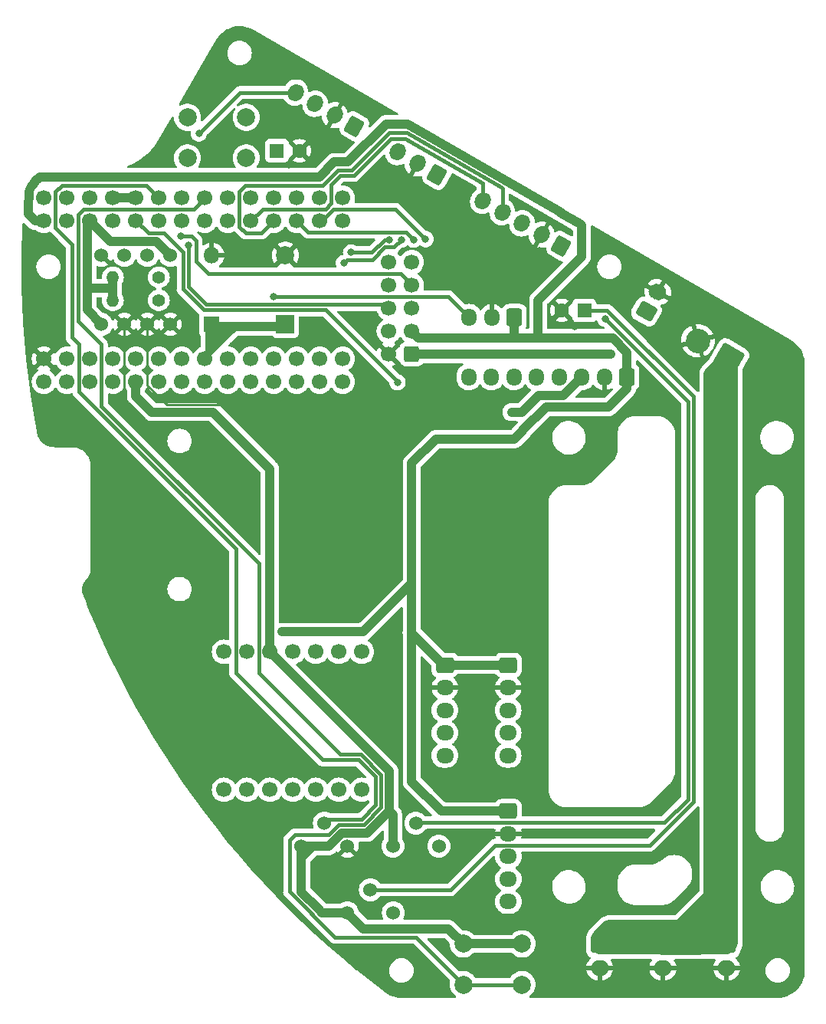
<source format=gbr>
%TF.GenerationSoftware,KiCad,Pcbnew,7.0.9*%
%TF.CreationDate,2024-03-01T11:40:11+09:00*%
%TF.ProjectId,MainBoard,4d61696e-426f-4617-9264-2e6b69636164,rev?*%
%TF.SameCoordinates,Original*%
%TF.FileFunction,Copper,L1,Top*%
%TF.FilePolarity,Positive*%
%FSLAX46Y46*%
G04 Gerber Fmt 4.6, Leading zero omitted, Abs format (unit mm)*
G04 Created by KiCad (PCBNEW 7.0.9) date 2024-03-01 11:40:11*
%MOMM*%
%LPD*%
G01*
G04 APERTURE LIST*
G04 Aperture macros list*
%AMRoundRect*
0 Rectangle with rounded corners*
0 $1 Rounding radius*
0 $2 $3 $4 $5 $6 $7 $8 $9 X,Y pos of 4 corners*
0 Add a 4 corners polygon primitive as box body*
4,1,4,$2,$3,$4,$5,$6,$7,$8,$9,$2,$3,0*
0 Add four circle primitives for the rounded corners*
1,1,$1+$1,$2,$3*
1,1,$1+$1,$4,$5*
1,1,$1+$1,$6,$7*
1,1,$1+$1,$8,$9*
0 Add four rect primitives between the rounded corners*
20,1,$1+$1,$2,$3,$4,$5,0*
20,1,$1+$1,$4,$5,$6,$7,0*
20,1,$1+$1,$6,$7,$8,$9,0*
20,1,$1+$1,$8,$9,$2,$3,0*%
%AMHorizOval*
0 Thick line with rounded ends*
0 $1 width*
0 $2 $3 position (X,Y) of the first rounded end (center of the circle)*
0 $4 $5 position (X,Y) of the second rounded end (center of the circle)*
0 Add line between two ends*
20,1,$1,$2,$3,$4,$5,0*
0 Add two circle primitives to create the rounded ends*
1,1,$1,$2,$3*
1,1,$1,$4,$5*%
G04 Aperture macros list end*
%TA.AperFunction,ComponentPad*%
%ADD10C,1.400000*%
%TD*%
%TA.AperFunction,ComponentPad*%
%ADD11O,1.400000X1.400000*%
%TD*%
%TA.AperFunction,ComponentPad*%
%ADD12RoundRect,0.250000X-0.750000X0.600000X-0.750000X-0.600000X0.750000X-0.600000X0.750000X0.600000X0*%
%TD*%
%TA.AperFunction,ComponentPad*%
%ADD13O,2.000000X1.700000*%
%TD*%
%TA.AperFunction,ComponentPad*%
%ADD14RoundRect,0.250000X0.882115X0.327868X-0.157115X0.927868X-0.882115X-0.327868X0.157115X-0.927868X0*%
%TD*%
%TA.AperFunction,ComponentPad*%
%ADD15HorizOval,1.700000X0.062500X0.108253X-0.062500X-0.108253X0*%
%TD*%
%TA.AperFunction,ComponentPad*%
%ADD16C,1.524000*%
%TD*%
%TA.AperFunction,ComponentPad*%
%ADD17RoundRect,0.250001X1.502627X0.402628X-0.402628X1.502627X-1.502627X-0.402628X0.402628X-1.502627X0*%
%TD*%
%TA.AperFunction,ComponentPad*%
%ADD18C,2.700000*%
%TD*%
%TA.AperFunction,ComponentPad*%
%ADD19C,1.700000*%
%TD*%
%TA.AperFunction,ComponentPad*%
%ADD20RoundRect,0.250000X0.349519X-0.894615X0.949519X0.144615X-0.349519X0.894615X-0.949519X-0.144615X0*%
%TD*%
%TA.AperFunction,ComponentPad*%
%ADD21HorizOval,1.700000X-0.129904X0.075000X0.129904X-0.075000X0*%
%TD*%
%TA.AperFunction,ComponentPad*%
%ADD22RoundRect,0.250000X-0.725000X0.600000X-0.725000X-0.600000X0.725000X-0.600000X0.725000X0.600000X0*%
%TD*%
%TA.AperFunction,ComponentPad*%
%ADD23O,1.950000X1.700000*%
%TD*%
%TA.AperFunction,ComponentPad*%
%ADD24RoundRect,0.250000X0.600000X0.600000X-0.600000X0.600000X-0.600000X-0.600000X0.600000X-0.600000X0*%
%TD*%
%TA.AperFunction,ComponentPad*%
%ADD25C,2.000000*%
%TD*%
%TA.AperFunction,ComponentPad*%
%ADD26RoundRect,0.250000X0.600000X0.725000X-0.600000X0.725000X-0.600000X-0.725000X0.600000X-0.725000X0*%
%TD*%
%TA.AperFunction,ComponentPad*%
%ADD27O,1.700000X1.950000*%
%TD*%
%TA.AperFunction,ComponentPad*%
%ADD28R,1.800000X1.800000*%
%TD*%
%TA.AperFunction,ComponentPad*%
%ADD29O,1.800000X1.800000*%
%TD*%
%TA.AperFunction,ComponentPad*%
%ADD30R,1.600000X1.600000*%
%TD*%
%TA.AperFunction,ComponentPad*%
%ADD31C,1.600000*%
%TD*%
%TA.AperFunction,ComponentPad*%
%ADD32R,2.000000X2.000000*%
%TD*%
%TA.AperFunction,ViaPad*%
%ADD33C,0.800000*%
%TD*%
%TA.AperFunction,Conductor*%
%ADD34C,1.000000*%
%TD*%
%TA.AperFunction,Conductor*%
%ADD35C,0.500000*%
%TD*%
%TA.AperFunction,Conductor*%
%ADD36C,0.250000*%
%TD*%
%TA.AperFunction,Conductor*%
%ADD37C,0.400000*%
%TD*%
%TA.AperFunction,Conductor*%
%ADD38C,2.000000*%
%TD*%
G04 APERTURE END LIST*
D10*
%TO.P,R3,1*%
%TO.N,L3GD_SCL*%
X131572000Y-72288400D03*
D11*
%TO.P,R3,2*%
%TO.N,+3.3V*%
X126492000Y-72288400D03*
%TD*%
D10*
%TO.P,R2,1*%
%TO.N,L3GD_SDA*%
X131572000Y-69748400D03*
D11*
%TO.P,R2,2*%
%TO.N,+3.3V*%
X126492000Y-69748400D03*
%TD*%
D12*
%TO.P,J6,1,Pin_1*%
%TO.N,+12V*%
X180270000Y-143550000D03*
D13*
%TO.P,J6,2,Pin_2*%
%TO.N,GND*%
X180270000Y-146050000D03*
%TD*%
D14*
%TO.P,J17,1,Pin_1*%
%TO.N,+3.3V*%
X176022000Y-66294000D03*
D15*
%TO.P,J17,2,Pin_2*%
%TO.N,GND*%
X173856936Y-65044000D03*
%TO.P,J17,3,Pin_3*%
%TO.N,Net-(J17-Pin_3)*%
X171691873Y-63794000D03*
%TO.P,J17,4,Pin_4*%
%TO.N,LINE_RX*%
X169526809Y-62544000D03*
%TO.P,J17,5,Pin_5*%
%TO.N,LINE_TX*%
X167361746Y-61294000D03*
%TD*%
D16*
%TO.P,R4,1*%
%TO.N,+3.3V*%
X152400000Y-139954000D03*
%TO.P,R4,2*%
%TO.N,Net-(J17-Pin_3)*%
X154940000Y-137414000D03*
%TO.P,R4,3*%
%TO.N,N/C*%
X157480000Y-139954000D03*
%TD*%
D17*
%TO.P,J11,1,Pin_1*%
%TO.N,+12V*%
X194564000Y-78740000D03*
D18*
%TO.P,J11,2,Pin_2*%
%TO.N,GND*%
X191134539Y-76760000D03*
%TD*%
D19*
%TO.P,U1,1,GND*%
%TO.N,GND*%
X123952000Y-81290000D03*
X118872000Y-78750000D03*
X121412000Y-63510000D03*
X126492000Y-60970000D03*
X129032000Y-60970000D03*
X146812000Y-60970000D03*
%TO.P,U1,2,0_RX1_CRX2_CS1*%
%TO.N,MD_RX*%
X121412000Y-78750000D03*
%TO.P,U1,3,1_TX1_CTX2_MISO1*%
%TO.N,MD_TX*%
X123952000Y-78750000D03*
%TO.P,U1,4,2_OUT2*%
%TO.N,BLDC_PWM*%
X126492000Y-78750000D03*
%TO.P,U1,5,3_LRCLK2*%
%TO.N,FET1_Digital*%
X129032000Y-78750000D03*
%TO.P,U1,6,4_BCLK2*%
%TO.N,FET2_Digital*%
X131572000Y-78750000D03*
%TO.P,U1,7,5_IN2*%
%TO.N,NeoPixel_PWM*%
X134112000Y-78750000D03*
%TO.P,U1,8,6_OUT1D*%
%TO.N,Buzzer*%
X136652000Y-78750000D03*
%TO.P,U1,9,7_RX2_OUT1A*%
%TO.N,IR_RX*%
X139192000Y-78750000D03*
%TO.P,U1,10,8_TX2_IN1*%
%TO.N,IR_TX*%
X141732000Y-78750000D03*
%TO.P,U1,11,9_OUT1C*%
%TO.N,SWT_START*%
X144272000Y-78750000D03*
%TO.P,U1,12,10_CS_MQSR*%
%TO.N,BTN_Left*%
X146812000Y-78750000D03*
%TO.P,U1,13,11_MOSI_CTX1*%
%TO.N,BTN_Run*%
X149352000Y-78750000D03*
%TO.P,U1,14,12_MISO_MQSL*%
%TO.N,BTN_Right*%
X151892000Y-78750000D03*
%TO.P,U1,15,VBAT*%
%TO.N,unconnected-(U1-VBAT-Pad15)*%
X151892000Y-81290000D03*
%TO.P,U1,18,PROGRAM*%
%TO.N,unconnected-(U1-PROGRAM-Pad18)*%
X149352000Y-60970000D03*
%TO.P,U1,19,ON_OFF*%
%TO.N,unconnected-(U1-ON_OFF-Pad19)*%
X151892000Y-60970000D03*
%TO.P,U1,20,13_SCK_CRX1_LED*%
%TO.N,unconnected-(U1-13_SCK_CRX1_LED-Pad20)*%
X151892000Y-63510000D03*
%TO.P,U1,21,14_A0_TX3_SPDIF_OUT*%
%TO.N,IMU_TX*%
X149352000Y-63510000D03*
%TO.P,U1,22,15_A1_RX3_SPDIF_IN*%
%TO.N,IMU_RX*%
X146812000Y-63510000D03*
%TO.P,U1,23,16_A2_RX4_SCL1*%
%TO.N,LINE_RX*%
X144272000Y-63510000D03*
%TO.P,U1,24,17_A3_TX4_SDA1*%
%TO.N,LINE_TX*%
X141732000Y-63510000D03*
%TO.P,U1,25,18_A4_SDA0*%
%TO.N,L3GD_SDA*%
X139192000Y-63510000D03*
%TO.P,U1,26,19_A5_SCL0*%
%TO.N,L3GD_SCL*%
X136652000Y-63510000D03*
%TO.P,U1,27,20_A6_TX5_LRCLK1*%
%TO.N,CAM_TX*%
X134112000Y-63510000D03*
%TO.P,U1,28,21_A7_RX5_BCLK1*%
%TO.N,CAM_RX*%
X131572000Y-63510000D03*
%TO.P,U1,29,22_A8_CTX1*%
%TO.N,IND_PWM*%
X129032000Y-63510000D03*
%TO.P,U1,30,23_A9_CRX1_MCLK1*%
%TO.N,L3GD_RST*%
X126492000Y-63510000D03*
%TO.P,U1,31,3V3*%
%TO.N,+3.3V*%
X129032000Y-81290000D03*
X123952000Y-63510000D03*
X144272000Y-60970000D03*
%TO.P,U1,33,VIN*%
%TO.N,+5V*%
X118872000Y-63510000D03*
%TO.P,U1,34,VUSB*%
%TO.N,unconnected-(U1-VUSB-Pad34)*%
X118872000Y-60970000D03*
%TO.P,U1,35,24_A10_TX6_SCL2*%
%TO.N,TWILIGHT_TX*%
X141732000Y-60970000D03*
%TO.P,U1,36,25_A11_RX6_SDA2*%
%TO.N,TWILIGHT_RX*%
X134112000Y-60970000D03*
%TO.P,U1,37,26_A12_MOSI1*%
%TO.N,BTN_EX*%
X136652000Y-60970000D03*
%TO.P,U1,38,27_A13_SCK1*%
%TO.N,L3GD_Trim*%
X131572000Y-60970000D03*
%TO.P,U1,39,28_RX7*%
%TO.N,EX_RX*%
X139192000Y-60970000D03*
%TO.P,U1,40,29_TX7*%
%TO.N,EX_TX*%
X139192000Y-81290000D03*
%TO.P,U1,41,30_CRX3*%
%TO.N,Touch*%
X149352000Y-81290000D03*
%TO.P,U1,42,31_CTX3*%
%TO.N,LED1*%
X141732000Y-81290000D03*
%TO.P,U1,43,32_OUT1B*%
%TO.N,LED2*%
X146812000Y-81290000D03*
%TO.P,U1,44,33_MCLK2*%
%TO.N,LED3*%
X144272000Y-81290000D03*
%TO.P,U1,45,34_DAT1_MISO2*%
%TO.N,unconnected-(U1-34_DAT1_MISO2-Pad45)*%
X118872000Y-81290000D03*
%TO.P,U1,46,35_DAT0_MOSI2*%
%TO.N,unconnected-(U1-35_DAT0_MOSI2-Pad46)*%
X121412000Y-81290000D03*
%TO.P,U1,48,36_CLK_CS2*%
%TO.N,unconnected-(U1-36_CLK_CS2-Pad48)*%
X126492000Y-81290000D03*
%TO.P,U1,50,37_CMD_SCK2*%
%TO.N,unconnected-(U1-37_CMD_SCK2-Pad50)*%
X131572000Y-81290000D03*
%TO.P,U1,51,38_DAT3_RX5*%
%TO.N,unconnected-(U1-38_DAT3_RX5-Pad51)*%
X134112000Y-81290000D03*
%TO.P,U1,52,39_DAT2_TX5*%
%TO.N,unconnected-(U1-39_DAT2_TX5-Pad52)*%
X136652000Y-81290000D03*
%TO.P,U1,53,D-*%
%TO.N,D-*%
X121412000Y-60970000D03*
%TO.P,U1,54,D+*%
%TO.N,D+*%
X123952000Y-60970000D03*
%TD*%
D20*
%TO.P,J12,1,Pin_1*%
%TO.N,+5V*%
X185440000Y-73539064D03*
D21*
%TO.P,J12,2,Pin_2*%
%TO.N,GND*%
X186690000Y-71374000D03*
%TD*%
D14*
%TO.P,J9,1,Pin_1*%
%TO.N,+3.3V*%
X153162000Y-53086000D03*
D15*
%TO.P,J9,2,Pin_2*%
%TO.N,GND*%
X150996936Y-51836000D03*
%TO.P,J9,3,Pin_3*%
%TO.N,Net-(J9-Pin_3)*%
X148831873Y-50586000D03*
%TO.P,J9,4,Pin_4*%
%TO.N,Touch*%
X146666809Y-49336000D03*
%TD*%
D22*
%TO.P,J3,1,Pin_1*%
%TO.N,+5V*%
X163182300Y-112572800D03*
D23*
%TO.P,J3,2,Pin_2*%
%TO.N,GND*%
X163182300Y-115072800D03*
%TO.P,J3,3,Pin_3*%
%TO.N,MD3_INA*%
X163182300Y-117572800D03*
%TO.P,J3,4,Pin_4*%
%TO.N,MD3_INB*%
X163182300Y-120072800D03*
%TO.P,J3,5,Pin_5*%
%TO.N,MD3_PWM*%
X163182300Y-122572800D03*
%TD*%
D24*
%TO.P,J10,1,Pin_1*%
%TO.N,+12V*%
X159512000Y-78232000D03*
D19*
%TO.P,J10,2,Pin_2*%
%TO.N,GND*%
X156972000Y-78232000D03*
%TO.P,J10,3,Pin_3*%
%TO.N,+5V*%
X159512000Y-75692000D03*
%TO.P,J10,4,Pin_4*%
%TO.N,IR_TX*%
X156972000Y-75692000D03*
%TO.P,J10,5,Pin_5*%
%TO.N,IR_RX*%
X159512000Y-73152000D03*
%TO.P,J10,6,Pin_6*%
%TO.N,CAM_TX*%
X156972000Y-73152000D03*
%TO.P,J10,7,Pin_7*%
%TO.N,CAM_RX*%
X159512000Y-70612000D03*
%TO.P,J10,8,Pin_8*%
%TO.N,NeoPixel_PWM*%
X156972000Y-70612000D03*
%TO.P,J10,9,Pin_9*%
%TO.N,L3GD_SDA*%
X159512000Y-68072000D03*
%TO.P,J10,10,Pin_10*%
%TO.N,L3GD_SCL*%
X156972000Y-68072000D03*
%TD*%
D22*
%TO.P,J1,1,Pin_1*%
%TO.N,+5V*%
X170180000Y-128731000D03*
D23*
%TO.P,J1,2,Pin_2*%
%TO.N,GND*%
X170180000Y-131231000D03*
%TO.P,J1,3,Pin_3*%
%TO.N,MD1_INA*%
X170180000Y-133731000D03*
%TO.P,J1,4,Pin_4*%
%TO.N,MD1_INB*%
X170180000Y-136231000D03*
%TO.P,J1,5,Pin_5*%
%TO.N,MD1_PWM*%
X170180000Y-138731000D03*
%TD*%
D25*
%TO.P,SW1,1,1*%
%TO.N,L3GD_RST*%
X141224000Y-56570000D03*
X134724000Y-56570000D03*
%TO.P,SW1,2,2*%
%TO.N,+3.3V*%
X141224000Y-52070000D03*
X134724000Y-52070000D03*
%TD*%
%TO.P,SW2,1,1*%
%TO.N,BTN_EX*%
X171704000Y-147878800D03*
X165204000Y-147878800D03*
%TO.P,SW2,2,2*%
%TO.N,+3.3V*%
X171704000Y-143378800D03*
X165204000Y-143378800D03*
%TD*%
D12*
%TO.P,J4,1,Pin_1*%
%TO.N,+12V*%
X194310000Y-143550000D03*
D13*
%TO.P,J4,2,Pin_2*%
%TO.N,GND*%
X194310000Y-146050000D03*
%TD*%
D16*
%TO.P,RV1,1,1*%
%TO.N,+3.3V*%
X147320000Y-132588000D03*
%TO.P,RV1,2,2*%
%TO.N,L3GD_Trim*%
X149860000Y-130048000D03*
%TO.P,RV1,3,3*%
%TO.N,GND*%
X152400000Y-132588000D03*
%TD*%
D26*
%TO.P,J13,1,Pin_1*%
%TO.N,+5V*%
X183308000Y-80772000D03*
D27*
%TO.P,J13,2,Pin_2*%
%TO.N,GND*%
X180808000Y-80772000D03*
%TO.P,J13,3,Pin_3*%
%TO.N,+3.3V*%
X178308000Y-80772000D03*
%TO.P,J13,4,Pin_4*%
%TO.N,SWT_START*%
X175808000Y-80772000D03*
%TO.P,J13,5,Pin_5*%
%TO.N,BTN_Left*%
X173308000Y-80772000D03*
%TO.P,J13,6,Pin_6*%
%TO.N,BTN_Run*%
X170808000Y-80772000D03*
%TO.P,J13,7,Pin_7*%
%TO.N,BTN_Right*%
X168308000Y-80772000D03*
%TO.P,J13,8,Pin_8*%
%TO.N,IND_PWM*%
X165808000Y-80772000D03*
%TD*%
D16*
%TO.P,U3,1,VCC*%
%TO.N,+3.3V*%
X132842000Y-67320000D03*
%TO.P,U3,2,SCL*%
%TO.N,L3GD_SCL*%
X130302000Y-67320000D03*
%TO.P,U3,3,SDA*%
%TO.N,L3GD_SDA*%
X127762000Y-67320000D03*
%TO.P,U3,4,SA0*%
%TO.N,GND*%
X125222000Y-67320000D03*
%TO.P,U3,5,GND*%
X132842000Y-74940000D03*
%TO.P,U3,6,INT1*%
X130302000Y-74940000D03*
%TO.P,U3,7,INT2*%
X127762000Y-74940000D03*
%TO.P,U3,8,CS*%
%TO.N,+3.3V*%
X125222000Y-74940000D03*
%TD*%
D28*
%TO.P,D1,1,K*%
%TO.N,Buzzer*%
X137414000Y-74940000D03*
D29*
%TO.P,D1,2,A*%
%TO.N,GND*%
X137414000Y-67320000D03*
%TD*%
D12*
%TO.P,J5,1,Pin_1*%
%TO.N,+12V*%
X187255000Y-143570000D03*
D13*
%TO.P,J5,2,Pin_2*%
%TO.N,GND*%
X187255000Y-146070000D03*
%TD*%
D16*
%TO.P,R5,1*%
%TO.N,+3.3V*%
X157429200Y-132588000D03*
%TO.P,R5,2*%
%TO.N,Net-(J9-Pin_3)*%
X159969200Y-130048000D03*
%TO.P,R5,3*%
%TO.N,N/C*%
X162509200Y-132588000D03*
%TD*%
D14*
%TO.P,J14,1,Pin_1*%
%TO.N,FET1_Digital*%
X162306000Y-58420000D03*
D15*
%TO.P,J14,2,Pin_2*%
%TO.N,GND*%
X160140936Y-57170000D03*
%TO.P,J14,3,Pin_3*%
%TO.N,FET2_Digital*%
X157975873Y-55920000D03*
%TD*%
D22*
%TO.P,J2,1,Pin_1*%
%TO.N,+5V*%
X170167300Y-112572800D03*
D23*
%TO.P,J2,2,Pin_2*%
%TO.N,GND*%
X170167300Y-115072800D03*
%TO.P,J2,3,Pin_3*%
%TO.N,MD2_INA*%
X170167300Y-117572800D03*
%TO.P,J2,4,Pin_4*%
%TO.N,MD2_INB*%
X170167300Y-120072800D03*
%TO.P,J2,5,Pin_5*%
%TO.N,MD2_PWM*%
X170167300Y-122572800D03*
%TD*%
D19*
%TO.P,U2,1,PA02_A0_D0*%
%TO.N,MD1_PWM*%
X138760200Y-126365000D03*
%TO.P,U2,2,PA4_A1_D1*%
%TO.N,MD1_INB*%
X141300200Y-126365000D03*
%TO.P,U2,3,PA10_A2_D2*%
%TO.N,MD1_INA*%
X143840200Y-126365000D03*
%TO.P,U2,4,PA11_A3_D3*%
%TO.N,MD2_INA*%
X146380200Y-126365000D03*
%TO.P,U2,5,PA8_A4_D4_SDA*%
%TO.N,MD2_INB*%
X148920200Y-126365000D03*
%TO.P,U2,6,PA9_A5_D5_SCL*%
%TO.N,MD2_PWM*%
X151460200Y-126365000D03*
%TO.P,U2,7,PB08_A6_D6_TX*%
%TO.N,MD_RX*%
X154000200Y-126365000D03*
%TO.P,U2,8,PB09_A7_D7_RX*%
%TO.N,MD_TX*%
X154000200Y-111125000D03*
%TO.P,U2,9,PA7_A8_D8_SCK*%
%TO.N,MD3_INA*%
X151460200Y-111125000D03*
%TO.P,U2,10,PA5_A9_D9_MISO*%
%TO.N,MD3_INB*%
X148920200Y-111125000D03*
%TO.P,U2,11,PA6_A10_D10_MOSI*%
%TO.N,MD3_PWM*%
X146380200Y-111125000D03*
%TO.P,U2,12,3V3*%
%TO.N,+3.3V*%
X143840200Y-111125000D03*
%TO.P,U2,13,GND*%
%TO.N,GND*%
X141300200Y-111125000D03*
%TO.P,U2,14,5V*%
%TO.N,+5V*%
X138760200Y-111125000D03*
%TD*%
D30*
%TO.P,C1,1*%
%TO.N,Net-(J17-Pin_3)*%
X178587400Y-73406000D03*
D31*
%TO.P,C1,2*%
%TO.N,GND*%
X176087400Y-73406000D03*
%TD*%
D32*
%TO.P,BZ1,1,-*%
%TO.N,Buzzer*%
X145542000Y-74930000D03*
D25*
%TO.P,BZ1,2,+*%
%TO.N,GND*%
X145542000Y-67330000D03*
%TD*%
D26*
%TO.P,J8,1,Pin_1*%
%TO.N,+5V*%
X170862000Y-74168000D03*
D27*
%TO.P,J8,2,Pin_2*%
%TO.N,GND*%
X168362000Y-74168000D03*
%TO.P,J8,3,Pin_3*%
%TO.N,BLDC_PWM*%
X165862000Y-74168000D03*
%TD*%
D30*
%TO.P,C2,1*%
%TO.N,Net-(J9-Pin_3)*%
X144602200Y-55778400D03*
D31*
%TO.P,C2,2*%
%TO.N,GND*%
X147102200Y-55778400D03*
%TD*%
D33*
%TO.N,GND*%
X167894000Y-89154000D03*
X162814000Y-89154000D03*
%TO.N,+12V*%
X181483000Y-78232000D03*
X180467000Y-78232000D03*
X179451000Y-78232000D03*
%TO.N,+5V*%
X180975000Y-76454000D03*
X179832000Y-76454000D03*
X178689000Y-76454000D03*
%TO.N,GND*%
X160147000Y-59563000D03*
X168529000Y-145669000D03*
X161798000Y-64008000D03*
X136906000Y-65532000D03*
X129032000Y-76200000D03*
X188341000Y-139573000D03*
X136906000Y-86233000D03*
X171831000Y-68453000D03*
X132080000Y-111760000D03*
X165608000Y-137541000D03*
X156337000Y-135255000D03*
X147828000Y-130048000D03*
X169799000Y-64643000D03*
X144526000Y-137033000D03*
X163195000Y-136017000D03*
X188722000Y-85598000D03*
X168402000Y-72009000D03*
X153924000Y-60858400D03*
X172593000Y-133858000D03*
X162687000Y-79718500D03*
X166624000Y-115062000D03*
X165354000Y-131445000D03*
X162560000Y-147955000D03*
X138684000Y-128524000D03*
X145948400Y-57302400D03*
X164592000Y-93472000D03*
X173482000Y-128016000D03*
X141351000Y-86106000D03*
X157861000Y-86233000D03*
X119634000Y-72390000D03*
X149987000Y-102108000D03*
X154940000Y-139954000D03*
X199771000Y-142240000D03*
X164719000Y-60071000D03*
X149098000Y-67564000D03*
X178562000Y-91694000D03*
X161544000Y-93522800D03*
X161163000Y-108331000D03*
X173990000Y-111506000D03*
X172593000Y-131191000D03*
X138684000Y-101854000D03*
X188722000Y-71882000D03*
X136779000Y-56769000D03*
X160020000Y-139446000D03*
X187833000Y-78105000D03*
X190627000Y-137287000D03*
X161036000Y-112776000D03*
X171831000Y-72136000D03*
X152908000Y-99822000D03*
X132943600Y-53492400D03*
X181102000Y-89027000D03*
X171958000Y-89535000D03*
X181356000Y-133985000D03*
X142240000Y-99187000D03*
X177546000Y-75184000D03*
X188722000Y-125984000D03*
X165862000Y-90932000D03*
X161163000Y-90932000D03*
X172593000Y-141224000D03*
X181356000Y-139319000D03*
X118872000Y-65532000D03*
X185166000Y-80518000D03*
X199390000Y-82550000D03*
X147574000Y-123063000D03*
X190881000Y-146177000D03*
X182118000Y-72136000D03*
X153797000Y-106807000D03*
X160020000Y-132588000D03*
X152400000Y-93472000D03*
X190754000Y-129286000D03*
X173609000Y-66802000D03*
X132080000Y-118110000D03*
X128270000Y-92710000D03*
X150749000Y-138557000D03*
X190754000Y-81153000D03*
X167640000Y-104140000D03*
X138684000Y-124079000D03*
X162433000Y-143256000D03*
X157861000Y-98933000D03*
X126492000Y-76200000D03*
X128143000Y-84582000D03*
X170053000Y-86106000D03*
X167513000Y-125095000D03*
X145542000Y-90297000D03*
X145415000Y-103886000D03*
X159105600Y-61874400D03*
X156514800Y-60960000D03*
X148691600Y-53289200D03*
X157861000Y-102870000D03*
X185674000Y-128778000D03*
X161163000Y-86233000D03*
X138684000Y-107442000D03*
X133502400Y-72847200D03*
X147574000Y-106045000D03*
X184658000Y-67818000D03*
X139065000Y-56769000D03*
X150876000Y-54356000D03*
X171831000Y-123952000D03*
X183642000Y-146177000D03*
X174879000Y-146050000D03*
X129032000Y-71120000D03*
X152908000Y-50546000D03*
X119634000Y-75692000D03*
X162814000Y-70612000D03*
X147066000Y-99822000D03*
X151638000Y-143891000D03*
X167640000Y-96520000D03*
X157861000Y-90932000D03*
X165608000Y-141224000D03*
X196850000Y-76200000D03*
X129692400Y-57150000D03*
X161036000Y-116332000D03*
X156260800Y-57048400D03*
X149225000Y-134493000D03*
X128270000Y-104140000D03*
X180289200Y-65430400D03*
X180467000Y-82677000D03*
X185166000Y-131191000D03*
X164592000Y-121285000D03*
X161290000Y-96266000D03*
X157480000Y-93472000D03*
X141478000Y-67564000D03*
X166928800Y-67513200D03*
X121793000Y-84836000D03*
%TO.N,Net-(J9-Pin_3)*%
X180879568Y-74314232D03*
%TO.N,+5V*%
X146278600Y-108915200D03*
X145211800Y-108915200D03*
X159512000Y-96062800D03*
%TO.N,+12V*%
X193675000Y-86995000D03*
X193675000Y-112395000D03*
X187452000Y-141732000D03*
X193675000Y-140335000D03*
X193675000Y-99695000D03*
X191135000Y-140335000D03*
X183642000Y-141732000D03*
X193675000Y-114935000D03*
X193675000Y-102235000D03*
X193675000Y-92075000D03*
X193675000Y-97155000D03*
X193675000Y-89535000D03*
X193675000Y-84455000D03*
X193675000Y-122555000D03*
X193675000Y-109855000D03*
X193675000Y-127635000D03*
X193675000Y-117475000D03*
X193675000Y-81915000D03*
X193675000Y-107315000D03*
X193675000Y-120015000D03*
X193675000Y-132715000D03*
X193675000Y-104775000D03*
X193675000Y-135255000D03*
X193675000Y-125095000D03*
X191135000Y-143510000D03*
X193675000Y-94615000D03*
X193675000Y-130175000D03*
X193675000Y-137795000D03*
X183555000Y-143550000D03*
%TO.N,IMU_TX*%
X161036000Y-65532000D03*
%TO.N,IMU_RX*%
X159715200Y-65582800D03*
%TO.N,BLDC_PWM*%
X144200544Y-71882000D03*
%TO.N,Touch*%
X135991600Y-53873400D03*
%TO.N,CAM_TX*%
X134830203Y-66198697D03*
%TO.N,CAM_RX*%
X134023700Y-65227200D03*
%TO.N,+3.3V*%
X137566400Y-84632800D03*
X170535600Y-84632800D03*
X136448800Y-84632800D03*
X171704000Y-84632800D03*
%TO.N,IND_PWM*%
X157937200Y-81347500D03*
%TO.N,FET1_Digital*%
X152006900Y-68173600D03*
X158343600Y-65582800D03*
%TO.N,FET2_Digital*%
X152806400Y-67018500D03*
X157036593Y-65596100D03*
%TD*%
D34*
%TO.N,+5V*%
X181237607Y-84097028D02*
X174347972Y-84097028D01*
X174347972Y-84097028D02*
X171788000Y-86657000D01*
X171788000Y-86688635D02*
X170846635Y-87630000D01*
X171788000Y-86657000D02*
X171788000Y-86688635D01*
X183308000Y-82026635D02*
X181237607Y-84097028D01*
X183308000Y-80772000D02*
X183308000Y-82026635D01*
X170846635Y-87630000D02*
X162179000Y-87630000D01*
X162179000Y-87630000D02*
X159512000Y-90297000D01*
X159512000Y-90297000D02*
X159512000Y-96062800D01*
%TO.N,+3.3V*%
X171704000Y-84632800D02*
X173532800Y-82804000D01*
X173532800Y-82804000D02*
X176276000Y-82804000D01*
X176276000Y-82804000D02*
X178308000Y-80772000D01*
%TO.N,+12V*%
X179451000Y-78232000D02*
X181483000Y-78232000D01*
X179451000Y-78232000D02*
X159512000Y-78232000D01*
%TO.N,+5V*%
X183308000Y-80772000D02*
X183308000Y-78027792D01*
X183308000Y-78027792D02*
X181734208Y-76454000D01*
X181734208Y-76454000D02*
X173482000Y-76454000D01*
X173482000Y-76454000D02*
X171196000Y-76454000D01*
X171196000Y-76454000D02*
X170862000Y-76120000D01*
X170862000Y-76120000D02*
X170862000Y-74168000D01*
X160274000Y-76454000D02*
X159512000Y-75692000D01*
X172085000Y-76454000D02*
X160274000Y-76454000D01*
D35*
%TO.N,Buzzer*%
X138409600Y-74960400D02*
X138430000Y-74940000D01*
X139663200Y-75452000D02*
X139293600Y-75082400D01*
X137820400Y-76464000D02*
X137596800Y-76687600D01*
X138511200Y-76890800D02*
X139964000Y-75438000D01*
X137596800Y-76687600D02*
X137596800Y-75773200D01*
X139446000Y-74940000D02*
X139700000Y-74940000D01*
X138785600Y-75336400D02*
X138409600Y-74960400D01*
X145034000Y-75438000D02*
X140462000Y-75438000D01*
X139307600Y-75604400D02*
X139547600Y-75604400D01*
X139700000Y-75452000D02*
X139663200Y-75452000D01*
X137414000Y-76962000D02*
X137617200Y-77165200D01*
X140360400Y-74940000D02*
X145532000Y-74940000D01*
X136652000Y-78750000D02*
X136956800Y-78445200D01*
X138176000Y-75702000D02*
X137414000Y-74940000D01*
X139696000Y-75604400D02*
X140360400Y-74940000D01*
X138785600Y-76311600D02*
X138938000Y-76464000D01*
X137414000Y-75946000D02*
X137424000Y-75946000D01*
X139039600Y-75336400D02*
X138785600Y-75336400D01*
X139547600Y-75604400D02*
X139696000Y-75604400D01*
X139700000Y-74940000D02*
X139700000Y-75452000D01*
X137414000Y-77988000D02*
X136652000Y-78750000D01*
X136956800Y-78445200D02*
X136956800Y-75397200D01*
X137998200Y-76377800D02*
X137642600Y-76733400D01*
X145542000Y-74930000D02*
X145034000Y-75438000D01*
X138633200Y-75742800D02*
X137830400Y-74940000D01*
X138785600Y-75336400D02*
X138785600Y-76311600D01*
X137414000Y-74940000D02*
X138430000Y-74940000D01*
X139293600Y-75082400D02*
X139039600Y-75336400D01*
X138430000Y-76464000D02*
X137820400Y-76464000D01*
X138836400Y-75539600D02*
X138633200Y-75742800D01*
X138176000Y-76200000D02*
X137998200Y-76377800D01*
X137414000Y-74940000D02*
X137414000Y-75946000D01*
X140462000Y-75438000D02*
X139862400Y-75438000D01*
X138430000Y-74940000D02*
X139446000Y-74940000D01*
X138633200Y-75742800D02*
X138430000Y-75946000D01*
X139700000Y-74940000D02*
X140360400Y-74940000D01*
X139039600Y-75336400D02*
X139307600Y-75604400D01*
X139446000Y-74940000D02*
X139436000Y-74940000D01*
X137830400Y-74940000D02*
X137414000Y-74940000D01*
X145532000Y-74940000D02*
X145542000Y-74930000D01*
X137414000Y-75946000D02*
X137414000Y-76962000D01*
X136956800Y-75397200D02*
X137414000Y-74940000D01*
X138633200Y-75742800D02*
X138176000Y-76200000D01*
X137998200Y-75524200D02*
X137414000Y-74940000D01*
X137424000Y-75946000D02*
X137596800Y-75773200D01*
X137596800Y-75773200D02*
X138409600Y-74960400D01*
X138176000Y-76200000D02*
X138176000Y-75702000D01*
X139964000Y-75438000D02*
X140462000Y-75438000D01*
X137414000Y-76962000D02*
X137414000Y-77988000D01*
X137642600Y-76733400D02*
X137596800Y-76687600D01*
X138938000Y-76464000D02*
X136652000Y-78750000D01*
X139115800Y-75819000D02*
X138836400Y-75539600D01*
X139039600Y-75336400D02*
X138836400Y-75539600D01*
X139700000Y-75452000D02*
X139547600Y-75604400D01*
X139862400Y-75438000D02*
X139696000Y-75604400D01*
X139115800Y-75819000D02*
X139090400Y-75844400D01*
X137617200Y-77165200D02*
X137728800Y-77165200D01*
X139436000Y-74940000D02*
X139293600Y-75082400D01*
X138430000Y-75946000D02*
X138430000Y-76464000D01*
X137728800Y-77165200D02*
X138430000Y-76464000D01*
X137998200Y-76377800D02*
X137998200Y-75524200D01*
D36*
%TO.N,GND*%
X130302000Y-74940000D02*
X130302000Y-81681701D01*
X130302000Y-81681701D02*
X132428099Y-83807800D01*
X139052800Y-83807800D02*
X141351000Y-86106000D01*
X127762000Y-74940000D02*
X127762000Y-84201000D01*
X127762000Y-84201000D02*
X128143000Y-84582000D01*
D34*
X126492000Y-60970000D02*
X129032000Y-60970000D01*
D36*
X132428099Y-83807800D02*
X139052800Y-83807800D01*
D37*
%TO.N,Net-(J17-Pin_3)*%
X181102000Y-73406000D02*
X178587400Y-73406000D01*
X170828167Y-132486400D02*
X185775600Y-132486400D01*
X163779200Y-137414000D02*
X168712200Y-132481000D01*
X154940000Y-137414000D02*
X163779200Y-137414000D01*
X168712200Y-132481000D02*
X170822767Y-132481000D01*
X170822767Y-132481000D02*
X170828167Y-132486400D01*
X185775600Y-132486400D02*
X190601600Y-127660400D01*
X190601600Y-82905600D02*
X181102000Y-73406000D01*
X190601600Y-127660400D02*
X190601600Y-82905600D01*
%TO.N,Net-(J9-Pin_3)*%
X190001600Y-83448600D02*
X190001600Y-127411872D01*
X160036200Y-129981000D02*
X159969200Y-130048000D01*
X180879568Y-74326568D02*
X190001600Y-83448600D01*
X190001600Y-127411872D02*
X187432472Y-129981000D01*
X187432472Y-129981000D02*
X160036200Y-129981000D01*
X180879568Y-74314232D02*
X180879568Y-74326568D01*
D34*
%TO.N,+5V*%
X163055300Y-112572800D02*
X159499300Y-109016800D01*
X178308000Y-64026658D02*
X178104800Y-63823458D01*
X118452911Y-58717836D02*
X118512491Y-58688400D01*
X117121188Y-62765188D02*
X117121188Y-61691830D01*
X118872000Y-63510000D02*
X117866000Y-63510000D01*
X117211288Y-60552268D02*
X117267184Y-60267903D01*
X176022000Y-62610913D02*
X159084427Y-52832000D01*
X154178000Y-108915200D02*
X159512000Y-103581200D01*
X117354191Y-59995176D02*
X117471851Y-59734191D01*
X173482000Y-76454000D02*
X173482000Y-72288400D01*
X117471851Y-59734191D02*
X117618608Y-59488403D01*
X117792543Y-59261022D02*
X117991363Y-59055048D01*
X173482000Y-72288400D02*
X178308000Y-67462400D01*
X163195000Y-112776000D02*
X163068000Y-112776000D01*
X117991363Y-59055048D02*
X118212455Y-58873189D01*
X170180000Y-128731000D02*
X162767000Y-128731000D01*
X156671950Y-52839530D02*
X159080079Y-52839530D01*
X146278600Y-108915200D02*
X145211800Y-108915200D01*
X149299080Y-58688400D02*
X150965880Y-57021600D01*
X118212455Y-58873189D02*
X118452911Y-58717836D01*
X178104800Y-63823458D02*
X176017653Y-62618442D01*
X178308000Y-67462400D02*
X178308000Y-64026658D01*
X117866000Y-63510000D02*
X117121188Y-62765188D01*
X162767000Y-128731000D02*
X159512000Y-125476000D01*
X118512491Y-58688400D02*
X149299080Y-58688400D01*
X152489880Y-57021600D02*
X156671950Y-52839530D01*
X117121188Y-61691830D02*
X117198010Y-60694183D01*
X146278600Y-108915200D02*
X154178000Y-108915200D01*
X159512000Y-97292800D02*
X159512000Y-103581200D01*
X150965880Y-57021600D02*
X152489880Y-57021600D01*
X159512000Y-103581200D02*
X159512000Y-125476000D01*
X159512000Y-97231200D02*
X159512000Y-96062800D01*
X117618608Y-59488403D02*
X117792543Y-59261022D01*
X117267184Y-60267903D02*
X117354191Y-59995176D01*
X117198010Y-60694183D02*
X117211288Y-60552268D01*
X170167300Y-112572800D02*
X163182300Y-112572800D01*
D38*
%TO.N,+12V*%
X194564000Y-113284000D02*
X194564000Y-116586000D01*
X194564000Y-108204000D02*
X194564000Y-108966000D01*
X192786000Y-141732000D02*
X191770000Y-141732000D01*
X194564000Y-134366000D02*
X193675000Y-135255000D01*
X194564000Y-103886000D02*
X193675000Y-104775000D01*
X194564000Y-133604000D02*
X194564000Y-134366000D01*
X193675000Y-137795000D02*
X193675000Y-84455000D01*
X194564000Y-86106000D02*
X193675000Y-86995000D01*
X193675000Y-135255000D02*
X194564000Y-136144000D01*
X194564000Y-96266000D02*
X193675000Y-97155000D01*
X191135000Y-143510000D02*
X191175000Y-143550000D01*
X180270000Y-142818000D02*
X180270000Y-143550000D01*
X194564000Y-106426000D02*
X193675000Y-107315000D01*
X193675000Y-127635000D02*
X194564000Y-128524000D01*
X192786000Y-80518000D02*
X194564000Y-78740000D01*
X183642000Y-141732000D02*
X187452000Y-141732000D01*
X194564000Y-120904000D02*
X194564000Y-121666000D01*
X191770000Y-140208000D02*
X191262000Y-139700000D01*
X191095000Y-143550000D02*
X191135000Y-143510000D01*
X194564000Y-123444000D02*
X194564000Y-124206000D01*
X194564000Y-121666000D02*
X193675000Y-122555000D01*
X194564000Y-91186000D02*
X193675000Y-92075000D01*
X194564000Y-136906000D02*
X194564000Y-143296000D01*
X193675000Y-102235000D02*
X194564000Y-103124000D01*
X194564000Y-100584000D02*
X194564000Y-101346000D01*
X194564000Y-116586000D02*
X193675000Y-117475000D01*
X193675000Y-107315000D02*
X194564000Y-108204000D01*
X194564000Y-136144000D02*
X194564000Y-136906000D01*
X194564000Y-131826000D02*
X193675000Y-132715000D01*
X192786000Y-82804000D02*
X193675000Y-81915000D01*
X193675000Y-125095000D02*
X194564000Y-125984000D01*
X193675000Y-117475000D02*
X194564000Y-118364000D01*
X194564000Y-95504000D02*
X194564000Y-96266000D01*
X194564000Y-92964000D02*
X194564000Y-93726000D01*
X193675000Y-140335000D02*
X193040000Y-139700000D01*
X194564000Y-103124000D02*
X194564000Y-103886000D01*
X194564000Y-128524000D02*
X194564000Y-129286000D01*
X191175000Y-143550000D02*
X194310000Y-143550000D01*
X193675000Y-120015000D02*
X194564000Y-120904000D01*
X194564000Y-143296000D02*
X194310000Y-143550000D01*
X194564000Y-105664000D02*
X194564000Y-106426000D01*
X194564000Y-129286000D02*
X193675000Y-130175000D01*
X193675000Y-109855000D02*
X194564000Y-110744000D01*
X193040000Y-141732000D02*
X193675000Y-140335000D01*
X194564000Y-136906000D02*
X193675000Y-137795000D01*
X193040000Y-138430000D02*
X192786000Y-138176000D01*
X183555000Y-143550000D02*
X191095000Y-143550000D01*
X194564000Y-111506000D02*
X193675000Y-112395000D01*
X193675000Y-92075000D02*
X194564000Y-92964000D01*
X194564000Y-78740000D02*
X194564000Y-136906000D01*
X192913000Y-141859000D02*
X193040000Y-141732000D01*
X193675000Y-86995000D02*
X194564000Y-87884000D01*
X193675000Y-130175000D02*
X194564000Y-131064000D01*
X193675000Y-84455000D02*
X194564000Y-85344000D01*
X194564000Y-110744000D02*
X194564000Y-111506000D01*
X193675000Y-89535000D02*
X194564000Y-90424000D01*
X193675000Y-97155000D02*
X194564000Y-98044000D01*
X192913000Y-141859000D02*
X192786000Y-141732000D01*
X194564000Y-125984000D02*
X194564000Y-126746000D01*
X192786000Y-138176000D02*
X192786000Y-114046000D01*
X194564000Y-85344000D02*
X194564000Y-86106000D01*
X193675000Y-114935000D02*
X192786000Y-114046000D01*
X193675000Y-104775000D02*
X194564000Y-105664000D01*
X194564000Y-88646000D02*
X193675000Y-89535000D01*
X191262000Y-139700000D02*
X192786000Y-138176000D01*
X194564000Y-101346000D02*
X193675000Y-102235000D01*
X194564000Y-98806000D02*
X193675000Y-99695000D01*
X194564000Y-87884000D02*
X194564000Y-88646000D01*
X194564000Y-93726000D02*
X193675000Y-94615000D01*
X193675000Y-122555000D02*
X194564000Y-123444000D01*
X192786000Y-114046000D02*
X192786000Y-82804000D01*
X181356000Y-141732000D02*
X180270000Y-142818000D01*
X194564000Y-90424000D02*
X194564000Y-91186000D01*
X194564000Y-108966000D02*
X193675000Y-109855000D01*
X183555000Y-143550000D02*
X180270000Y-143550000D01*
X194564000Y-131064000D02*
X194564000Y-131826000D01*
X191770000Y-141732000D02*
X191770000Y-140208000D01*
X193675000Y-112395000D02*
X194564000Y-113284000D01*
X187452000Y-141732000D02*
X189230000Y-141732000D01*
X191770000Y-141732000D02*
X189230000Y-141732000D01*
X189230000Y-141732000D02*
X191262000Y-139700000D01*
X192786000Y-82804000D02*
X192786000Y-80518000D01*
X194564000Y-98044000D02*
X194564000Y-98806000D01*
X194564000Y-118364000D02*
X194564000Y-119126000D01*
X193675000Y-99695000D02*
X194564000Y-100584000D01*
X193040000Y-139700000D02*
X193040000Y-138430000D01*
X193675000Y-132715000D02*
X194564000Y-133604000D01*
X191202000Y-143570000D02*
X192913000Y-141859000D01*
X193675000Y-94615000D02*
X194564000Y-95504000D01*
X194564000Y-119126000D02*
X193675000Y-120015000D01*
X194564000Y-124206000D02*
X193675000Y-125095000D01*
X183642000Y-141732000D02*
X181356000Y-141732000D01*
X194564000Y-126746000D02*
X193675000Y-127635000D01*
X187255000Y-143570000D02*
X191202000Y-143570000D01*
D37*
%TO.N,IMU_TX*%
X161036000Y-65532000D02*
X157734000Y-62230000D01*
X150825200Y-62230000D02*
X149545200Y-63510000D01*
X149545200Y-63510000D02*
X149352000Y-63510000D01*
X157734000Y-62230000D02*
X150825200Y-62230000D01*
%TO.N,IMU_RX*%
X148062000Y-64760000D02*
X158892400Y-64760000D01*
X146812000Y-63510000D02*
X148062000Y-64760000D01*
X158892400Y-64760000D02*
X159715200Y-65582800D01*
%TO.N,BLDC_PWM*%
X163576000Y-71882000D02*
X165862000Y-74168000D01*
X144200544Y-71882000D02*
X163576000Y-71882000D01*
%TO.N,Touch*%
X140529000Y-49336000D02*
X146666809Y-49336000D01*
X135991600Y-53873400D02*
X140529000Y-49336000D01*
%TO.N,CAM_TX*%
X136768838Y-72756000D02*
X156576000Y-72756000D01*
X134830203Y-66198697D02*
X134830203Y-70817365D01*
X156576000Y-72756000D02*
X156972000Y-73152000D01*
X134830203Y-70817365D02*
X136768838Y-72756000D01*
%TO.N,CAM_RX*%
X135686800Y-65735200D02*
X135686800Y-68021200D01*
X134023700Y-65227200D02*
X135178800Y-65227200D01*
X137027600Y-69362000D02*
X158262000Y-69362000D01*
X135686800Y-68021200D02*
X137027600Y-69362000D01*
X135178800Y-65227200D02*
X135686800Y-65735200D01*
X158262000Y-69362000D02*
X159512000Y-70612000D01*
D34*
%TO.N,+3.3V*%
X154178000Y-141732000D02*
X155092400Y-141732000D01*
X123647200Y-63814800D02*
X123647200Y-68796800D01*
X155092400Y-141732000D02*
X163557200Y-141732000D01*
X131308000Y-65786000D02*
X126228000Y-65786000D01*
X130810000Y-84632800D02*
X129032000Y-82854800D01*
X154584400Y-131114800D02*
X151805619Y-131114800D01*
X147320000Y-133858000D02*
X147320000Y-137668000D01*
X126492000Y-70967600D02*
X123698000Y-70967600D01*
X151805619Y-131114800D02*
X150332419Y-132588000D01*
X147320000Y-133858000D02*
X148590000Y-132588000D01*
X148844000Y-132588000D02*
X147320000Y-132588000D01*
X137566400Y-84632800D02*
X143840200Y-90906600D01*
X148590000Y-132588000D02*
X148844000Y-132588000D01*
X129032000Y-82854800D02*
X129032000Y-81290000D01*
X137566400Y-84632800D02*
X136448800Y-84632800D01*
X157022800Y-128676400D02*
X154584400Y-131114800D01*
X149606000Y-139954000D02*
X149225000Y-139573000D01*
X163557200Y-141732000D02*
X165204000Y-143378800D01*
X126228000Y-65786000D02*
X123952000Y-63510000D01*
X152400000Y-139954000D02*
X149606000Y-139954000D01*
X157429200Y-132588000D02*
X157429200Y-129082800D01*
X126492000Y-72288400D02*
X126492000Y-70967600D01*
X132842000Y-67320000D02*
X131308000Y-65786000D01*
X123647200Y-70916800D02*
X123647200Y-73365200D01*
X123952000Y-63510000D02*
X123647200Y-63814800D01*
X123647200Y-68796800D02*
X123647200Y-70916800D01*
X150332419Y-132588000D02*
X148844000Y-132588000D01*
X147320000Y-133858000D02*
X147320000Y-132588000D01*
X126492000Y-70967600D02*
X126492000Y-69748400D01*
X171704000Y-84632800D02*
X170535600Y-84632800D01*
X143840200Y-90906600D02*
X143840200Y-111125000D01*
X165204000Y-143378800D02*
X171704000Y-143378800D01*
X147320000Y-137668000D02*
X149225000Y-139573000D01*
X123647200Y-73365200D02*
X125222000Y-74940000D01*
X136448800Y-84632800D02*
X130810000Y-84632800D01*
X157429200Y-129082800D02*
X157022800Y-128676400D01*
X157022800Y-124307600D02*
X157022800Y-128676400D01*
X152400000Y-139954000D02*
X154178000Y-141732000D01*
X143840200Y-111125000D02*
X157022800Y-124307600D01*
X123698000Y-70967600D02*
X123647200Y-70916800D01*
D37*
%TO.N,IND_PWM*%
X150013200Y-73356000D02*
X136520310Y-73356000D01*
X134230203Y-66994176D02*
X132122027Y-64886000D01*
X134230203Y-71065893D02*
X134230203Y-66994176D01*
X130408000Y-64886000D02*
X129032000Y-63510000D01*
X132122027Y-64886000D02*
X130408000Y-64886000D01*
X157937200Y-81347500D02*
X157937200Y-81280000D01*
X136520310Y-73356000D02*
X134230203Y-71065893D01*
X157937200Y-81280000D02*
X150013200Y-73356000D01*
%TO.N,FET1_Digital*%
X157530800Y-66395600D02*
X156545317Y-66395600D01*
X156545317Y-66395600D02*
X155122917Y-67818000D01*
X152362500Y-67818000D02*
X152006900Y-68173600D01*
X155122917Y-67818000D02*
X152362500Y-67818000D01*
X158343600Y-65582800D02*
X157530800Y-66395600D01*
%TO.N,FET2_Digital*%
X155073889Y-67018500D02*
X152806400Y-67018500D01*
X157036593Y-65596100D02*
X156496289Y-65596100D01*
X156496289Y-65596100D02*
X155073889Y-67018500D01*
%TO.N,LINE_RX*%
X151338672Y-57921600D02*
X152862672Y-57921600D01*
X152862672Y-57921600D02*
X156987072Y-53797200D01*
X169526809Y-59957658D02*
X169526809Y-62544000D01*
X144272000Y-63510000D02*
X142910400Y-64871600D01*
X156987072Y-53797200D02*
X158956202Y-53797200D01*
X142910400Y-64871600D02*
X141173200Y-64871600D01*
X141173200Y-64871600D02*
X140462000Y-64160400D01*
X140462000Y-64160400D02*
X140462000Y-60248800D01*
X169390728Y-59821577D02*
X169526809Y-59957658D01*
X140462000Y-60248800D02*
X141122400Y-59588400D01*
X141122400Y-59588400D02*
X149671872Y-59588400D01*
X149671872Y-59588400D02*
X151338672Y-57921600D01*
X158956202Y-53797200D02*
X169390728Y-59821577D01*
%TO.N,LINE_TX*%
X167361746Y-61294000D02*
X167361746Y-59342963D01*
X157226000Y-54406800D02*
X153111200Y-58521600D01*
X153111200Y-58521600D02*
X151587200Y-58521600D01*
X149961600Y-62230000D02*
X143012000Y-62230000D01*
X150622000Y-59486800D02*
X150622000Y-61569600D01*
X143012000Y-62230000D02*
X141732000Y-63510000D01*
X151587200Y-58521600D02*
X150622000Y-59486800D01*
X167361746Y-59342963D02*
X158812061Y-54406800D01*
X158812061Y-54406800D02*
X157226000Y-54406800D01*
X150622000Y-61569600D02*
X149961600Y-62230000D01*
%TO.N,L3GD_Trim*%
X153963080Y-129614800D02*
X155522800Y-128055080D01*
X121970800Y-76403200D02*
X121970800Y-66116083D01*
X120142000Y-60299600D02*
X120853200Y-59588400D01*
X149860000Y-130048000D02*
X150293200Y-129614800D01*
X155522800Y-128055080D02*
X155522800Y-124928920D01*
X122702000Y-82366800D02*
X122702000Y-77134400D01*
X130190400Y-59588400D02*
X131572000Y-60970000D01*
X153658276Y-123064396D02*
X149632796Y-123064396D01*
X155522800Y-124928920D02*
X153658276Y-123064396D01*
X140050200Y-113481800D02*
X140050200Y-99715000D01*
X122702000Y-77134400D02*
X121970800Y-76403200D01*
X150293200Y-129614800D02*
X153963080Y-129614800D01*
X121970800Y-66116083D02*
X120142000Y-64287283D01*
X140050200Y-99715000D02*
X122702000Y-82366800D01*
X149632796Y-123064396D02*
X140050200Y-113481800D01*
X120853200Y-59588400D02*
X130190400Y-59588400D01*
X120142000Y-64287283D02*
X120142000Y-60299600D01*
%TO.N,BTN_EX*%
X153906804Y-122464396D02*
X156122800Y-124680392D01*
X156122800Y-128303608D02*
X154211608Y-130214800D01*
X159957200Y-142632000D02*
X165204000Y-147878800D01*
X151011208Y-142632000D02*
X159957200Y-142632000D01*
X135392000Y-62230000D02*
X123240800Y-62230000D01*
X125222000Y-83972400D02*
X142590200Y-101340600D01*
X150329627Y-131318000D02*
X146608800Y-131318000D01*
X146608800Y-131318000D02*
X145999200Y-131927600D01*
X122682000Y-74625200D02*
X125222000Y-77165200D01*
X165204000Y-147878800D02*
X171704000Y-147878800D01*
X125222000Y-77165200D02*
X125222000Y-83972400D01*
X154211608Y-130214800D02*
X151432827Y-130214800D01*
X145999200Y-131927600D02*
X145999200Y-137619992D01*
X136652000Y-60970000D02*
X135392000Y-62230000D01*
X122682000Y-62788800D02*
X122682000Y-74625200D01*
X145999200Y-137619992D02*
X151011208Y-142632000D01*
X142590200Y-101340600D02*
X142590200Y-113481800D01*
X142590200Y-113481800D02*
X151572796Y-122464396D01*
X156122800Y-124680392D02*
X156122800Y-128303608D01*
X151432827Y-130214800D02*
X150329627Y-131318000D01*
X123240800Y-62230000D02*
X122682000Y-62788800D01*
X151572796Y-122464396D02*
X153906804Y-122464396D01*
%TD*%
%TA.AperFunction,Conductor*%
%TO.N,GND*%
G36*
X116714325Y-63773289D02*
G01*
X116716302Y-63775223D01*
X116935760Y-63994680D01*
X117149548Y-64208468D01*
X117210941Y-64273053D01*
X117210944Y-64273055D01*
X117210947Y-64273058D01*
X117245053Y-64296795D01*
X117261303Y-64308106D01*
X117265044Y-64310926D01*
X117312593Y-64349698D01*
X117343045Y-64365604D01*
X117349756Y-64369671D01*
X117377951Y-64389295D01*
X117434332Y-64413490D01*
X117438567Y-64415501D01*
X117492951Y-64443909D01*
X117525973Y-64453356D01*
X117533365Y-64455989D01*
X117564940Y-64469539D01*
X117564941Y-64469540D01*
X117578054Y-64472234D01*
X117625055Y-64481892D01*
X117629595Y-64483006D01*
X117688582Y-64499886D01*
X117722841Y-64502494D01*
X117730609Y-64503585D01*
X117764255Y-64510500D01*
X117764259Y-64510500D01*
X117825601Y-64510500D01*
X117830308Y-64510678D01*
X117891476Y-64515337D01*
X117898521Y-64514440D01*
X117967510Y-64525496D01*
X117995969Y-64545597D01*
X117996456Y-64545018D01*
X118000591Y-64548487D01*
X118000599Y-64548495D01*
X118070995Y-64597787D01*
X118194165Y-64684032D01*
X118194167Y-64684033D01*
X118194170Y-64684035D01*
X118408337Y-64783903D01*
X118408343Y-64783904D01*
X118408344Y-64783905D01*
X118454716Y-64796330D01*
X118636592Y-64845063D01*
X118824918Y-64861539D01*
X118871999Y-64865659D01*
X118872000Y-64865659D01*
X118872001Y-64865659D01*
X118911234Y-64862226D01*
X119107408Y-64845063D01*
X119335663Y-64783903D01*
X119466628Y-64722832D01*
X119535703Y-64712341D01*
X119599487Y-64740860D01*
X119611845Y-64752986D01*
X119613816Y-64755211D01*
X119613817Y-64755212D01*
X119660250Y-64796347D01*
X119662941Y-64798881D01*
X120466207Y-65602147D01*
X121233981Y-66369921D01*
X121267466Y-66431244D01*
X121270300Y-66457602D01*
X121270300Y-76380151D01*
X121270187Y-76383896D01*
X121266442Y-76445803D01*
X121266442Y-76445805D01*
X121277621Y-76506812D01*
X121278184Y-76510513D01*
X121285659Y-76572070D01*
X121285660Y-76572074D01*
X121289251Y-76581543D01*
X121295274Y-76603146D01*
X121297104Y-76613130D01*
X121322559Y-76669690D01*
X121323989Y-76673141D01*
X121345982Y-76731130D01*
X121350626Y-76737857D01*
X121351736Y-76739466D01*
X121362761Y-76759013D01*
X121366920Y-76768255D01*
X121366924Y-76768260D01*
X121367775Y-76769346D01*
X121399133Y-76809372D01*
X121405171Y-76817078D01*
X121407391Y-76820096D01*
X121442612Y-76871124D01*
X121442616Y-76871128D01*
X121442617Y-76871129D01*
X121489050Y-76912264D01*
X121491741Y-76914798D01*
X121643129Y-77066186D01*
X121790734Y-77213791D01*
X121824219Y-77275114D01*
X121819235Y-77344806D01*
X121777363Y-77400739D01*
X121711899Y-77425156D01*
X121670963Y-77421248D01*
X121647412Y-77414938D01*
X121647403Y-77414936D01*
X121412001Y-77394341D01*
X121411999Y-77394341D01*
X121176596Y-77414936D01*
X121176586Y-77414938D01*
X120948344Y-77476094D01*
X120948337Y-77476096D01*
X120948337Y-77476097D01*
X120947331Y-77476566D01*
X120734171Y-77575964D01*
X120734169Y-77575965D01*
X120540597Y-77711505D01*
X120373505Y-77878597D01*
X120243269Y-78064595D01*
X120188692Y-78108220D01*
X120119194Y-78115414D01*
X120056839Y-78083891D01*
X120040119Y-78064595D01*
X119986925Y-77988626D01*
X119986925Y-77988625D01*
X119355076Y-78620475D01*
X119331493Y-78540156D01*
X119253761Y-78419202D01*
X119145100Y-78325048D01*
X119014315Y-78265320D01*
X119004533Y-78263913D01*
X119633373Y-77635073D01*
X119633373Y-77635072D01*
X119549583Y-77576402D01*
X119549579Y-77576400D01*
X119335492Y-77476570D01*
X119335483Y-77476566D01*
X119107326Y-77415432D01*
X119107315Y-77415430D01*
X118872002Y-77394843D01*
X118871998Y-77394843D01*
X118636684Y-77415430D01*
X118636673Y-77415432D01*
X118408516Y-77476566D01*
X118408507Y-77476570D01*
X118194419Y-77576401D01*
X118110625Y-77635072D01*
X118739466Y-78263913D01*
X118729685Y-78265320D01*
X118598900Y-78325048D01*
X118490239Y-78419202D01*
X118412507Y-78540156D01*
X118388923Y-78620476D01*
X117757072Y-77988625D01*
X117698401Y-78072419D01*
X117598570Y-78286507D01*
X117598566Y-78286516D01*
X117537432Y-78514673D01*
X117537430Y-78514684D01*
X117516843Y-78749998D01*
X117516843Y-78750001D01*
X117537430Y-78985315D01*
X117537432Y-78985326D01*
X117598566Y-79213483D01*
X117598570Y-79213492D01*
X117698400Y-79427579D01*
X117698402Y-79427583D01*
X117757072Y-79511373D01*
X117757073Y-79511373D01*
X118388923Y-78879523D01*
X118412507Y-78959844D01*
X118490239Y-79080798D01*
X118598900Y-79174952D01*
X118729685Y-79234680D01*
X118739466Y-79236086D01*
X118110625Y-79864925D01*
X118186594Y-79918119D01*
X118230219Y-79972696D01*
X118237413Y-80042194D01*
X118205890Y-80104549D01*
X118186595Y-80121269D01*
X118000594Y-80251508D01*
X117833505Y-80418597D01*
X117697965Y-80612169D01*
X117697964Y-80612171D01*
X117598098Y-80826335D01*
X117598094Y-80826344D01*
X117536938Y-81054586D01*
X117536936Y-81054596D01*
X117516341Y-81289999D01*
X117516341Y-81290000D01*
X117536936Y-81525403D01*
X117536938Y-81525413D01*
X117598094Y-81753655D01*
X117598096Y-81753659D01*
X117598097Y-81753663D01*
X117682887Y-81935495D01*
X117697965Y-81967830D01*
X117697967Y-81967834D01*
X117769925Y-82070600D01*
X117833505Y-82161401D01*
X118000599Y-82328495D01*
X118055117Y-82366669D01*
X118194165Y-82464032D01*
X118194167Y-82464033D01*
X118194170Y-82464035D01*
X118408337Y-82563903D01*
X118636592Y-82625063D01*
X118802187Y-82639551D01*
X118871999Y-82645659D01*
X118872000Y-82645659D01*
X118872001Y-82645659D01*
X118911234Y-82642226D01*
X119107408Y-82625063D01*
X119335663Y-82563903D01*
X119549830Y-82464035D01*
X119743401Y-82328495D01*
X119910495Y-82161401D01*
X120040425Y-81975842D01*
X120095002Y-81932217D01*
X120164500Y-81925023D01*
X120226855Y-81956546D01*
X120243575Y-81975842D01*
X120373500Y-82161395D01*
X120373505Y-82161401D01*
X120540599Y-82328495D01*
X120595117Y-82366669D01*
X120734165Y-82464032D01*
X120734167Y-82464033D01*
X120734170Y-82464035D01*
X120948337Y-82563903D01*
X121176592Y-82625063D01*
X121342187Y-82639551D01*
X121411999Y-82645659D01*
X121412000Y-82645659D01*
X121412001Y-82645659D01*
X121451234Y-82642226D01*
X121647408Y-82625063D01*
X121875663Y-82563903D01*
X121883149Y-82560411D01*
X121952225Y-82549917D01*
X122016011Y-82578434D01*
X122048634Y-82621901D01*
X122053759Y-82633290D01*
X122055189Y-82636741D01*
X122077182Y-82694730D01*
X122081826Y-82701457D01*
X122082936Y-82703066D01*
X122093961Y-82722613D01*
X122098120Y-82731855D01*
X122098124Y-82731860D01*
X122136371Y-82780678D01*
X122138591Y-82783696D01*
X122173812Y-82834724D01*
X122173816Y-82834728D01*
X122173817Y-82834729D01*
X122220250Y-82875864D01*
X122222941Y-82878398D01*
X131481271Y-92136728D01*
X139313381Y-99968838D01*
X139346866Y-100030161D01*
X139349700Y-100056519D01*
X139349700Y-109723214D01*
X139330015Y-109790253D01*
X139277211Y-109836008D01*
X139208053Y-109845952D01*
X139193607Y-109842989D01*
X138995613Y-109789938D01*
X138995603Y-109789936D01*
X138760201Y-109769341D01*
X138760199Y-109769341D01*
X138524796Y-109789936D01*
X138524786Y-109789938D01*
X138296544Y-109851094D01*
X138296535Y-109851098D01*
X138082371Y-109950964D01*
X138082369Y-109950965D01*
X137888797Y-110086505D01*
X137721705Y-110253597D01*
X137586165Y-110447169D01*
X137586164Y-110447171D01*
X137486298Y-110661335D01*
X137486294Y-110661344D01*
X137425138Y-110889586D01*
X137425136Y-110889596D01*
X137404541Y-111124999D01*
X137404541Y-111125000D01*
X137425136Y-111360403D01*
X137425138Y-111360413D01*
X137486294Y-111588655D01*
X137486296Y-111588659D01*
X137486297Y-111588663D01*
X137517978Y-111656602D01*
X137586165Y-111802830D01*
X137586167Y-111802834D01*
X137694481Y-111957521D01*
X137721705Y-111996401D01*
X137888799Y-112163495D01*
X137985584Y-112231265D01*
X138082365Y-112299032D01*
X138082367Y-112299033D01*
X138082370Y-112299035D01*
X138296537Y-112398903D01*
X138296543Y-112398904D01*
X138296544Y-112398905D01*
X138337381Y-112409847D01*
X138524792Y-112460063D01*
X138695256Y-112474977D01*
X138760199Y-112480659D01*
X138760200Y-112480659D01*
X138760201Y-112480659D01*
X138799434Y-112477226D01*
X138995608Y-112460063D01*
X139193607Y-112407010D01*
X139263457Y-112408673D01*
X139321319Y-112447836D01*
X139348823Y-112512064D01*
X139349700Y-112526785D01*
X139349700Y-113458751D01*
X139349587Y-113462496D01*
X139345842Y-113524403D01*
X139345842Y-113524405D01*
X139357021Y-113585412D01*
X139357584Y-113589113D01*
X139365059Y-113650670D01*
X139365060Y-113650674D01*
X139368651Y-113660143D01*
X139374674Y-113681746D01*
X139376504Y-113691730D01*
X139401959Y-113748290D01*
X139403389Y-113751741D01*
X139425382Y-113809730D01*
X139425383Y-113809731D01*
X139431136Y-113818066D01*
X139442161Y-113837613D01*
X139446320Y-113846855D01*
X139446324Y-113846860D01*
X139484571Y-113895678D01*
X139486791Y-113898696D01*
X139522012Y-113949724D01*
X139522016Y-113949728D01*
X139522017Y-113949729D01*
X139568450Y-113990864D01*
X139571141Y-113993398D01*
X149121195Y-123543452D01*
X149123731Y-123546146D01*
X149152575Y-123578704D01*
X149164869Y-123592581D01*
X149191817Y-123611182D01*
X149215913Y-123627813D01*
X149218903Y-123630013D01*
X149267739Y-123668274D01*
X149276205Y-123672084D01*
X149276976Y-123672431D01*
X149296522Y-123683454D01*
X149304866Y-123689214D01*
X149351855Y-123707034D01*
X149362848Y-123711203D01*
X149366310Y-123712637D01*
X149422864Y-123738090D01*
X149432826Y-123739915D01*
X149454447Y-123745942D01*
X149456802Y-123746835D01*
X149463924Y-123749536D01*
X149480667Y-123751569D01*
X149525485Y-123757011D01*
X149529182Y-123757573D01*
X149590190Y-123768753D01*
X149590191Y-123768752D01*
X149590192Y-123768753D01*
X149652089Y-123765009D01*
X149655833Y-123764896D01*
X153316757Y-123764896D01*
X153383796Y-123784581D01*
X153404438Y-123801215D01*
X154451443Y-124848220D01*
X154484928Y-124909543D01*
X154479944Y-124979235D01*
X154438072Y-125035168D01*
X154372608Y-125059585D01*
X154331669Y-125055676D01*
X154235613Y-125029938D01*
X154235603Y-125029936D01*
X154000201Y-125009341D01*
X154000199Y-125009341D01*
X153764796Y-125029936D01*
X153764786Y-125029938D01*
X153536544Y-125091094D01*
X153536535Y-125091098D01*
X153322371Y-125190964D01*
X153322369Y-125190965D01*
X153128797Y-125326505D01*
X152961705Y-125493597D01*
X152831775Y-125679158D01*
X152777198Y-125722783D01*
X152707700Y-125729977D01*
X152645345Y-125698454D01*
X152628625Y-125679158D01*
X152498694Y-125493597D01*
X152331602Y-125326506D01*
X152331595Y-125326501D01*
X152138034Y-125190967D01*
X152138030Y-125190965D01*
X152138028Y-125190964D01*
X151923863Y-125091097D01*
X151923859Y-125091096D01*
X151923855Y-125091094D01*
X151695613Y-125029938D01*
X151695603Y-125029936D01*
X151460201Y-125009341D01*
X151460199Y-125009341D01*
X151224796Y-125029936D01*
X151224786Y-125029938D01*
X150996544Y-125091094D01*
X150996535Y-125091098D01*
X150782371Y-125190964D01*
X150782369Y-125190965D01*
X150588797Y-125326505D01*
X150421705Y-125493597D01*
X150291775Y-125679158D01*
X150237198Y-125722783D01*
X150167700Y-125729977D01*
X150105345Y-125698454D01*
X150088625Y-125679158D01*
X149958694Y-125493597D01*
X149791602Y-125326506D01*
X149791595Y-125326501D01*
X149598034Y-125190967D01*
X149598030Y-125190965D01*
X149598028Y-125190964D01*
X149383863Y-125091097D01*
X149383859Y-125091096D01*
X149383855Y-125091094D01*
X149155613Y-125029938D01*
X149155603Y-125029936D01*
X148920201Y-125009341D01*
X148920199Y-125009341D01*
X148684796Y-125029936D01*
X148684786Y-125029938D01*
X148456544Y-125091094D01*
X148456535Y-125091098D01*
X148242371Y-125190964D01*
X148242369Y-125190965D01*
X148048797Y-125326505D01*
X147881705Y-125493597D01*
X147751775Y-125679158D01*
X147697198Y-125722783D01*
X147627700Y-125729977D01*
X147565345Y-125698454D01*
X147548625Y-125679158D01*
X147418694Y-125493597D01*
X147251602Y-125326506D01*
X147251595Y-125326501D01*
X147058034Y-125190967D01*
X147058030Y-125190965D01*
X147058028Y-125190964D01*
X146843863Y-125091097D01*
X146843859Y-125091096D01*
X146843855Y-125091094D01*
X146615613Y-125029938D01*
X146615603Y-125029936D01*
X146380201Y-125009341D01*
X146380199Y-125009341D01*
X146144796Y-125029936D01*
X146144786Y-125029938D01*
X145916544Y-125091094D01*
X145916535Y-125091098D01*
X145702371Y-125190964D01*
X145702369Y-125190965D01*
X145508797Y-125326505D01*
X145341705Y-125493597D01*
X145211775Y-125679158D01*
X145157198Y-125722783D01*
X145087700Y-125729977D01*
X145025345Y-125698454D01*
X145008625Y-125679158D01*
X144878694Y-125493597D01*
X144711602Y-125326506D01*
X144711595Y-125326501D01*
X144518034Y-125190967D01*
X144518030Y-125190965D01*
X144518028Y-125190964D01*
X144303863Y-125091097D01*
X144303859Y-125091096D01*
X144303855Y-125091094D01*
X144075613Y-125029938D01*
X144075603Y-125029936D01*
X143840201Y-125009341D01*
X143840199Y-125009341D01*
X143604796Y-125029936D01*
X143604786Y-125029938D01*
X143376544Y-125091094D01*
X143376535Y-125091098D01*
X143162371Y-125190964D01*
X143162369Y-125190965D01*
X142968797Y-125326505D01*
X142801705Y-125493597D01*
X142671775Y-125679158D01*
X142617198Y-125722783D01*
X142547700Y-125729977D01*
X142485345Y-125698454D01*
X142468625Y-125679158D01*
X142338694Y-125493597D01*
X142171602Y-125326506D01*
X142171595Y-125326501D01*
X141978034Y-125190967D01*
X141978030Y-125190965D01*
X141978028Y-125190964D01*
X141763863Y-125091097D01*
X141763859Y-125091096D01*
X141763855Y-125091094D01*
X141535613Y-125029938D01*
X141535603Y-125029936D01*
X141300201Y-125009341D01*
X141300199Y-125009341D01*
X141064796Y-125029936D01*
X141064786Y-125029938D01*
X140836544Y-125091094D01*
X140836535Y-125091098D01*
X140622371Y-125190964D01*
X140622369Y-125190965D01*
X140428797Y-125326505D01*
X140261705Y-125493597D01*
X140131775Y-125679158D01*
X140077198Y-125722783D01*
X140007700Y-125729977D01*
X139945345Y-125698454D01*
X139928625Y-125679158D01*
X139798694Y-125493597D01*
X139631602Y-125326506D01*
X139631595Y-125326501D01*
X139438034Y-125190967D01*
X139438030Y-125190965D01*
X139438028Y-125190964D01*
X139223863Y-125091097D01*
X139223859Y-125091096D01*
X139223855Y-125091094D01*
X138995613Y-125029938D01*
X138995603Y-125029936D01*
X138760201Y-125009341D01*
X138760199Y-125009341D01*
X138524796Y-125029936D01*
X138524786Y-125029938D01*
X138296544Y-125091094D01*
X138296535Y-125091098D01*
X138082371Y-125190964D01*
X138082369Y-125190965D01*
X137888797Y-125326505D01*
X137721705Y-125493597D01*
X137586165Y-125687169D01*
X137586164Y-125687171D01*
X137486298Y-125901335D01*
X137486294Y-125901344D01*
X137425138Y-126129586D01*
X137425136Y-126129596D01*
X137404541Y-126364999D01*
X137404541Y-126365000D01*
X137425136Y-126600403D01*
X137425138Y-126600413D01*
X137486294Y-126828655D01*
X137486296Y-126828659D01*
X137486297Y-126828663D01*
X137490200Y-126837032D01*
X137586165Y-127042830D01*
X137586167Y-127042834D01*
X137694481Y-127197521D01*
X137721705Y-127236401D01*
X137888799Y-127403495D01*
X137985584Y-127471265D01*
X138082365Y-127539032D01*
X138082367Y-127539033D01*
X138082370Y-127539035D01*
X138296537Y-127638903D01*
X138524792Y-127700063D01*
X138713118Y-127716539D01*
X138760199Y-127720659D01*
X138760200Y-127720659D01*
X138760201Y-127720659D01*
X138799434Y-127717226D01*
X138995608Y-127700063D01*
X139223863Y-127638903D01*
X139438030Y-127539035D01*
X139631601Y-127403495D01*
X139798695Y-127236401D01*
X139928625Y-127050842D01*
X139983202Y-127007217D01*
X140052700Y-127000023D01*
X140115055Y-127031546D01*
X140131775Y-127050842D01*
X140261700Y-127236395D01*
X140261705Y-127236401D01*
X140428799Y-127403495D01*
X140525584Y-127471265D01*
X140622365Y-127539032D01*
X140622367Y-127539033D01*
X140622370Y-127539035D01*
X140836537Y-127638903D01*
X141064792Y-127700063D01*
X141253118Y-127716539D01*
X141300199Y-127720659D01*
X141300200Y-127720659D01*
X141300201Y-127720659D01*
X141339434Y-127717226D01*
X141535608Y-127700063D01*
X141763863Y-127638903D01*
X141978030Y-127539035D01*
X142171601Y-127403495D01*
X142338695Y-127236401D01*
X142468625Y-127050842D01*
X142523202Y-127007217D01*
X142592700Y-127000023D01*
X142655055Y-127031546D01*
X142671775Y-127050842D01*
X142801700Y-127236395D01*
X142801705Y-127236401D01*
X142968799Y-127403495D01*
X143065584Y-127471265D01*
X143162365Y-127539032D01*
X143162367Y-127539033D01*
X143162370Y-127539035D01*
X143376537Y-127638903D01*
X143604792Y-127700063D01*
X143793118Y-127716539D01*
X143840199Y-127720659D01*
X143840200Y-127720659D01*
X143840201Y-127720659D01*
X143879434Y-127717226D01*
X144075608Y-127700063D01*
X144303863Y-127638903D01*
X144518030Y-127539035D01*
X144711601Y-127403495D01*
X144878695Y-127236401D01*
X145008625Y-127050842D01*
X145063202Y-127007217D01*
X145132700Y-127000023D01*
X145195055Y-127031546D01*
X145211775Y-127050842D01*
X145341700Y-127236395D01*
X145341705Y-127236401D01*
X145508799Y-127403495D01*
X145605584Y-127471265D01*
X145702365Y-127539032D01*
X145702367Y-127539033D01*
X145702370Y-127539035D01*
X145916537Y-127638903D01*
X146144792Y-127700063D01*
X146333118Y-127716539D01*
X146380199Y-127720659D01*
X146380200Y-127720659D01*
X146380201Y-127720659D01*
X146419434Y-127717226D01*
X146615608Y-127700063D01*
X146843863Y-127638903D01*
X147058030Y-127539035D01*
X147251601Y-127403495D01*
X147418695Y-127236401D01*
X147548625Y-127050842D01*
X147603202Y-127007217D01*
X147672700Y-127000023D01*
X147735055Y-127031546D01*
X147751775Y-127050842D01*
X147881700Y-127236395D01*
X147881705Y-127236401D01*
X148048799Y-127403495D01*
X148145584Y-127471265D01*
X148242365Y-127539032D01*
X148242367Y-127539033D01*
X148242370Y-127539035D01*
X148456537Y-127638903D01*
X148684792Y-127700063D01*
X148873118Y-127716539D01*
X148920199Y-127720659D01*
X148920200Y-127720659D01*
X148920201Y-127720659D01*
X148959434Y-127717226D01*
X149155608Y-127700063D01*
X149383863Y-127638903D01*
X149598030Y-127539035D01*
X149791601Y-127403495D01*
X149958695Y-127236401D01*
X150088625Y-127050842D01*
X150143202Y-127007217D01*
X150212700Y-127000023D01*
X150275055Y-127031546D01*
X150291775Y-127050842D01*
X150421700Y-127236395D01*
X150421705Y-127236401D01*
X150588799Y-127403495D01*
X150685584Y-127471265D01*
X150782365Y-127539032D01*
X150782367Y-127539033D01*
X150782370Y-127539035D01*
X150996537Y-127638903D01*
X151224792Y-127700063D01*
X151413118Y-127716539D01*
X151460199Y-127720659D01*
X151460200Y-127720659D01*
X151460201Y-127720659D01*
X151499434Y-127717226D01*
X151695608Y-127700063D01*
X151923863Y-127638903D01*
X152138030Y-127539035D01*
X152331601Y-127403495D01*
X152498695Y-127236401D01*
X152628625Y-127050842D01*
X152683202Y-127007217D01*
X152752700Y-127000023D01*
X152815055Y-127031546D01*
X152831775Y-127050842D01*
X152961700Y-127236395D01*
X152961705Y-127236401D01*
X153128799Y-127403495D01*
X153225584Y-127471265D01*
X153322365Y-127539032D01*
X153322367Y-127539033D01*
X153322370Y-127539035D01*
X153536537Y-127638903D01*
X153764792Y-127700063D01*
X153953118Y-127716539D01*
X154000199Y-127720659D01*
X154000200Y-127720659D01*
X154000201Y-127720659D01*
X154039434Y-127717226D01*
X154235608Y-127700063D01*
X154463863Y-127638903D01*
X154645897Y-127554018D01*
X154714972Y-127543527D01*
X154778756Y-127572046D01*
X154816996Y-127630523D01*
X154822300Y-127666401D01*
X154822300Y-127713561D01*
X154802615Y-127780600D01*
X154785981Y-127801242D01*
X153709242Y-128877981D01*
X153647919Y-128911466D01*
X153621561Y-128914300D01*
X150443593Y-128914300D01*
X150391188Y-128902682D01*
X150293450Y-128857106D01*
X150293447Y-128857105D01*
X150293445Y-128857104D01*
X150080070Y-128799930D01*
X150080062Y-128799929D01*
X149860002Y-128780677D01*
X149859998Y-128780677D01*
X149639937Y-128799929D01*
X149639929Y-128799930D01*
X149426554Y-128857104D01*
X149426548Y-128857107D01*
X149226340Y-128950465D01*
X149226338Y-128950466D01*
X149045377Y-129077175D01*
X148889175Y-129233377D01*
X148762466Y-129414338D01*
X148762465Y-129414340D01*
X148669107Y-129614548D01*
X148669104Y-129614554D01*
X148611930Y-129827929D01*
X148611929Y-129827937D01*
X148592677Y-130047997D01*
X148592677Y-130048002D01*
X148611929Y-130268062D01*
X148611931Y-130268072D01*
X148663735Y-130461407D01*
X148662072Y-130531256D01*
X148622910Y-130589119D01*
X148558681Y-130616623D01*
X148543960Y-130617500D01*
X146631848Y-130617500D01*
X146628103Y-130617387D01*
X146566196Y-130613642D01*
X146566189Y-130613642D01*
X146505186Y-130624821D01*
X146501485Y-130625384D01*
X146439928Y-130632859D01*
X146439921Y-130632861D01*
X146430447Y-130636454D01*
X146408849Y-130642475D01*
X146398869Y-130644304D01*
X146342319Y-130669755D01*
X146338860Y-130671188D01*
X146280871Y-130693181D01*
X146280863Y-130693185D01*
X146272521Y-130698943D01*
X146252989Y-130709960D01*
X146243746Y-130714120D01*
X146194935Y-130752360D01*
X146191920Y-130754579D01*
X146140872Y-130789816D01*
X146140865Y-130789822D01*
X146099735Y-130836248D01*
X146097168Y-130838974D01*
X145520166Y-131415975D01*
X145517440Y-131418542D01*
X145471018Y-131459668D01*
X145435786Y-131510709D01*
X145433568Y-131513724D01*
X145395324Y-131562539D01*
X145395319Y-131562548D01*
X145391160Y-131571788D01*
X145380142Y-131591323D01*
X145374387Y-131599661D01*
X145374383Y-131599667D01*
X145374382Y-131599670D01*
X145374380Y-131599674D01*
X145374379Y-131599677D01*
X145352389Y-131657655D01*
X145350957Y-131661113D01*
X145325505Y-131717668D01*
X145323677Y-131727642D01*
X145317653Y-131749253D01*
X145314060Y-131758727D01*
X145314059Y-131758728D01*
X145306584Y-131820285D01*
X145306021Y-131823986D01*
X145294842Y-131884990D01*
X145294842Y-131884995D01*
X145298587Y-131946902D01*
X145298700Y-131950647D01*
X145298700Y-137596943D01*
X145298587Y-137600688D01*
X145294842Y-137662598D01*
X145306008Y-137723535D01*
X145306021Y-137723604D01*
X145306584Y-137727305D01*
X145314059Y-137788862D01*
X145314060Y-137788866D01*
X145317651Y-137798335D01*
X145323674Y-137819938D01*
X145325504Y-137829922D01*
X145350959Y-137886482D01*
X145352389Y-137889933D01*
X145374382Y-137947922D01*
X145374383Y-137947923D01*
X145380136Y-137956258D01*
X145391161Y-137975805D01*
X145395320Y-137985047D01*
X145395322Y-137985049D01*
X145424295Y-138022031D01*
X145433571Y-138033870D01*
X145435791Y-138036888D01*
X145471012Y-138087916D01*
X145471016Y-138087920D01*
X145471017Y-138087921D01*
X145517450Y-138129056D01*
X145520141Y-138131590D01*
X150499607Y-143111056D01*
X150502143Y-143113750D01*
X150543279Y-143160183D01*
X150594338Y-143195427D01*
X150597320Y-143197621D01*
X150643473Y-143233779D01*
X150646155Y-143235880D01*
X150646154Y-143235880D01*
X150655385Y-143240034D01*
X150674939Y-143251062D01*
X150683274Y-143256816D01*
X150683276Y-143256816D01*
X150683278Y-143256818D01*
X150741287Y-143278817D01*
X150744684Y-143280224D01*
X150791978Y-143301509D01*
X150801272Y-143305693D01*
X150801273Y-143305693D01*
X150801277Y-143305695D01*
X150811242Y-143307521D01*
X150832864Y-143313548D01*
X150835985Y-143314731D01*
X150842336Y-143317140D01*
X150887459Y-143322618D01*
X150903882Y-143324613D01*
X150907579Y-143325175D01*
X150968602Y-143336358D01*
X151023960Y-143333009D01*
X151030511Y-143332613D01*
X151034256Y-143332500D01*
X159615681Y-143332500D01*
X159682720Y-143352185D01*
X159703362Y-143368819D01*
X163718906Y-147384363D01*
X163752391Y-147445686D01*
X163751431Y-147502484D01*
X163718891Y-147630982D01*
X163698357Y-147878794D01*
X163698357Y-147878805D01*
X163718890Y-148126612D01*
X163718892Y-148126624D01*
X163779936Y-148367681D01*
X163879826Y-148595406D01*
X164015833Y-148803582D01*
X164015836Y-148803585D01*
X164184256Y-148986538D01*
X164357466Y-149121353D01*
X164398278Y-149178062D01*
X164401953Y-149247835D01*
X164367322Y-149308518D01*
X164305380Y-149340845D01*
X164281303Y-149343205D01*
X158388711Y-149343205D01*
X158385423Y-149343117D01*
X158154987Y-149330797D01*
X158070556Y-149326283D01*
X158063970Y-149325577D01*
X157754364Y-149275540D01*
X157747890Y-149274136D01*
X157445383Y-149191373D01*
X157439096Y-149189287D01*
X157147142Y-149074745D01*
X157141113Y-149072000D01*
X156863024Y-148926979D01*
X156857322Y-148923607D01*
X156595160Y-148749015D01*
X156591953Y-148746730D01*
X156516837Y-148689506D01*
X154987915Y-147524753D01*
X153482840Y-146329400D01*
X157013341Y-146329400D01*
X157033936Y-146564803D01*
X157033938Y-146564813D01*
X157095094Y-146793055D01*
X157095096Y-146793059D01*
X157095097Y-146793063D01*
X157145031Y-146900146D01*
X157194964Y-147007228D01*
X157194965Y-147007230D01*
X157330505Y-147200802D01*
X157497597Y-147367894D01*
X157691169Y-147503434D01*
X157691171Y-147503435D01*
X157905337Y-147603303D01*
X158133592Y-147664463D01*
X158310034Y-147679900D01*
X158427966Y-147679900D01*
X158604408Y-147664463D01*
X158832663Y-147603303D01*
X159046829Y-147503435D01*
X159240401Y-147367895D01*
X159407495Y-147200801D01*
X159543035Y-147007230D01*
X159642903Y-146793063D01*
X159704063Y-146564808D01*
X159724659Y-146329400D01*
X159704063Y-146093992D01*
X159642903Y-145865737D01*
X159543035Y-145651571D01*
X159543034Y-145651569D01*
X159407494Y-145457997D01*
X159240402Y-145290905D01*
X159046830Y-145155365D01*
X159046828Y-145155364D01*
X158939746Y-145105431D01*
X158832663Y-145055497D01*
X158832659Y-145055496D01*
X158832655Y-145055494D01*
X158604413Y-144994338D01*
X158604403Y-144994336D01*
X158427966Y-144978900D01*
X158310034Y-144978900D01*
X158133596Y-144994336D01*
X158133586Y-144994338D01*
X157905344Y-145055494D01*
X157905335Y-145055498D01*
X157691171Y-145155364D01*
X157691169Y-145155365D01*
X157497597Y-145290905D01*
X157330506Y-145457997D01*
X157330501Y-145458004D01*
X157194967Y-145651565D01*
X157194965Y-145651569D01*
X157154101Y-145739202D01*
X157097700Y-145860156D01*
X157095098Y-145865735D01*
X157095094Y-145865744D01*
X157033938Y-146093986D01*
X157033936Y-146093996D01*
X157013341Y-146329399D01*
X157013341Y-146329400D01*
X153482840Y-146329400D01*
X153407354Y-146269448D01*
X151852402Y-144982457D01*
X150323791Y-143664385D01*
X148822095Y-142315729D01*
X147347874Y-140936992D01*
X145901808Y-139528806D01*
X144484459Y-138091720D01*
X143096402Y-136626318D01*
X141738209Y-135133204D01*
X140410448Y-133613003D01*
X139113591Y-132066253D01*
X137848249Y-130493684D01*
X136614920Y-128895916D01*
X135414048Y-127273524D01*
X134246184Y-125627248D01*
X133111792Y-123957747D01*
X132011343Y-122265712D01*
X130945247Y-120551776D01*
X129913970Y-118816687D01*
X128917926Y-117061142D01*
X127957507Y-115285829D01*
X127033124Y-113491512D01*
X126145145Y-111678905D01*
X125293905Y-109848683D01*
X124479822Y-108001752D01*
X123703154Y-106138700D01*
X123551561Y-105753342D01*
X123166119Y-104773523D01*
X123164590Y-104769166D01*
X123151395Y-104726560D01*
X123098429Y-104548869D01*
X123096559Y-104540531D01*
X123082480Y-104448237D01*
X123065960Y-104310609D01*
X123065520Y-104303404D01*
X123065275Y-104202357D01*
X123065352Y-104199197D01*
X123065779Y-104190800D01*
X132502341Y-104190800D01*
X132522936Y-104426203D01*
X132522938Y-104426213D01*
X132584094Y-104654455D01*
X132584096Y-104654459D01*
X132584097Y-104654463D01*
X132590202Y-104667555D01*
X132683964Y-104868628D01*
X132683965Y-104868630D01*
X132819505Y-105062202D01*
X132986597Y-105229294D01*
X133180169Y-105364834D01*
X133180171Y-105364835D01*
X133394337Y-105464703D01*
X133622592Y-105525863D01*
X133799034Y-105541300D01*
X133916966Y-105541300D01*
X134093408Y-105525863D01*
X134321663Y-105464703D01*
X134535829Y-105364835D01*
X134729401Y-105229295D01*
X134896495Y-105062201D01*
X135032035Y-104868630D01*
X135131903Y-104654463D01*
X135193063Y-104426208D01*
X135213659Y-104190800D01*
X135193063Y-103955392D01*
X135131903Y-103727137D01*
X135032035Y-103512971D01*
X135032034Y-103512969D01*
X134896494Y-103319397D01*
X134729402Y-103152305D01*
X134535830Y-103016765D01*
X134535828Y-103016764D01*
X134428746Y-102966831D01*
X134321663Y-102916897D01*
X134321659Y-102916896D01*
X134321655Y-102916894D01*
X134093413Y-102855738D01*
X134093403Y-102855736D01*
X133916966Y-102840300D01*
X133799034Y-102840300D01*
X133622596Y-102855736D01*
X133622586Y-102855738D01*
X133394344Y-102916894D01*
X133394335Y-102916898D01*
X133180171Y-103016764D01*
X133180169Y-103016765D01*
X132986597Y-103152305D01*
X132819506Y-103319397D01*
X132819501Y-103319404D01*
X132683967Y-103512965D01*
X132683965Y-103512969D01*
X132584098Y-103727135D01*
X132584094Y-103727144D01*
X132522938Y-103955386D01*
X132522936Y-103955396D01*
X132502341Y-104190799D01*
X132502341Y-104190800D01*
X123065779Y-104190800D01*
X123071921Y-104069892D01*
X123072496Y-104064081D01*
X123087635Y-103961496D01*
X123088470Y-103957009D01*
X123116432Y-103832548D01*
X123117594Y-103828148D01*
X123147779Y-103728976D01*
X123149762Y-103723430D01*
X123199117Y-103603778D01*
X123200430Y-103600820D01*
X123243851Y-103509636D01*
X123247324Y-103503323D01*
X123321132Y-103385974D01*
X123373320Y-103308594D01*
X123378574Y-103301861D01*
X123504696Y-103161450D01*
X123532230Y-103131435D01*
X123535514Y-103128117D01*
X123572555Y-103093411D01*
X123572833Y-103093081D01*
X123608789Y-103059332D01*
X123737542Y-102900335D01*
X123843525Y-102725335D01*
X123924779Y-102537572D01*
X123979799Y-102340518D01*
X124007568Y-102137820D01*
X124007546Y-102035525D01*
X124007546Y-102035025D01*
X124007546Y-90526008D01*
X124007546Y-90514159D01*
X124007493Y-90513616D01*
X124007493Y-90394988D01*
X123991181Y-90271081D01*
X123973266Y-90134998D01*
X123973124Y-90134469D01*
X123928349Y-89967362D01*
X123905396Y-89881697D01*
X123905391Y-89881687D01*
X123905390Y-89881681D01*
X123805050Y-89639435D01*
X123805049Y-89639434D01*
X123805045Y-89639423D01*
X123673930Y-89412319D01*
X123609308Y-89328100D01*
X123514294Y-89204271D01*
X123514290Y-89204267D01*
X123328873Y-89018845D01*
X123328864Y-89018837D01*
X123120836Y-88859208D01*
X123120832Y-88859205D01*
X123120825Y-88859200D01*
X123007275Y-88793639D01*
X122893731Y-88728081D01*
X122893720Y-88728075D01*
X122651456Y-88627722D01*
X122651454Y-88627721D01*
X122651453Y-88627721D01*
X122565881Y-88604790D01*
X122398158Y-88559844D01*
X122138163Y-88525609D01*
X122007145Y-88525607D01*
X120044601Y-88525607D01*
X120040719Y-88525485D01*
X119963156Y-88520620D01*
X119787731Y-88508512D01*
X119780414Y-88507567D01*
X119668495Y-88486289D01*
X119529479Y-88457142D01*
X119523100Y-88455445D01*
X119408121Y-88418219D01*
X119280197Y-88372329D01*
X119274813Y-88370107D01*
X119162738Y-88317569D01*
X119123180Y-88296864D01*
X119044148Y-88255497D01*
X119039776Y-88252977D01*
X118935362Y-88186989D01*
X118932501Y-88185067D01*
X118825394Y-88108608D01*
X118822022Y-88106021D01*
X118726395Y-88027282D01*
X118723202Y-88024462D01*
X118627649Y-87934055D01*
X118625180Y-87931583D01*
X118550947Y-87852964D01*
X118540372Y-87841764D01*
X118537066Y-87837964D01*
X118533250Y-87833200D01*
X118518364Y-87814613D01*
X118453400Y-87733500D01*
X118380325Y-87633585D01*
X118377119Y-87628741D01*
X118307529Y-87511996D01*
X118299782Y-87498023D01*
X118248921Y-87406284D01*
X118246039Y-87400364D01*
X118190767Y-87269549D01*
X118166133Y-87208049D01*
X118148378Y-87163724D01*
X118146055Y-87156753D01*
X118101640Y-86991224D01*
X118096872Y-86972989D01*
X118080694Y-86911113D01*
X118079830Y-86907327D01*
X118057900Y-86795187D01*
X117710562Y-84806817D01*
X117403443Y-82811943D01*
X117136638Y-80811180D01*
X116910274Y-78805486D01*
X116724438Y-76795619D01*
X116579202Y-74782380D01*
X116474636Y-72766712D01*
X116410770Y-70749247D01*
X116387638Y-68730953D01*
X116388955Y-68580000D01*
X118024341Y-68580000D01*
X118044936Y-68815403D01*
X118044938Y-68815413D01*
X118106094Y-69043655D01*
X118106096Y-69043659D01*
X118106097Y-69043663D01*
X118156031Y-69150746D01*
X118205964Y-69257828D01*
X118205965Y-69257830D01*
X118341505Y-69451402D01*
X118508597Y-69618494D01*
X118702169Y-69754034D01*
X118702171Y-69754035D01*
X118916337Y-69853903D01*
X119144592Y-69915063D01*
X119321034Y-69930500D01*
X119438966Y-69930500D01*
X119615408Y-69915063D01*
X119843663Y-69853903D01*
X120057829Y-69754035D01*
X120251401Y-69618495D01*
X120418495Y-69451401D01*
X120554035Y-69257830D01*
X120653903Y-69043663D01*
X120715063Y-68815408D01*
X120735659Y-68580000D01*
X120715063Y-68344592D01*
X120653903Y-68116337D01*
X120554035Y-67902171D01*
X120554034Y-67902169D01*
X120418494Y-67708597D01*
X120251402Y-67541505D01*
X120057830Y-67405965D01*
X120057828Y-67405964D01*
X119894933Y-67330005D01*
X119843663Y-67306097D01*
X119843659Y-67306096D01*
X119843655Y-67306094D01*
X119615413Y-67244938D01*
X119615403Y-67244936D01*
X119438966Y-67229500D01*
X119321034Y-67229500D01*
X119144596Y-67244936D01*
X119144586Y-67244938D01*
X118916344Y-67306094D01*
X118916335Y-67306098D01*
X118702171Y-67405964D01*
X118702169Y-67405965D01*
X118508597Y-67541505D01*
X118341506Y-67708597D01*
X118341501Y-67708604D01*
X118205967Y-67902165D01*
X118205965Y-67902169D01*
X118106098Y-68116335D01*
X118106094Y-68116344D01*
X118044938Y-68344586D01*
X118044936Y-68344596D01*
X118024341Y-68579999D01*
X118024341Y-68580000D01*
X116388955Y-68580000D01*
X116405246Y-66712602D01*
X116463587Y-64695018D01*
X116469779Y-64569000D01*
X116504770Y-63856818D01*
X116527721Y-63790826D01*
X116582707Y-63747718D01*
X116652270Y-63741180D01*
X116714325Y-63773289D01*
G37*
%TD.AperFunction*%
%TA.AperFunction,Conductor*%
G36*
X179494498Y-64049027D02*
G01*
X201451173Y-76725718D01*
X201454231Y-76727604D01*
X201578550Y-76809372D01*
X201741155Y-76916322D01*
X201746939Y-76920628D01*
X202008602Y-77140192D01*
X202013851Y-77145144D01*
X202248266Y-77393611D01*
X202252899Y-77399132D01*
X202456877Y-77673122D01*
X202460842Y-77679151D01*
X202631418Y-77974597D01*
X202631634Y-77974970D01*
X202634873Y-77981419D01*
X202770171Y-78295075D01*
X202772634Y-78301843D01*
X202850761Y-78562798D01*
X202870603Y-78629073D01*
X202872267Y-78636094D01*
X202901409Y-78801355D01*
X202931588Y-78972499D01*
X202932424Y-78979658D01*
X202936953Y-79057409D01*
X202946053Y-79213664D01*
X202952391Y-79322473D01*
X202952496Y-79326078D01*
X202952496Y-146341942D01*
X202952398Y-146345420D01*
X202933829Y-146676067D01*
X202933050Y-146682981D01*
X202877873Y-147007719D01*
X202876325Y-147014503D01*
X202785137Y-147331024D01*
X202782838Y-147337592D01*
X202656784Y-147641908D01*
X202653765Y-147648176D01*
X202494432Y-147936468D01*
X202490730Y-147942360D01*
X202300114Y-148211006D01*
X202295775Y-148216447D01*
X202076276Y-148462060D01*
X202071356Y-148466980D01*
X201825745Y-148686469D01*
X201820305Y-148690807D01*
X201551670Y-148881410D01*
X201545778Y-148885112D01*
X201257477Y-149044446D01*
X201251208Y-149047465D01*
X200946880Y-149173518D01*
X200940312Y-149175816D01*
X200623794Y-149266998D01*
X200617011Y-149268546D01*
X200614573Y-149268961D01*
X200292270Y-149323718D01*
X200285364Y-149324497D01*
X199982897Y-149341520D01*
X199954716Y-149343107D01*
X199951233Y-149343205D01*
X172626697Y-149343205D01*
X172559658Y-149323520D01*
X172513903Y-149270716D01*
X172503959Y-149201558D01*
X172532984Y-149138002D01*
X172550528Y-149121357D01*
X172723744Y-148986538D01*
X172892164Y-148803585D01*
X173028173Y-148595407D01*
X173128063Y-148367681D01*
X173189108Y-148126621D01*
X173189109Y-148126612D01*
X173209643Y-147878805D01*
X173209643Y-147878794D01*
X173189109Y-147630987D01*
X173189107Y-147630975D01*
X173128063Y-147389918D01*
X173028173Y-147162193D01*
X172892166Y-146954017D01*
X172861839Y-146921073D01*
X172723744Y-146771062D01*
X172527509Y-146618326D01*
X172527507Y-146618325D01*
X172527506Y-146618324D01*
X172308811Y-146499972D01*
X172308802Y-146499969D01*
X172073616Y-146419229D01*
X171828335Y-146378300D01*
X171579665Y-146378300D01*
X171334383Y-146419229D01*
X171099197Y-146499969D01*
X171099188Y-146499972D01*
X170880493Y-146618324D01*
X170684257Y-146771061D01*
X170515833Y-146954017D01*
X170406007Y-147122121D01*
X170352861Y-147167478D01*
X170302198Y-147178300D01*
X166605802Y-147178300D01*
X166538763Y-147158615D01*
X166501993Y-147122121D01*
X166392166Y-146954017D01*
X166361839Y-146921073D01*
X166223744Y-146771062D01*
X166027509Y-146618326D01*
X166027507Y-146618325D01*
X166027506Y-146618324D01*
X165808811Y-146499972D01*
X165808802Y-146499969D01*
X165573616Y-146419229D01*
X165328335Y-146378300D01*
X165079665Y-146378300D01*
X164834384Y-146419229D01*
X164833671Y-146419474D01*
X164833360Y-146419487D01*
X164829416Y-146420487D01*
X164829210Y-146419675D01*
X164763873Y-146422622D01*
X164705730Y-146389873D01*
X161260038Y-142944181D01*
X161226553Y-142882858D01*
X161231537Y-142813166D01*
X161273409Y-142757233D01*
X161338873Y-142732816D01*
X161347719Y-142732500D01*
X163091417Y-142732500D01*
X163158456Y-142752185D01*
X163179098Y-142768819D01*
X163664657Y-143254377D01*
X163698142Y-143315700D01*
X163700553Y-143352295D01*
X163698358Y-143378794D01*
X163698357Y-143378802D01*
X163698357Y-143378805D01*
X163718890Y-143626612D01*
X163718892Y-143626624D01*
X163779936Y-143867681D01*
X163879826Y-144095406D01*
X164015833Y-144303582D01*
X164015836Y-144303585D01*
X164184256Y-144486538D01*
X164380491Y-144639274D01*
X164599190Y-144757628D01*
X164834386Y-144838371D01*
X165079665Y-144879300D01*
X165328335Y-144879300D01*
X165573614Y-144838371D01*
X165808810Y-144757628D01*
X166027509Y-144639274D01*
X166223744Y-144486538D01*
X166248194Y-144459977D01*
X166285626Y-144419317D01*
X166345513Y-144383326D01*
X166376855Y-144379300D01*
X170531145Y-144379300D01*
X170598184Y-144398985D01*
X170622374Y-144419317D01*
X170684252Y-144486534D01*
X170684256Y-144486538D01*
X170880491Y-144639274D01*
X171099190Y-144757628D01*
X171334386Y-144838371D01*
X171579665Y-144879300D01*
X171828335Y-144879300D01*
X172073614Y-144838371D01*
X172308810Y-144757628D01*
X172527509Y-144639274D01*
X172723744Y-144486538D01*
X172892164Y-144303585D01*
X172892680Y-144302796D01*
X172959834Y-144200008D01*
X173028173Y-144095407D01*
X173128063Y-143867681D01*
X173189108Y-143626621D01*
X173201072Y-143482237D01*
X173209643Y-143378805D01*
X173209643Y-143378794D01*
X173189109Y-143130987D01*
X173189107Y-143130975D01*
X173128063Y-142889918D01*
X173028173Y-142662193D01*
X172892166Y-142454017D01*
X172870557Y-142430544D01*
X172723744Y-142271062D01*
X172527509Y-142118326D01*
X172527507Y-142118325D01*
X172527506Y-142118324D01*
X172308811Y-141999972D01*
X172308802Y-141999969D01*
X172073616Y-141919229D01*
X171828335Y-141878300D01*
X171579665Y-141878300D01*
X171334383Y-141919229D01*
X171099197Y-141999969D01*
X171099188Y-141999972D01*
X170880493Y-142118324D01*
X170684255Y-142271062D01*
X170684252Y-142271065D01*
X170622374Y-142338283D01*
X170562487Y-142374274D01*
X170531145Y-142378300D01*
X166376855Y-142378300D01*
X166309816Y-142358615D01*
X166285626Y-142338283D01*
X166223747Y-142271065D01*
X166223744Y-142271062D01*
X166076845Y-142156726D01*
X166027509Y-142118326D01*
X166027507Y-142118325D01*
X166027506Y-142118324D01*
X165808811Y-141999972D01*
X165808802Y-141999969D01*
X165573616Y-141919229D01*
X165328335Y-141878300D01*
X165169783Y-141878300D01*
X165102744Y-141858615D01*
X165082102Y-141841981D01*
X164273651Y-141033531D01*
X164212261Y-140968949D01*
X164212260Y-140968948D01*
X164212259Y-140968947D01*
X164184404Y-140949559D01*
X164161909Y-140933902D01*
X164158146Y-140931064D01*
X164110613Y-140892305D01*
X164110606Y-140892300D01*
X164080159Y-140876397D01*
X164073451Y-140872334D01*
X164045249Y-140852705D01*
X164045246Y-140852703D01*
X164045245Y-140852703D01*
X164045241Y-140852701D01*
X163988880Y-140828514D01*
X163984624Y-140826493D01*
X163930257Y-140798094D01*
X163930250Y-140798091D01*
X163930249Y-140798091D01*
X163924208Y-140796362D01*
X163897230Y-140788642D01*
X163889830Y-140786008D01*
X163858257Y-140772459D01*
X163858258Y-140772459D01*
X163798166Y-140760109D01*
X163793591Y-140758986D01*
X163734620Y-140742113D01*
X163734625Y-140742113D01*
X163700358Y-140739503D01*
X163692580Y-140738412D01*
X163658942Y-140731500D01*
X163658941Y-140731500D01*
X163597602Y-140731500D01*
X163592895Y-140731321D01*
X163587321Y-140730896D01*
X163531724Y-140726662D01*
X163511789Y-140729201D01*
X163497640Y-140731003D01*
X163489811Y-140731500D01*
X158705102Y-140731500D01*
X158638063Y-140711815D01*
X158592308Y-140659011D01*
X158582364Y-140589853D01*
X158592720Y-140555096D01*
X158670891Y-140387456D01*
X158670894Y-140387450D01*
X158728070Y-140174068D01*
X158742509Y-140009017D01*
X158747323Y-139954002D01*
X158747323Y-139953997D01*
X158728070Y-139733937D01*
X158728070Y-139733935D01*
X158728070Y-139733932D01*
X158670894Y-139520550D01*
X158577534Y-139320339D01*
X158450826Y-139139380D01*
X158294620Y-138983174D01*
X158294616Y-138983171D01*
X158294615Y-138983170D01*
X158113666Y-138856468D01*
X158113662Y-138856466D01*
X158056176Y-138829660D01*
X157913450Y-138763106D01*
X157913447Y-138763105D01*
X157913445Y-138763104D01*
X157700070Y-138705930D01*
X157700062Y-138705929D01*
X157480002Y-138686677D01*
X157479998Y-138686677D01*
X157259937Y-138705929D01*
X157259929Y-138705930D01*
X157046554Y-138763104D01*
X157046548Y-138763107D01*
X156846340Y-138856465D01*
X156846338Y-138856466D01*
X156665377Y-138983175D01*
X156509175Y-139139377D01*
X156382466Y-139320338D01*
X156382465Y-139320340D01*
X156289107Y-139520548D01*
X156289104Y-139520554D01*
X156231930Y-139733929D01*
X156231929Y-139733937D01*
X156212677Y-139953997D01*
X156212677Y-139954002D01*
X156231929Y-140174062D01*
X156231930Y-140174070D01*
X156289104Y-140387445D01*
X156289108Y-140387456D01*
X156367280Y-140555096D01*
X156377772Y-140624173D01*
X156349252Y-140687957D01*
X156290775Y-140726196D01*
X156254898Y-140731500D01*
X154643782Y-140731500D01*
X154576743Y-140711815D01*
X154556101Y-140695181D01*
X153685085Y-139824165D01*
X153651600Y-139762842D01*
X153649238Y-139747287D01*
X153648070Y-139733935D01*
X153648070Y-139733932D01*
X153590894Y-139520550D01*
X153497534Y-139320339D01*
X153370826Y-139139380D01*
X153214620Y-138983174D01*
X153214616Y-138983171D01*
X153214615Y-138983170D01*
X153033666Y-138856468D01*
X153033662Y-138856466D01*
X152976176Y-138829660D01*
X152833450Y-138763106D01*
X152833447Y-138763105D01*
X152833445Y-138763104D01*
X152620070Y-138705930D01*
X152620062Y-138705929D01*
X152400002Y-138686677D01*
X152399998Y-138686677D01*
X152179937Y-138705929D01*
X152179929Y-138705930D01*
X151966554Y-138763104D01*
X151966548Y-138763107D01*
X151766340Y-138856465D01*
X151766338Y-138856466D01*
X151711506Y-138894860D01*
X151659784Y-138931075D01*
X151593580Y-138953402D01*
X151588663Y-138953500D01*
X150071782Y-138953500D01*
X150004743Y-138933815D01*
X149984101Y-138917181D01*
X148356819Y-137289899D01*
X148323334Y-137228576D01*
X148320500Y-137202218D01*
X148320500Y-134323782D01*
X148340185Y-134256743D01*
X148356819Y-134236101D01*
X148968101Y-133624819D01*
X149029424Y-133591334D01*
X149055782Y-133588500D01*
X150319703Y-133588500D01*
X150408777Y-133590757D01*
X150408777Y-133590756D01*
X150408782Y-133590757D01*
X150469172Y-133579932D01*
X150473831Y-133579280D01*
X150516026Y-133574988D01*
X150534857Y-133573074D01*
X150567646Y-133562786D01*
X150575259Y-133560918D01*
X150609072Y-133554858D01*
X150666040Y-133532101D01*
X150670472Y-133530524D01*
X150729007Y-133512159D01*
X150759046Y-133495484D01*
X150766127Y-133492122D01*
X150798036Y-133479377D01*
X150849273Y-133445608D01*
X150853270Y-133443187D01*
X150906921Y-133413409D01*
X150932987Y-133391030D01*
X150939262Y-133386300D01*
X150967938Y-133367402D01*
X151011336Y-133324002D01*
X151014755Y-133320834D01*
X151061314Y-133280866D01*
X151082350Y-133253688D01*
X151087520Y-133247818D01*
X151120582Y-133214756D01*
X151181903Y-133181273D01*
X151251595Y-133186257D01*
X151307528Y-133228129D01*
X151309835Y-133231315D01*
X151348257Y-133286187D01*
X151348258Y-133286187D01*
X152015096Y-132619349D01*
X152015051Y-132619898D01*
X152046266Y-132743162D01*
X152115813Y-132849612D01*
X152216157Y-132927713D01*
X152336422Y-132969000D01*
X152372553Y-132969000D01*
X151701811Y-133639741D01*
X151766582Y-133685094D01*
X151766592Y-133685100D01*
X151966715Y-133778419D01*
X151966729Y-133778424D01*
X152180013Y-133835573D01*
X152180023Y-133835575D01*
X152399999Y-133854821D01*
X152400001Y-133854821D01*
X152619976Y-133835575D01*
X152619986Y-133835573D01*
X152833270Y-133778424D01*
X152833284Y-133778419D01*
X153033408Y-133685100D01*
X153033420Y-133685093D01*
X153098186Y-133639742D01*
X153098187Y-133639740D01*
X152427448Y-132969000D01*
X152431569Y-132969000D01*
X152525421Y-132953339D01*
X152637251Y-132892820D01*
X152723371Y-132799269D01*
X152774448Y-132682823D01*
X152780105Y-132614551D01*
X153451741Y-133286187D01*
X153451742Y-133286186D01*
X153497093Y-133221420D01*
X153497100Y-133221408D01*
X153590419Y-133021284D01*
X153590424Y-133021270D01*
X153647573Y-132807986D01*
X153647575Y-132807976D01*
X153666821Y-132588000D01*
X153666821Y-132587999D01*
X153647575Y-132368023D01*
X153647574Y-132368017D01*
X153621684Y-132271394D01*
X153623347Y-132201544D01*
X153662509Y-132143681D01*
X153726738Y-132116177D01*
X153741459Y-132115300D01*
X154571684Y-132115300D01*
X154660758Y-132117557D01*
X154660758Y-132117556D01*
X154660763Y-132117557D01*
X154721153Y-132106732D01*
X154725812Y-132106080D01*
X154768007Y-132101788D01*
X154786838Y-132099874D01*
X154819627Y-132089586D01*
X154827240Y-132087718D01*
X154861053Y-132081658D01*
X154918021Y-132058901D01*
X154922453Y-132057324D01*
X154980988Y-132038959D01*
X155011027Y-132022284D01*
X155018108Y-132018922D01*
X155050017Y-132006177D01*
X155101254Y-131972408D01*
X155105251Y-131969987D01*
X155158902Y-131940209D01*
X155184968Y-131917830D01*
X155191243Y-131913100D01*
X155219919Y-131894202D01*
X155263317Y-131850802D01*
X155266736Y-131847634D01*
X155313295Y-131807666D01*
X155334331Y-131780488D01*
X155339501Y-131774618D01*
X156217020Y-130897100D01*
X156278342Y-130863616D01*
X156348034Y-130868600D01*
X156403967Y-130910472D01*
X156428384Y-130975936D01*
X156428700Y-130984782D01*
X156428700Y-131776662D01*
X156409015Y-131843701D01*
X156406275Y-131847785D01*
X156331666Y-131954338D01*
X156331665Y-131954340D01*
X156238307Y-132154548D01*
X156238304Y-132154554D01*
X156181130Y-132367929D01*
X156181129Y-132367937D01*
X156161877Y-132587997D01*
X156161877Y-132588002D01*
X156181129Y-132808062D01*
X156181130Y-132808070D01*
X156238304Y-133021445D01*
X156238305Y-133021447D01*
X156238306Y-133021450D01*
X156315456Y-133186900D01*
X156331666Y-133221662D01*
X156331668Y-133221666D01*
X156458370Y-133402615D01*
X156458375Y-133402621D01*
X156614578Y-133558824D01*
X156614584Y-133558829D01*
X156795533Y-133685531D01*
X156795535Y-133685532D01*
X156795538Y-133685534D01*
X156995750Y-133778894D01*
X157209132Y-133836070D01*
X157366323Y-133849822D01*
X157429198Y-133855323D01*
X157429200Y-133855323D01*
X157429202Y-133855323D01*
X157484217Y-133850509D01*
X157649268Y-133836070D01*
X157862650Y-133778894D01*
X158062862Y-133685534D01*
X158243820Y-133558826D01*
X158400026Y-133402620D01*
X158526734Y-133221662D01*
X158620094Y-133021450D01*
X158677270Y-132808068D01*
X158696523Y-132588002D01*
X161241877Y-132588002D01*
X161261129Y-132808062D01*
X161261130Y-132808070D01*
X161318304Y-133021445D01*
X161318305Y-133021447D01*
X161318306Y-133021450D01*
X161395456Y-133186900D01*
X161411666Y-133221662D01*
X161411668Y-133221666D01*
X161538370Y-133402615D01*
X161538375Y-133402621D01*
X161694578Y-133558824D01*
X161694584Y-133558829D01*
X161875533Y-133685531D01*
X161875535Y-133685532D01*
X161875538Y-133685534D01*
X162075750Y-133778894D01*
X162289132Y-133836070D01*
X162446323Y-133849822D01*
X162509198Y-133855323D01*
X162509200Y-133855323D01*
X162509202Y-133855323D01*
X162564217Y-133850509D01*
X162729268Y-133836070D01*
X162942650Y-133778894D01*
X163142862Y-133685534D01*
X163323820Y-133558826D01*
X163480026Y-133402620D01*
X163606734Y-133221662D01*
X163700094Y-133021450D01*
X163757270Y-132808068D01*
X163776523Y-132588000D01*
X163773732Y-132556102D01*
X163762948Y-132432838D01*
X163757270Y-132367932D01*
X163700094Y-132154550D01*
X163606734Y-131954339D01*
X163538004Y-131856182D01*
X163480027Y-131773381D01*
X163412646Y-131706000D01*
X163323820Y-131617174D01*
X163323816Y-131617171D01*
X163323815Y-131617170D01*
X163142866Y-131490468D01*
X163142862Y-131490466D01*
X163079455Y-131460899D01*
X162942650Y-131397106D01*
X162942647Y-131397105D01*
X162942645Y-131397104D01*
X162729270Y-131339930D01*
X162729262Y-131339929D01*
X162509202Y-131320677D01*
X162509198Y-131320677D01*
X162289137Y-131339929D01*
X162289129Y-131339930D01*
X162075754Y-131397104D01*
X162075748Y-131397107D01*
X161875540Y-131490465D01*
X161875538Y-131490466D01*
X161694577Y-131617175D01*
X161538375Y-131773377D01*
X161411666Y-131954338D01*
X161411665Y-131954340D01*
X161318307Y-132154548D01*
X161318304Y-132154554D01*
X161261130Y-132367929D01*
X161261129Y-132367937D01*
X161241877Y-132587997D01*
X161241877Y-132588002D01*
X158696523Y-132588002D01*
X158696523Y-132588000D01*
X158693732Y-132556102D01*
X158682948Y-132432838D01*
X158677270Y-132367932D01*
X158620094Y-132154550D01*
X158526734Y-131954339D01*
X158478179Y-131884995D01*
X158452125Y-131847785D01*
X158429798Y-131781578D01*
X158429700Y-131776662D01*
X158429700Y-129095475D01*
X158431956Y-129006442D01*
X158431955Y-129006441D01*
X158431956Y-129006436D01*
X158421129Y-128946033D01*
X158420482Y-128941420D01*
X158414274Y-128880362D01*
X158414273Y-128880360D01*
X158414273Y-128880357D01*
X158403990Y-128847587D01*
X158402117Y-128839954D01*
X158396058Y-128806148D01*
X158393574Y-128799930D01*
X158373302Y-128749178D01*
X158371721Y-128744737D01*
X158353357Y-128686207D01*
X158336688Y-128656178D01*
X158333317Y-128649078D01*
X158320578Y-128617186D01*
X158320577Y-128617183D01*
X158286820Y-128565963D01*
X158284380Y-128561934D01*
X158273579Y-128542475D01*
X158254609Y-128508298D01*
X158254607Y-128508295D01*
X158232233Y-128482234D01*
X158227502Y-128475959D01*
X158208602Y-128447281D01*
X158165233Y-128403912D01*
X158162029Y-128400456D01*
X158122067Y-128353906D01*
X158094898Y-128332875D01*
X158089004Y-128327683D01*
X158059619Y-128298298D01*
X158026134Y-128236975D01*
X158023300Y-128210617D01*
X158023300Y-124320315D01*
X158025557Y-124231241D01*
X158025556Y-124231240D01*
X158025557Y-124231237D01*
X158014733Y-124170853D01*
X158014080Y-124166187D01*
X158010834Y-124134274D01*
X158007874Y-124105162D01*
X157997588Y-124072380D01*
X157995718Y-124064766D01*
X157989658Y-124030948D01*
X157966892Y-123973952D01*
X157965327Y-123969555D01*
X157946959Y-123911012D01*
X157930291Y-123880982D01*
X157926920Y-123873884D01*
X157916063Y-123846703D01*
X157914178Y-123841983D01*
X157880405Y-123790739D01*
X157877983Y-123786742D01*
X157848209Y-123733098D01*
X157825834Y-123707034D01*
X157821106Y-123700763D01*
X157802204Y-123672084D01*
X157802199Y-123672078D01*
X157780515Y-123650395D01*
X157758819Y-123628699D01*
X157755628Y-123625255D01*
X157715665Y-123578704D01*
X157688494Y-123557672D01*
X157682607Y-123552487D01*
X146747424Y-112617304D01*
X146713939Y-112555981D01*
X146718923Y-112486289D01*
X146760795Y-112430356D01*
X146803010Y-112409849D01*
X146843863Y-112398903D01*
X147058030Y-112299035D01*
X147251601Y-112163495D01*
X147418695Y-111996401D01*
X147548625Y-111810842D01*
X147603202Y-111767217D01*
X147672700Y-111760023D01*
X147735055Y-111791546D01*
X147751775Y-111810842D01*
X147881700Y-111996395D01*
X147881705Y-111996401D01*
X148048799Y-112163495D01*
X148145584Y-112231265D01*
X148242365Y-112299032D01*
X148242367Y-112299033D01*
X148242370Y-112299035D01*
X148456537Y-112398903D01*
X148456543Y-112398904D01*
X148456544Y-112398905D01*
X148497381Y-112409847D01*
X148684792Y-112460063D01*
X148855256Y-112474977D01*
X148920199Y-112480659D01*
X148920200Y-112480659D01*
X148920201Y-112480659D01*
X148959434Y-112477226D01*
X149155608Y-112460063D01*
X149383863Y-112398903D01*
X149598030Y-112299035D01*
X149791601Y-112163495D01*
X149958695Y-111996401D01*
X150088625Y-111810842D01*
X150143202Y-111767217D01*
X150212700Y-111760023D01*
X150275055Y-111791546D01*
X150291775Y-111810842D01*
X150421700Y-111996395D01*
X150421705Y-111996401D01*
X150588799Y-112163495D01*
X150685584Y-112231265D01*
X150782365Y-112299032D01*
X150782367Y-112299033D01*
X150782370Y-112299035D01*
X150996537Y-112398903D01*
X150996543Y-112398904D01*
X150996544Y-112398905D01*
X151037381Y-112409847D01*
X151224792Y-112460063D01*
X151395256Y-112474977D01*
X151460199Y-112480659D01*
X151460200Y-112480659D01*
X151460201Y-112480659D01*
X151499434Y-112477226D01*
X151695608Y-112460063D01*
X151923863Y-112398903D01*
X152138030Y-112299035D01*
X152331601Y-112163495D01*
X152498695Y-111996401D01*
X152628625Y-111810842D01*
X152683202Y-111767217D01*
X152752700Y-111760023D01*
X152815055Y-111791546D01*
X152831775Y-111810842D01*
X152961700Y-111996395D01*
X152961705Y-111996401D01*
X153128799Y-112163495D01*
X153225584Y-112231265D01*
X153322365Y-112299032D01*
X153322367Y-112299033D01*
X153322370Y-112299035D01*
X153536537Y-112398903D01*
X153536543Y-112398904D01*
X153536544Y-112398905D01*
X153577381Y-112409847D01*
X153764792Y-112460063D01*
X153935256Y-112474977D01*
X154000199Y-112480659D01*
X154000200Y-112480659D01*
X154000201Y-112480659D01*
X154039434Y-112477226D01*
X154235608Y-112460063D01*
X154463863Y-112398903D01*
X154678030Y-112299035D01*
X154871601Y-112163495D01*
X155038695Y-111996401D01*
X155174235Y-111802830D01*
X155274103Y-111588663D01*
X155335263Y-111360408D01*
X155355859Y-111125000D01*
X155335263Y-110889592D01*
X155274103Y-110661337D01*
X155174235Y-110447171D01*
X155168625Y-110439158D01*
X155038694Y-110253597D01*
X154871602Y-110086506D01*
X154871601Y-110086505D01*
X154705829Y-109970430D01*
X154662206Y-109915854D01*
X154655013Y-109846355D01*
X154686535Y-109784001D01*
X154716776Y-109760438D01*
X154752502Y-109740609D01*
X154778568Y-109718230D01*
X154784843Y-109713500D01*
X154813519Y-109694602D01*
X154856892Y-109651227D01*
X154860350Y-109648023D01*
X154863613Y-109645220D01*
X154906895Y-109608066D01*
X154927928Y-109580891D01*
X154933098Y-109575021D01*
X158299819Y-106208301D01*
X158361142Y-106174816D01*
X158430834Y-106179800D01*
X158486767Y-106221672D01*
X158511184Y-106287136D01*
X158511500Y-106295982D01*
X158511500Y-108833304D01*
X158508290Y-108861336D01*
X158501696Y-108889746D01*
X158496542Y-109093158D01*
X158509555Y-109165761D01*
X158511500Y-109187637D01*
X158511500Y-125463283D01*
X158509243Y-125552362D01*
X158509243Y-125552370D01*
X158520064Y-125612739D01*
X158520718Y-125617404D01*
X158526925Y-125678430D01*
X158526927Y-125678444D01*
X158537208Y-125711213D01*
X158539079Y-125718837D01*
X158545142Y-125752652D01*
X158545142Y-125752655D01*
X158567894Y-125809612D01*
X158569474Y-125814051D01*
X158587841Y-125872588D01*
X158587844Y-125872595D01*
X158604509Y-125902619D01*
X158607879Y-125909714D01*
X158620622Y-125941614D01*
X158620627Y-125941624D01*
X158654377Y-125992833D01*
X158656818Y-125996863D01*
X158686588Y-126050498D01*
X158686589Y-126050499D01*
X158686591Y-126050502D01*
X158708968Y-126076567D01*
X158713693Y-126082835D01*
X158726263Y-126101906D01*
X158732598Y-126111519D01*
X158775978Y-126154899D01*
X158779169Y-126158343D01*
X158819131Y-126204892D01*
X158819130Y-126204892D01*
X158846299Y-126225923D01*
X158852186Y-126231107D01*
X160386003Y-127764923D01*
X161689899Y-129068819D01*
X161723384Y-129130142D01*
X161718400Y-129199834D01*
X161676528Y-129255767D01*
X161611064Y-129280184D01*
X161602218Y-129280500D01*
X161037386Y-129280500D01*
X160970347Y-129260815D01*
X160942396Y-129236205D01*
X160940023Y-129233377D01*
X160783821Y-129077175D01*
X160783815Y-129077170D01*
X160602866Y-128950468D01*
X160602862Y-128950466D01*
X160525303Y-128914300D01*
X160402650Y-128857106D01*
X160402647Y-128857105D01*
X160402645Y-128857104D01*
X160189270Y-128799930D01*
X160189262Y-128799929D01*
X159969202Y-128780677D01*
X159969198Y-128780677D01*
X159749137Y-128799929D01*
X159749129Y-128799930D01*
X159535754Y-128857104D01*
X159535748Y-128857107D01*
X159335540Y-128950465D01*
X159335538Y-128950466D01*
X159154577Y-129077175D01*
X158998375Y-129233377D01*
X158871666Y-129414338D01*
X158871665Y-129414340D01*
X158778307Y-129614548D01*
X158778304Y-129614554D01*
X158721130Y-129827929D01*
X158721129Y-129827937D01*
X158701877Y-130047997D01*
X158701877Y-130048002D01*
X158721129Y-130268062D01*
X158721130Y-130268070D01*
X158778304Y-130481445D01*
X158778305Y-130481447D01*
X158778306Y-130481450D01*
X158843215Y-130620648D01*
X158871666Y-130681662D01*
X158871668Y-130681666D01*
X158998370Y-130862615D01*
X158998375Y-130862621D01*
X159154578Y-131018824D01*
X159154584Y-131018829D01*
X159335533Y-131145531D01*
X159335535Y-131145532D01*
X159335538Y-131145534D01*
X159535750Y-131238894D01*
X159749132Y-131296070D01*
X159906323Y-131309822D01*
X159969198Y-131315323D01*
X159969200Y-131315323D01*
X159969202Y-131315323D01*
X160024217Y-131310509D01*
X160189268Y-131296070D01*
X160402650Y-131238894D01*
X160602862Y-131145534D01*
X160783820Y-131018826D01*
X160940026Y-130862620D01*
X161029823Y-130734377D01*
X161084400Y-130690752D01*
X161131398Y-130681500D01*
X168643015Y-130681500D01*
X168710054Y-130701185D01*
X168755809Y-130753989D01*
X168765753Y-130823147D01*
X168762790Y-130837594D01*
X168724364Y-130980999D01*
X168724364Y-130981000D01*
X169776031Y-130981000D01*
X169743481Y-131031649D01*
X169705000Y-131162705D01*
X169705000Y-131299295D01*
X169743481Y-131430351D01*
X169776031Y-131481000D01*
X168724363Y-131481000D01*
X168762520Y-131623404D01*
X168760857Y-131693254D01*
X168721694Y-131751116D01*
X168665094Y-131777466D01*
X168608586Y-131787821D01*
X168604885Y-131788384D01*
X168543328Y-131795859D01*
X168543321Y-131795861D01*
X168533847Y-131799454D01*
X168512249Y-131805475D01*
X168502269Y-131807304D01*
X168445719Y-131832755D01*
X168442260Y-131834188D01*
X168384271Y-131856181D01*
X168384263Y-131856185D01*
X168375921Y-131861943D01*
X168356389Y-131872960D01*
X168347146Y-131877120D01*
X168298335Y-131915360D01*
X168295320Y-131917579D01*
X168244272Y-131952816D01*
X168244265Y-131952822D01*
X168203135Y-131999248D01*
X168200568Y-132001974D01*
X163525362Y-136677181D01*
X163464039Y-136710666D01*
X163437681Y-136713500D01*
X156055284Y-136713500D01*
X155988245Y-136693815D01*
X155953709Y-136660623D01*
X155910827Y-136599381D01*
X155889684Y-136578238D01*
X155754620Y-136443174D01*
X155754616Y-136443171D01*
X155754615Y-136443170D01*
X155573666Y-136316468D01*
X155573662Y-136316466D01*
X155573660Y-136316465D01*
X155373450Y-136223106D01*
X155373447Y-136223105D01*
X155373445Y-136223104D01*
X155160070Y-136165930D01*
X155160062Y-136165929D01*
X154940002Y-136146677D01*
X154939998Y-136146677D01*
X154719937Y-136165929D01*
X154719929Y-136165930D01*
X154506554Y-136223104D01*
X154506548Y-136223107D01*
X154306340Y-136316465D01*
X154306338Y-136316466D01*
X154125377Y-136443175D01*
X153969175Y-136599377D01*
X153842466Y-136780338D01*
X153842465Y-136780340D01*
X153749107Y-136980548D01*
X153749104Y-136980554D01*
X153691930Y-137193929D01*
X153691929Y-137193937D01*
X153672677Y-137413997D01*
X153672677Y-137414002D01*
X153691929Y-137634062D01*
X153691930Y-137634070D01*
X153749104Y-137847445D01*
X153749105Y-137847447D01*
X153749106Y-137847450D01*
X153788621Y-137932190D01*
X153842466Y-138047662D01*
X153842468Y-138047666D01*
X153969170Y-138228615D01*
X153969175Y-138228621D01*
X154125378Y-138384824D01*
X154125384Y-138384829D01*
X154306333Y-138511531D01*
X154306335Y-138511532D01*
X154306338Y-138511534D01*
X154506550Y-138604894D01*
X154719932Y-138662070D01*
X154877123Y-138675822D01*
X154939998Y-138681323D01*
X154940000Y-138681323D01*
X154940002Y-138681323D01*
X154995017Y-138676509D01*
X155160068Y-138662070D01*
X155373450Y-138604894D01*
X155573662Y-138511534D01*
X155754620Y-138384826D01*
X155910826Y-138228620D01*
X155953710Y-138167376D01*
X156008287Y-138123751D01*
X156055284Y-138114500D01*
X163756152Y-138114500D01*
X163759897Y-138114613D01*
X163767242Y-138115057D01*
X163821806Y-138118358D01*
X163859514Y-138111447D01*
X163882821Y-138107177D01*
X163886525Y-138106613D01*
X163904370Y-138104446D01*
X163948072Y-138099140D01*
X163957535Y-138095550D01*
X163979161Y-138089522D01*
X163980093Y-138089351D01*
X163989132Y-138087695D01*
X164045712Y-138062229D01*
X164049142Y-138060809D01*
X164107130Y-138038818D01*
X164115466Y-138033062D01*
X164135021Y-138022034D01*
X164144257Y-138017878D01*
X164193096Y-137979613D01*
X164196076Y-137977421D01*
X164247129Y-137942183D01*
X164288265Y-137895748D01*
X164290799Y-137893056D01*
X168491480Y-133692374D01*
X168552801Y-133658891D01*
X168622493Y-133663875D01*
X168678426Y-133705747D01*
X168702687Y-133769249D01*
X168719936Y-133966403D01*
X168719938Y-133966413D01*
X168781094Y-134194655D01*
X168781096Y-134194659D01*
X168781097Y-134194663D01*
X168819331Y-134276656D01*
X168880964Y-134408828D01*
X168880965Y-134408830D01*
X169016505Y-134602402D01*
X169183597Y-134769494D01*
X169340595Y-134879425D01*
X169384220Y-134934002D01*
X169391414Y-135003500D01*
X169359891Y-135065855D01*
X169340595Y-135082575D01*
X169183597Y-135192505D01*
X169016506Y-135359597D01*
X169016501Y-135359604D01*
X168880967Y-135553165D01*
X168880965Y-135553169D01*
X168781098Y-135767335D01*
X168781094Y-135767344D01*
X168719938Y-135995586D01*
X168719936Y-135995596D01*
X168699341Y-136230999D01*
X168699341Y-136231000D01*
X168719936Y-136466403D01*
X168719938Y-136466413D01*
X168781094Y-136694655D01*
X168781096Y-136694659D01*
X168781097Y-136694663D01*
X168805401Y-136746782D01*
X168880964Y-136908828D01*
X168880965Y-136908830D01*
X169016505Y-137102402D01*
X169183597Y-137269494D01*
X169340595Y-137379425D01*
X169384220Y-137434002D01*
X169391414Y-137503500D01*
X169359891Y-137565855D01*
X169340595Y-137582575D01*
X169183597Y-137692505D01*
X169016506Y-137859597D01*
X169016501Y-137859604D01*
X168880967Y-138053165D01*
X168880965Y-138053169D01*
X168781098Y-138267335D01*
X168781094Y-138267344D01*
X168719938Y-138495586D01*
X168719936Y-138495596D01*
X168699341Y-138730999D01*
X168699341Y-138731000D01*
X168719936Y-138966403D01*
X168719938Y-138966413D01*
X168781094Y-139194655D01*
X168781096Y-139194659D01*
X168781097Y-139194663D01*
X168831031Y-139301746D01*
X168880964Y-139408828D01*
X168880965Y-139408830D01*
X169016505Y-139602402D01*
X169183597Y-139769494D01*
X169377169Y-139905034D01*
X169377171Y-139905035D01*
X169591337Y-140004903D01*
X169819592Y-140066063D01*
X169996034Y-140081500D01*
X170363966Y-140081500D01*
X170540408Y-140066063D01*
X170768663Y-140004903D01*
X170982829Y-139905035D01*
X171176401Y-139769495D01*
X171343495Y-139602401D01*
X171479035Y-139408830D01*
X171578903Y-139194663D01*
X171640063Y-138966408D01*
X171660659Y-138731000D01*
X171640063Y-138495592D01*
X171586675Y-138296341D01*
X171578905Y-138267344D01*
X171578904Y-138267343D01*
X171578903Y-138267337D01*
X171479035Y-138053171D01*
X171479034Y-138053169D01*
X171343494Y-137859597D01*
X171176403Y-137692506D01*
X171092935Y-137634062D01*
X171019401Y-137582573D01*
X170975778Y-137527999D01*
X170968584Y-137458500D01*
X171000106Y-137396145D01*
X171019398Y-137379428D01*
X171176401Y-137269495D01*
X171294333Y-137151563D01*
X175031387Y-137151563D01*
X175061013Y-137420813D01*
X175061015Y-137420824D01*
X175129526Y-137682882D01*
X175129528Y-137682888D01*
X175235470Y-137932190D01*
X175355606Y-138129039D01*
X175376579Y-138163405D01*
X175376586Y-138163415D01*
X175549853Y-138371619D01*
X175549859Y-138371624D01*
X175686155Y-138493745D01*
X175751598Y-138552382D01*
X175977510Y-138701844D01*
X176222776Y-138816820D01*
X176222783Y-138816822D01*
X176222785Y-138816823D01*
X176482157Y-138894857D01*
X176482164Y-138894858D01*
X176482169Y-138894860D01*
X176750161Y-138934300D01*
X176750166Y-138934300D01*
X176953236Y-138934300D01*
X177008675Y-138930242D01*
X177155756Y-138919477D01*
X177268358Y-138894393D01*
X177420146Y-138860582D01*
X177420148Y-138860581D01*
X177420153Y-138860580D01*
X177673158Y-138763814D01*
X177909377Y-138631241D01*
X178123777Y-138465688D01*
X178311786Y-138270681D01*
X178469399Y-138050379D01*
X178567487Y-137859597D01*
X178593249Y-137809490D01*
X178593251Y-137809484D01*
X178593256Y-137809475D01*
X178680718Y-137553105D01*
X178729919Y-137286733D01*
X178732715Y-137210229D01*
X182251493Y-137210229D01*
X182283992Y-137457071D01*
X182285725Y-137470228D01*
X182329625Y-137634062D01*
X182353600Y-137723535D01*
X182446545Y-137947921D01*
X182453958Y-137965816D01*
X182534209Y-138104812D01*
X182585080Y-138192921D01*
X182585084Y-138192927D01*
X182744724Y-138400970D01*
X182744732Y-138400979D01*
X182930160Y-138586402D01*
X182930164Y-138586406D01*
X183028774Y-138662069D01*
X183138218Y-138746046D01*
X183138220Y-138746047D01*
X183138229Y-138746053D01*
X183336608Y-138860582D01*
X183365330Y-138877164D01*
X183607613Y-138977516D01*
X183682829Y-138997668D01*
X183860917Y-139045384D01*
X183860919Y-139045384D01*
X183860922Y-139045385D01*
X184120922Y-139079609D01*
X184252044Y-139079607D01*
X184252544Y-139079607D01*
X187087246Y-139079607D01*
X187087276Y-139079615D01*
X187138617Y-139079615D01*
X187138617Y-139079616D01*
X187250963Y-139079615D01*
X187250966Y-139079615D01*
X187250966Y-139079614D01*
X187474241Y-139054456D01*
X187693299Y-139004456D01*
X187905381Y-138930243D01*
X188107821Y-138832752D01*
X188298072Y-138713208D01*
X188473743Y-138573115D01*
X188541188Y-138505667D01*
X188541197Y-138505661D01*
X188553112Y-138493745D01*
X188553114Y-138493745D01*
X189885274Y-137161583D01*
X189885364Y-137161534D01*
X189921630Y-137125265D01*
X189921631Y-137125266D01*
X190001070Y-137045823D01*
X190141159Y-136870148D01*
X190260699Y-136679893D01*
X190358186Y-136477451D01*
X190432394Y-136265366D01*
X190455088Y-136165930D01*
X190482387Y-136046322D01*
X190482388Y-136046313D01*
X190482390Y-136046306D01*
X190507545Y-135823026D01*
X190507544Y-135710680D01*
X190507544Y-135710180D01*
X190507544Y-135557672D01*
X190507544Y-135545616D01*
X190507490Y-135545073D01*
X190507490Y-135420941D01*
X190491831Y-135307020D01*
X190470226Y-135149836D01*
X190396395Y-134886327D01*
X190287374Y-134635325D01*
X190287372Y-134635322D01*
X190287371Y-134635319D01*
X190145197Y-134401513D01*
X190145192Y-134401505D01*
X189972500Y-134189224D01*
X189972489Y-134189213D01*
X189772508Y-134002429D01*
X189772504Y-134002426D01*
X189772176Y-134002194D01*
X189548946Y-133844605D01*
X189548945Y-133844604D01*
X189548943Y-133844603D01*
X189548941Y-133844602D01*
X189305979Y-133718690D01*
X189305980Y-133718690D01*
X189212706Y-133685534D01*
X189048129Y-133627031D01*
X189048124Y-133627030D01*
X189048119Y-133627028D01*
X188780209Y-133571333D01*
X188780198Y-133571332D01*
X188507193Y-133552634D01*
X188507188Y-133552634D01*
X188507185Y-133552634D01*
X188264500Y-133569210D01*
X188234164Y-133571283D01*
X187966237Y-133626928D01*
X187966224Y-133626931D01*
X187708360Y-133718542D01*
X187465374Y-133844409D01*
X187241779Y-134002194D01*
X187241778Y-134002194D01*
X187143193Y-134094241D01*
X187140276Y-134096798D01*
X187110806Y-134121049D01*
X186931664Y-134264752D01*
X186925973Y-134268812D01*
X186838281Y-134324200D01*
X186692972Y-134408517D01*
X186688157Y-134411035D01*
X186586459Y-134458682D01*
X186582895Y-134460218D01*
X186434526Y-134518715D01*
X186430872Y-134520025D01*
X186324005Y-134554607D01*
X186318766Y-134556052D01*
X186155042Y-134593581D01*
X186053101Y-134612951D01*
X186046174Y-134613866D01*
X185818517Y-134630996D01*
X185793431Y-134632568D01*
X185778783Y-134633486D01*
X185774909Y-134633607D01*
X184240304Y-134633607D01*
X184239927Y-134633642D01*
X184120930Y-134633642D01*
X184120929Y-134633642D01*
X184120925Y-134633642D01*
X183990927Y-134650753D01*
X183860925Y-134667865D01*
X183607637Y-134735729D01*
X183365343Y-134836085D01*
X183138237Y-134967202D01*
X182930193Y-135126836D01*
X182930188Y-135126840D01*
X182744768Y-135312256D01*
X182744762Y-135312263D01*
X182585127Y-135520301D01*
X182585120Y-135520312D01*
X182454002Y-135747412D01*
X182454000Y-135747416D01*
X182353644Y-135989692D01*
X182319473Y-136117224D01*
X182286303Y-136241018D01*
X182285774Y-136242991D01*
X182285771Y-136243004D01*
X182251545Y-136502978D01*
X182251544Y-136502994D01*
X182251544Y-137027693D01*
X182251493Y-137027866D01*
X182251493Y-137210229D01*
X178732715Y-137210229D01*
X178739812Y-137016035D01*
X178710186Y-136746782D01*
X178641672Y-136484712D01*
X178535730Y-136235410D01*
X178394618Y-136004190D01*
X178305347Y-135896919D01*
X178221346Y-135795980D01*
X178221340Y-135795975D01*
X178019602Y-135615218D01*
X177793692Y-135465757D01*
X177698095Y-135420943D01*
X177548424Y-135350780D01*
X177548419Y-135350778D01*
X177548414Y-135350776D01*
X177289042Y-135272742D01*
X177289028Y-135272739D01*
X177173391Y-135255721D01*
X177021039Y-135233300D01*
X176817969Y-135233300D01*
X176817964Y-135233300D01*
X176615444Y-135248123D01*
X176615431Y-135248125D01*
X176351053Y-135307017D01*
X176351046Y-135307020D01*
X176098039Y-135403787D01*
X175861826Y-135536357D01*
X175861824Y-135536358D01*
X175861823Y-135536359D01*
X175833446Y-135558271D01*
X175647422Y-135701912D01*
X175459422Y-135896909D01*
X175459416Y-135896916D01*
X175301802Y-136117219D01*
X175301799Y-136117224D01*
X175177950Y-136358109D01*
X175177943Y-136358127D01*
X175090484Y-136614485D01*
X175090481Y-136614499D01*
X175078403Y-136679889D01*
X175048132Y-136843779D01*
X175041281Y-136880868D01*
X175041280Y-136880875D01*
X175031387Y-137151563D01*
X171294333Y-137151563D01*
X171343495Y-137102401D01*
X171479035Y-136908830D01*
X171578903Y-136694663D01*
X171640063Y-136466408D01*
X171660659Y-136231000D01*
X171659968Y-136223107D01*
X171654063Y-136155614D01*
X171640063Y-135995592D01*
X171578903Y-135767337D01*
X171479035Y-135553171D01*
X171479034Y-135553169D01*
X171343494Y-135359597D01*
X171176403Y-135192506D01*
X171120187Y-135153144D01*
X171019401Y-135082573D01*
X170975778Y-135027999D01*
X170968584Y-134958500D01*
X171000106Y-134896145D01*
X171019398Y-134879428D01*
X171176401Y-134769495D01*
X171343495Y-134602401D01*
X171479035Y-134408830D01*
X171578903Y-134194663D01*
X171640063Y-133966408D01*
X171660659Y-133731000D01*
X171640063Y-133495592D01*
X171599175Y-133342993D01*
X171600838Y-133273143D01*
X171640001Y-133215281D01*
X171704229Y-133187777D01*
X171718950Y-133186900D01*
X185752552Y-133186900D01*
X185756297Y-133187013D01*
X185763642Y-133187457D01*
X185818206Y-133190758D01*
X185855914Y-133183847D01*
X185879221Y-133179577D01*
X185882925Y-133179013D01*
X185900770Y-133176846D01*
X185944472Y-133171540D01*
X185953935Y-133167950D01*
X185975561Y-133161922D01*
X185976493Y-133161751D01*
X185985532Y-133160095D01*
X186042112Y-133134629D01*
X186045542Y-133133209D01*
X186103530Y-133111218D01*
X186111866Y-133105462D01*
X186131421Y-133094434D01*
X186140657Y-133090278D01*
X186189496Y-133052013D01*
X186192476Y-133049821D01*
X186243529Y-133014583D01*
X186284665Y-132968148D01*
X186287199Y-132965456D01*
X191073819Y-128178837D01*
X191135142Y-128145352D01*
X191204834Y-128150336D01*
X191260767Y-128192208D01*
X191285184Y-128257672D01*
X191285500Y-128266518D01*
X191285500Y-137503109D01*
X191265815Y-137570148D01*
X191249181Y-137590790D01*
X190271463Y-138568508D01*
X190244875Y-138595097D01*
X188644791Y-140195181D01*
X188583468Y-140228666D01*
X188557110Y-140231500D01*
X181453019Y-140231500D01*
X181445347Y-140231024D01*
X181418221Y-140227643D01*
X181418219Y-140227643D01*
X181324965Y-140231500D01*
X181293933Y-140231500D01*
X181263009Y-140234062D01*
X181169763Y-140237919D01*
X181169750Y-140237920D01*
X181143016Y-140243526D01*
X181135408Y-140244635D01*
X181108185Y-140246890D01*
X181108175Y-140246892D01*
X181017711Y-140269801D01*
X180926395Y-140288948D01*
X180926379Y-140288953D01*
X180900935Y-140298881D01*
X180893616Y-140301226D01*
X180867120Y-140307936D01*
X180781659Y-140345422D01*
X180694723Y-140379345D01*
X180671247Y-140393333D01*
X180664413Y-140396851D01*
X180639388Y-140407829D01*
X180639385Y-140407830D01*
X180561275Y-140458862D01*
X180481101Y-140506637D01*
X180460250Y-140524297D01*
X180454087Y-140528892D01*
X180431216Y-140543834D01*
X180395578Y-140576641D01*
X180362564Y-140607033D01*
X180343376Y-140623284D01*
X180338869Y-140627102D01*
X180316922Y-140649049D01*
X180248262Y-140712256D01*
X180231471Y-140733827D01*
X180226382Y-140739588D01*
X179277588Y-141688382D01*
X179271827Y-141693471D01*
X179250256Y-141710262D01*
X179187049Y-141778922D01*
X179165102Y-141800869D01*
X179165098Y-141800874D01*
X179145033Y-141824564D01*
X179129000Y-141841981D01*
X179081834Y-141893216D01*
X179066892Y-141916087D01*
X179062297Y-141922250D01*
X179044635Y-141943104D01*
X178996860Y-142023278D01*
X178945828Y-142101390D01*
X178945824Y-142101397D01*
X178934853Y-142126409D01*
X178931335Y-142133244D01*
X178917348Y-142156717D01*
X178917343Y-142156726D01*
X178883420Y-142243663D01*
X178845935Y-142329123D01*
X178839226Y-142355616D01*
X178836881Y-142362935D01*
X178826953Y-142388379D01*
X178826948Y-142388395D01*
X178807801Y-142479711D01*
X178784892Y-142570175D01*
X178784890Y-142570185D01*
X178782635Y-142597408D01*
X178781526Y-142605016D01*
X178775920Y-142631750D01*
X178775919Y-142631763D01*
X178772062Y-142725009D01*
X178769500Y-142755936D01*
X178769500Y-142786964D01*
X178765642Y-142880219D01*
X178765642Y-142880220D01*
X178769023Y-142907342D01*
X178769500Y-142915018D01*
X178769500Y-144200001D01*
X178769501Y-144200019D01*
X178780000Y-144302796D01*
X178780001Y-144302799D01*
X178835185Y-144469331D01*
X178835187Y-144469336D01*
X178927289Y-144618657D01*
X179051344Y-144742712D01*
X179206558Y-144838448D01*
X179253283Y-144890396D01*
X179264506Y-144959358D01*
X179236663Y-145023441D01*
X179229144Y-145031668D01*
X179081891Y-145178921D01*
X178946399Y-145372421D01*
X178846570Y-145586507D01*
X178846567Y-145586513D01*
X178789364Y-145799999D01*
X178789364Y-145800000D01*
X179836314Y-145800000D01*
X179810507Y-145840156D01*
X179770000Y-145978111D01*
X179770000Y-146121889D01*
X179810507Y-146259844D01*
X179836314Y-146300000D01*
X178789364Y-146300000D01*
X178846567Y-146513486D01*
X178846570Y-146513492D01*
X178946399Y-146727577D01*
X178946400Y-146727579D01*
X179081886Y-146921073D01*
X179081891Y-146921079D01*
X179248920Y-147088108D01*
X179248926Y-147088113D01*
X179442420Y-147223599D01*
X179442422Y-147223600D01*
X179656507Y-147323429D01*
X179656516Y-147323433D01*
X179884673Y-147384567D01*
X179884684Y-147384569D01*
X180019999Y-147396407D01*
X180020000Y-147396407D01*
X180020000Y-146485501D01*
X180127685Y-146534680D01*
X180234237Y-146550000D01*
X180305763Y-146550000D01*
X180412315Y-146534680D01*
X180520000Y-146485501D01*
X180520000Y-147396407D01*
X180655315Y-147384569D01*
X180655326Y-147384567D01*
X180883483Y-147323433D01*
X180883492Y-147323429D01*
X181097577Y-147223600D01*
X181097579Y-147223599D01*
X181291073Y-147088113D01*
X181291079Y-147088108D01*
X181458105Y-146921082D01*
X181593600Y-146727578D01*
X181693429Y-146513492D01*
X181693432Y-146513486D01*
X181750636Y-146300000D01*
X180703686Y-146300000D01*
X180729493Y-146259844D01*
X180770000Y-146121889D01*
X180770000Y-145978111D01*
X180729493Y-145840156D01*
X180703686Y-145800000D01*
X181750636Y-145800000D01*
X181750635Y-145799999D01*
X181693432Y-145586513D01*
X181693429Y-145586507D01*
X181593600Y-145372422D01*
X181593599Y-145372420D01*
X181504815Y-145245623D01*
X181482488Y-145179417D01*
X181499498Y-145111650D01*
X181550446Y-145063837D01*
X181606390Y-145050500D01*
X183492933Y-145050500D01*
X185932615Y-145050500D01*
X185999654Y-145070185D01*
X186045409Y-145122989D01*
X186055353Y-145192147D01*
X186034189Y-145245624D01*
X185931404Y-145392414D01*
X185931400Y-145392420D01*
X185831570Y-145606507D01*
X185831567Y-145606513D01*
X185774364Y-145819999D01*
X185774364Y-145820000D01*
X186821314Y-145820000D01*
X186795507Y-145860156D01*
X186755000Y-145998111D01*
X186755000Y-146141889D01*
X186795507Y-146279844D01*
X186821314Y-146320000D01*
X185774364Y-146320000D01*
X185831567Y-146533486D01*
X185831570Y-146533492D01*
X185931399Y-146747577D01*
X185931400Y-146747579D01*
X186066886Y-146941073D01*
X186066891Y-146941079D01*
X186233920Y-147108108D01*
X186233926Y-147108113D01*
X186427420Y-147243599D01*
X186427422Y-147243600D01*
X186641507Y-147343429D01*
X186641516Y-147343433D01*
X186869673Y-147404567D01*
X186869684Y-147404569D01*
X187004999Y-147416407D01*
X187005000Y-147416407D01*
X187005000Y-146505501D01*
X187112685Y-146554680D01*
X187219237Y-146570000D01*
X187290763Y-146570000D01*
X187397315Y-146554680D01*
X187505000Y-146505501D01*
X187505000Y-147416407D01*
X187640315Y-147404569D01*
X187640326Y-147404567D01*
X187868483Y-147343433D01*
X187868492Y-147343429D01*
X188082577Y-147243600D01*
X188082579Y-147243599D01*
X188276073Y-147108113D01*
X188276079Y-147108108D01*
X188443105Y-146941082D01*
X188578600Y-146747578D01*
X188678429Y-146533492D01*
X188678432Y-146533486D01*
X188735636Y-146320000D01*
X187688686Y-146320000D01*
X187714493Y-146279844D01*
X187755000Y-146141889D01*
X187755000Y-145998111D01*
X187714493Y-145860156D01*
X187688686Y-145820000D01*
X188735636Y-145820000D01*
X188735635Y-145819999D01*
X188678432Y-145606513D01*
X188678429Y-145606507D01*
X188578600Y-145392422D01*
X188578599Y-145392420D01*
X188489815Y-145265623D01*
X188467488Y-145199417D01*
X188484498Y-145131650D01*
X188535446Y-145083837D01*
X188591390Y-145070500D01*
X191104981Y-145070500D01*
X191112652Y-145070975D01*
X191139779Y-145074357D01*
X191233035Y-145070500D01*
X191264067Y-145070500D01*
X191294990Y-145067937D01*
X191388237Y-145064081D01*
X191414982Y-145058472D01*
X191422582Y-145057364D01*
X191449821Y-145055108D01*
X191453031Y-145054294D01*
X191483475Y-145050500D01*
X192973611Y-145050500D01*
X193040650Y-145070185D01*
X193086405Y-145122989D01*
X193096349Y-145192147D01*
X193075185Y-145245624D01*
X192986404Y-145372414D01*
X192986400Y-145372420D01*
X192886570Y-145586507D01*
X192886567Y-145586513D01*
X192829364Y-145799999D01*
X192829364Y-145800000D01*
X193876314Y-145800000D01*
X193850507Y-145840156D01*
X193810000Y-145978111D01*
X193810000Y-146121889D01*
X193850507Y-146259844D01*
X193876314Y-146300000D01*
X192829364Y-146300000D01*
X192886567Y-146513486D01*
X192886570Y-146513492D01*
X192986399Y-146727577D01*
X192986400Y-146727579D01*
X193121886Y-146921073D01*
X193121891Y-146921079D01*
X193288920Y-147088108D01*
X193288926Y-147088113D01*
X193482420Y-147223599D01*
X193482422Y-147223600D01*
X193696507Y-147323429D01*
X193696516Y-147323433D01*
X193924673Y-147384567D01*
X193924684Y-147384569D01*
X194059999Y-147396407D01*
X194060000Y-147396407D01*
X194060000Y-146485501D01*
X194167685Y-146534680D01*
X194274237Y-146550000D01*
X194345763Y-146550000D01*
X194452315Y-146534680D01*
X194560000Y-146485501D01*
X194560000Y-147396407D01*
X194695315Y-147384569D01*
X194695326Y-147384567D01*
X194923483Y-147323433D01*
X194923492Y-147323429D01*
X195137577Y-147223600D01*
X195137579Y-147223599D01*
X195331073Y-147088113D01*
X195331079Y-147088108D01*
X195498105Y-146921082D01*
X195633600Y-146727578D01*
X195733429Y-146513492D01*
X195733432Y-146513486D01*
X195782758Y-146329400D01*
X198593141Y-146329400D01*
X198613736Y-146564803D01*
X198613738Y-146564813D01*
X198674894Y-146793055D01*
X198674896Y-146793059D01*
X198674897Y-146793063D01*
X198724831Y-146900146D01*
X198774764Y-147007228D01*
X198774765Y-147007230D01*
X198910305Y-147200802D01*
X199077397Y-147367894D01*
X199270969Y-147503434D01*
X199270971Y-147503435D01*
X199485137Y-147603303D01*
X199713392Y-147664463D01*
X199889834Y-147679900D01*
X200007766Y-147679900D01*
X200184208Y-147664463D01*
X200412463Y-147603303D01*
X200626629Y-147503435D01*
X200820201Y-147367895D01*
X200987295Y-147200801D01*
X201122835Y-147007230D01*
X201222703Y-146793063D01*
X201283863Y-146564808D01*
X201304459Y-146329400D01*
X201283863Y-146093992D01*
X201222703Y-145865737D01*
X201122835Y-145651571D01*
X201122834Y-145651569D01*
X200987294Y-145457997D01*
X200820202Y-145290905D01*
X200626630Y-145155365D01*
X200626628Y-145155364D01*
X200519546Y-145105431D01*
X200412463Y-145055497D01*
X200412459Y-145055496D01*
X200412455Y-145055494D01*
X200184213Y-144994338D01*
X200184203Y-144994336D01*
X200007766Y-144978900D01*
X199889834Y-144978900D01*
X199713396Y-144994336D01*
X199713386Y-144994338D01*
X199485144Y-145055494D01*
X199485135Y-145055498D01*
X199270971Y-145155364D01*
X199270969Y-145155365D01*
X199077397Y-145290905D01*
X198910306Y-145457997D01*
X198910301Y-145458004D01*
X198774767Y-145651565D01*
X198774765Y-145651569D01*
X198733901Y-145739202D01*
X198677500Y-145860156D01*
X198674898Y-145865735D01*
X198674894Y-145865744D01*
X198613738Y-146093986D01*
X198613736Y-146093996D01*
X198593141Y-146329399D01*
X198593141Y-146329400D01*
X195782758Y-146329400D01*
X195790636Y-146300000D01*
X194743686Y-146300000D01*
X194769493Y-146259844D01*
X194810000Y-146121889D01*
X194810000Y-145978111D01*
X194769493Y-145840156D01*
X194743686Y-145800000D01*
X195790636Y-145800000D01*
X195790635Y-145799999D01*
X195733432Y-145586513D01*
X195733429Y-145586507D01*
X195633600Y-145372422D01*
X195633599Y-145372420D01*
X195498113Y-145178926D01*
X195350856Y-145031668D01*
X195317372Y-144970345D01*
X195322356Y-144900653D01*
X195364228Y-144844720D01*
X195373442Y-144838448D01*
X195379334Y-144834814D01*
X195528656Y-144742712D01*
X195652712Y-144618656D01*
X195744814Y-144469334D01*
X195799999Y-144302797D01*
X195810500Y-144200009D01*
X195810499Y-144169571D01*
X195827981Y-144106088D01*
X195837141Y-144090718D01*
X195858541Y-144057960D01*
X195888173Y-144012607D01*
X195899149Y-143987581D01*
X195902659Y-143980761D01*
X195916656Y-143957274D01*
X195950579Y-143870335D01*
X195988063Y-143784881D01*
X195994774Y-143758374D01*
X195997112Y-143751077D01*
X196007049Y-143725614D01*
X196026196Y-143634297D01*
X196049108Y-143543821D01*
X196051364Y-143516583D01*
X196052471Y-143508980D01*
X196058080Y-143482237D01*
X196061936Y-143389005D01*
X196064500Y-143358067D01*
X196064500Y-143327026D01*
X196068357Y-143233779D01*
X196064975Y-143206653D01*
X196064500Y-143198981D01*
X196064500Y-137151563D01*
X198069187Y-137151563D01*
X198098813Y-137420813D01*
X198098815Y-137420824D01*
X198167326Y-137682882D01*
X198167328Y-137682888D01*
X198273270Y-137932190D01*
X198393406Y-138129039D01*
X198414379Y-138163405D01*
X198414386Y-138163415D01*
X198587653Y-138371619D01*
X198587659Y-138371624D01*
X198723955Y-138493745D01*
X198789398Y-138552382D01*
X199015310Y-138701844D01*
X199260576Y-138816820D01*
X199260583Y-138816822D01*
X199260585Y-138816823D01*
X199519957Y-138894857D01*
X199519964Y-138894858D01*
X199519969Y-138894860D01*
X199787961Y-138934300D01*
X199787966Y-138934300D01*
X199991036Y-138934300D01*
X200046475Y-138930242D01*
X200193556Y-138919477D01*
X200306158Y-138894393D01*
X200457946Y-138860582D01*
X200457948Y-138860581D01*
X200457953Y-138860580D01*
X200710958Y-138763814D01*
X200947177Y-138631241D01*
X201161577Y-138465688D01*
X201349586Y-138270681D01*
X201507199Y-138050379D01*
X201605287Y-137859597D01*
X201631049Y-137809490D01*
X201631051Y-137809484D01*
X201631056Y-137809475D01*
X201718518Y-137553105D01*
X201767719Y-137286733D01*
X201777612Y-137016035D01*
X201747986Y-136746782D01*
X201679472Y-136484712D01*
X201573530Y-136235410D01*
X201432418Y-136004190D01*
X201343147Y-135896919D01*
X201259146Y-135795980D01*
X201259140Y-135795975D01*
X201057402Y-135615218D01*
X200831492Y-135465757D01*
X200735895Y-135420943D01*
X200586224Y-135350780D01*
X200586219Y-135350778D01*
X200586214Y-135350776D01*
X200326842Y-135272742D01*
X200326828Y-135272739D01*
X200211191Y-135255721D01*
X200058839Y-135233300D01*
X199855769Y-135233300D01*
X199855764Y-135233300D01*
X199653244Y-135248123D01*
X199653231Y-135248125D01*
X199388853Y-135307017D01*
X199388846Y-135307020D01*
X199135839Y-135403787D01*
X198899626Y-135536357D01*
X198899624Y-135536358D01*
X198899623Y-135536359D01*
X198871246Y-135558271D01*
X198685222Y-135701912D01*
X198497222Y-135896909D01*
X198497216Y-135896916D01*
X198339602Y-136117219D01*
X198339599Y-136117224D01*
X198215750Y-136358109D01*
X198215743Y-136358127D01*
X198128284Y-136614485D01*
X198128281Y-136614499D01*
X198116203Y-136679889D01*
X198085932Y-136843779D01*
X198079081Y-136880868D01*
X198079080Y-136880875D01*
X198069187Y-137151563D01*
X196064500Y-137151563D01*
X196064500Y-136937035D01*
X196068357Y-136843779D01*
X196064976Y-136816656D01*
X196064500Y-136808981D01*
X196064500Y-136241018D01*
X196064977Y-136233342D01*
X196068357Y-136206220D01*
X196068357Y-136206219D01*
X196064500Y-136112964D01*
X196064500Y-134397035D01*
X196068357Y-134303779D01*
X196064976Y-134276656D01*
X196064500Y-134268981D01*
X196064500Y-133701018D01*
X196064977Y-133693342D01*
X196068357Y-133666220D01*
X196068357Y-133666219D01*
X196064500Y-133572964D01*
X196064500Y-131857035D01*
X196068357Y-131763779D01*
X196064976Y-131736656D01*
X196064500Y-131728981D01*
X196064500Y-131161018D01*
X196064977Y-131153342D01*
X196068357Y-131126220D01*
X196068357Y-131126219D01*
X196064500Y-131032964D01*
X196064500Y-130620646D01*
X197491493Y-130620646D01*
X197523814Y-130845430D01*
X197587793Y-131063312D01*
X197682125Y-131269864D01*
X197682128Y-131269871D01*
X197804898Y-131460899D01*
X197804903Y-131460906D01*
X197804908Y-131460913D01*
X197953611Y-131632519D01*
X197953614Y-131632522D01*
X198125236Y-131781228D01*
X198205417Y-131832755D01*
X198316267Y-131903992D01*
X198316270Y-131903993D01*
X198316274Y-131903996D01*
X198522840Y-131998326D01*
X198740727Y-132062298D01*
X198965502Y-132094610D01*
X199028644Y-132094608D01*
X199028769Y-132094644D01*
X199080044Y-132094643D01*
X199080044Y-132094644D01*
X199193585Y-132094641D01*
X199193593Y-132094640D01*
X199283881Y-132081656D01*
X199418355Y-132062318D01*
X199612984Y-132005165D01*
X199636227Y-131998340D01*
X199636227Y-131998339D01*
X199636237Y-131998337D01*
X199842797Y-131904000D01*
X199992690Y-131807666D01*
X200033819Y-131781233D01*
X200033819Y-131781232D01*
X200033828Y-131781227D01*
X200205444Y-131632517D01*
X200354149Y-131460899D01*
X200476917Y-131269864D01*
X200571250Y-131063303D01*
X200580545Y-131031649D01*
X200620051Y-130897101D01*
X200635226Y-130845419D01*
X200667543Y-130620648D01*
X200667544Y-130507107D01*
X200667544Y-130506607D01*
X200667544Y-94311008D01*
X200667544Y-94299134D01*
X200667493Y-94298614D01*
X200667494Y-94197569D01*
X200635179Y-93972804D01*
X200571206Y-93754925D01*
X200476877Y-93548369D01*
X200415838Y-93453387D01*
X200354119Y-93357348D01*
X200354110Y-93357335D01*
X200205414Y-93185726D01*
X200205402Y-93185716D01*
X200150119Y-93137811D01*
X200033804Y-93037019D01*
X199842779Y-92914249D01*
X199842776Y-92914247D01*
X199636222Y-92819912D01*
X199636220Y-92819911D01*
X199636217Y-92819910D01*
X199636216Y-92819909D01*
X199418354Y-92755934D01*
X199418334Y-92755929D01*
X199193590Y-92723610D01*
X199193581Y-92723609D01*
X199080143Y-92723607D01*
X199078945Y-92723607D01*
X199067302Y-92723607D01*
X199066927Y-92723642D01*
X198965508Y-92723641D01*
X198965501Y-92723641D01*
X198740736Y-92755951D01*
X198522847Y-92819925D01*
X198316305Y-92914244D01*
X198316287Y-92914254D01*
X198125271Y-93037009D01*
X198125258Y-93037019D01*
X197953647Y-93185716D01*
X197804935Y-93357335D01*
X197682172Y-93548356D01*
X197682166Y-93548368D01*
X197587837Y-93754916D01*
X197523859Y-93972801D01*
X197491544Y-94197567D01*
X197491544Y-130455693D01*
X197491493Y-130455866D01*
X197491493Y-130620646D01*
X196064500Y-130620646D01*
X196064500Y-129317035D01*
X196068357Y-129223779D01*
X196064975Y-129196651D01*
X196064500Y-129188981D01*
X196064500Y-128621018D01*
X196064977Y-128613342D01*
X196068357Y-128586220D01*
X196068357Y-128586219D01*
X196064500Y-128492964D01*
X196064500Y-126777035D01*
X196068357Y-126683779D01*
X196064976Y-126656656D01*
X196064500Y-126648981D01*
X196064500Y-126081018D01*
X196064977Y-126073342D01*
X196068357Y-126046220D01*
X196068357Y-126046219D01*
X196064500Y-125952964D01*
X196064500Y-124237035D01*
X196068357Y-124143779D01*
X196064976Y-124116656D01*
X196064500Y-124108981D01*
X196064500Y-123541018D01*
X196064977Y-123533342D01*
X196068357Y-123506220D01*
X196068357Y-123506219D01*
X196064500Y-123412964D01*
X196064500Y-121697035D01*
X196068357Y-121603779D01*
X196064976Y-121576656D01*
X196064500Y-121568981D01*
X196064500Y-121001018D01*
X196064977Y-120993342D01*
X196068357Y-120966220D01*
X196068357Y-120966219D01*
X196064500Y-120872964D01*
X196064500Y-119157035D01*
X196068357Y-119063779D01*
X196064976Y-119036656D01*
X196064500Y-119028981D01*
X196064500Y-118461018D01*
X196064977Y-118453342D01*
X196068357Y-118426220D01*
X196068357Y-118426219D01*
X196064500Y-118332964D01*
X196064500Y-116617035D01*
X196068357Y-116523779D01*
X196064976Y-116496656D01*
X196064500Y-116488981D01*
X196064500Y-113381018D01*
X196064977Y-113373342D01*
X196068357Y-113346220D01*
X196068357Y-113346219D01*
X196064500Y-113252964D01*
X196064500Y-111537035D01*
X196068357Y-111443779D01*
X196064976Y-111416656D01*
X196064500Y-111408981D01*
X196064500Y-110841018D01*
X196064977Y-110833342D01*
X196068357Y-110806220D01*
X196068357Y-110806219D01*
X196064500Y-110712964D01*
X196064500Y-108997035D01*
X196068357Y-108903779D01*
X196064976Y-108876656D01*
X196064500Y-108868981D01*
X196064500Y-108301018D01*
X196064977Y-108293342D01*
X196068357Y-108266220D01*
X196068357Y-108266219D01*
X196064500Y-108172964D01*
X196064500Y-106457035D01*
X196068357Y-106363779D01*
X196064976Y-106336656D01*
X196064500Y-106328981D01*
X196064500Y-105761018D01*
X196064977Y-105753342D01*
X196068357Y-105726220D01*
X196068357Y-105726219D01*
X196064500Y-105632964D01*
X196064500Y-103917035D01*
X196068357Y-103823779D01*
X196064976Y-103796656D01*
X196064500Y-103788981D01*
X196064500Y-103221018D01*
X196064977Y-103213342D01*
X196068357Y-103186220D01*
X196068357Y-103186219D01*
X196064500Y-103092964D01*
X196064500Y-101377035D01*
X196068357Y-101283779D01*
X196064976Y-101256656D01*
X196064500Y-101248981D01*
X196064500Y-100681018D01*
X196064977Y-100673342D01*
X196068357Y-100646220D01*
X196068357Y-100646219D01*
X196064500Y-100552964D01*
X196064500Y-98837035D01*
X196068357Y-98743779D01*
X196064976Y-98716656D01*
X196064500Y-98708981D01*
X196064500Y-98141018D01*
X196064977Y-98133342D01*
X196068357Y-98106220D01*
X196068357Y-98106219D01*
X196064500Y-98012964D01*
X196064500Y-96297035D01*
X196068357Y-96203779D01*
X196064976Y-96176656D01*
X196064500Y-96168981D01*
X196064500Y-95601018D01*
X196064977Y-95593342D01*
X196068357Y-95566220D01*
X196068357Y-95566219D01*
X196064500Y-95472964D01*
X196064500Y-93757035D01*
X196068357Y-93663779D01*
X196064976Y-93636656D01*
X196064500Y-93628981D01*
X196064500Y-93061018D01*
X196064977Y-93053342D01*
X196068357Y-93026220D01*
X196068357Y-93026219D01*
X196064500Y-92932964D01*
X196064500Y-91217035D01*
X196068357Y-91123779D01*
X196064976Y-91096656D01*
X196064500Y-91088981D01*
X196064500Y-90521018D01*
X196064977Y-90513342D01*
X196068357Y-90486220D01*
X196068357Y-90486219D01*
X196064500Y-90392964D01*
X196064500Y-88677035D01*
X196068357Y-88583779D01*
X196066954Y-88572524D01*
X196064975Y-88556651D01*
X196064500Y-88548981D01*
X196064500Y-87981018D01*
X196064977Y-87973342D01*
X196068357Y-87946220D01*
X196068357Y-87946219D01*
X196064500Y-87852964D01*
X196064500Y-87545363D01*
X198018387Y-87545363D01*
X198048013Y-87814613D01*
X198048015Y-87814624D01*
X198115695Y-88073502D01*
X198116528Y-88076688D01*
X198222470Y-88325990D01*
X198344295Y-88525607D01*
X198363579Y-88557205D01*
X198363586Y-88557215D01*
X198536853Y-88765419D01*
X198536859Y-88765424D01*
X198738598Y-88946182D01*
X198964510Y-89095644D01*
X199209776Y-89210620D01*
X199209783Y-89210622D01*
X199209785Y-89210623D01*
X199469157Y-89288657D01*
X199469164Y-89288658D01*
X199469169Y-89288660D01*
X199737161Y-89328100D01*
X199737166Y-89328100D01*
X199940236Y-89328100D01*
X199991733Y-89324330D01*
X200142756Y-89313277D01*
X200255358Y-89288193D01*
X200407146Y-89254382D01*
X200407148Y-89254381D01*
X200407153Y-89254380D01*
X200660158Y-89157614D01*
X200896377Y-89025041D01*
X201110777Y-88859488D01*
X201298786Y-88664481D01*
X201456399Y-88444179D01*
X201553407Y-88255497D01*
X201580249Y-88203290D01*
X201580251Y-88203284D01*
X201580256Y-88203275D01*
X201667718Y-87946905D01*
X201716919Y-87680533D01*
X201726812Y-87409835D01*
X201697186Y-87140582D01*
X201628672Y-86878512D01*
X201522730Y-86629210D01*
X201381618Y-86397990D01*
X201292347Y-86290719D01*
X201208346Y-86189780D01*
X201208340Y-86189775D01*
X201006602Y-86009018D01*
X200780692Y-85859557D01*
X200780690Y-85859556D01*
X200535424Y-85744580D01*
X200535419Y-85744578D01*
X200535414Y-85744576D01*
X200276042Y-85666542D01*
X200276028Y-85666539D01*
X200160391Y-85649521D01*
X200008039Y-85627100D01*
X199804969Y-85627100D01*
X199804964Y-85627100D01*
X199602444Y-85641923D01*
X199602431Y-85641925D01*
X199338053Y-85700817D01*
X199338046Y-85700820D01*
X199085039Y-85797587D01*
X198848826Y-85930157D01*
X198634422Y-86095712D01*
X198446422Y-86290709D01*
X198446416Y-86290716D01*
X198288802Y-86511019D01*
X198288799Y-86511024D01*
X198164950Y-86751909D01*
X198164943Y-86751927D01*
X198077484Y-87008285D01*
X198077482Y-87008295D01*
X198029227Y-87269549D01*
X198028281Y-87274668D01*
X198028280Y-87274675D01*
X198018387Y-87545363D01*
X196064500Y-87545363D01*
X196064500Y-86137035D01*
X196068357Y-86043779D01*
X196064976Y-86016656D01*
X196064500Y-86008981D01*
X196064500Y-85441018D01*
X196064977Y-85433342D01*
X196068357Y-85406220D01*
X196068357Y-85406219D01*
X196064500Y-85312964D01*
X196064500Y-79875282D01*
X196081113Y-79813282D01*
X196102870Y-79775599D01*
X196741584Y-78669314D01*
X196783884Y-78575045D01*
X196819361Y-78403228D01*
X196814258Y-78227860D01*
X196796105Y-78160111D01*
X196768851Y-78058396D01*
X196685584Y-77903970D01*
X196568954Y-77772913D01*
X196568951Y-77772910D01*
X196485183Y-77712422D01*
X194493324Y-76562421D01*
X194493314Y-76562416D01*
X194423880Y-76531260D01*
X194399045Y-76520116D01*
X194399043Y-76520115D01*
X194399044Y-76520115D01*
X194227230Y-76484639D01*
X194227228Y-76484639D01*
X194168772Y-76486340D01*
X194051856Y-76489742D01*
X193882396Y-76535148D01*
X193727970Y-76618415D01*
X193596913Y-76735045D01*
X193596910Y-76735048D01*
X193536422Y-76818816D01*
X192415245Y-78760750D01*
X192395539Y-78786431D01*
X191793588Y-79388382D01*
X191787827Y-79393471D01*
X191766256Y-79410262D01*
X191703049Y-79478922D01*
X191681102Y-79500869D01*
X191681098Y-79500874D01*
X191661033Y-79524564D01*
X191630641Y-79557578D01*
X191597834Y-79593216D01*
X191582892Y-79616087D01*
X191578297Y-79622250D01*
X191560635Y-79643104D01*
X191512860Y-79723278D01*
X191461828Y-79801390D01*
X191461824Y-79801397D01*
X191450853Y-79826409D01*
X191447335Y-79833244D01*
X191433348Y-79856717D01*
X191433343Y-79856726D01*
X191399420Y-79943663D01*
X191361935Y-80029123D01*
X191355226Y-80055616D01*
X191352881Y-80062935D01*
X191342953Y-80088379D01*
X191342948Y-80088395D01*
X191323801Y-80179711D01*
X191300892Y-80270175D01*
X191300890Y-80270185D01*
X191298635Y-80297408D01*
X191297526Y-80305016D01*
X191291920Y-80331750D01*
X191291919Y-80331763D01*
X191288062Y-80425009D01*
X191285500Y-80455936D01*
X191285500Y-80486964D01*
X191281642Y-80580219D01*
X191281642Y-80580220D01*
X191285023Y-80607342D01*
X191285500Y-80615018D01*
X191285500Y-82299481D01*
X191265815Y-82366520D01*
X191213011Y-82412275D01*
X191143853Y-82422219D01*
X191080297Y-82393194D01*
X191073819Y-82387162D01*
X186359779Y-77673122D01*
X185446657Y-76760000D01*
X189279813Y-76760000D01*
X189296525Y-76993674D01*
X190281648Y-76729710D01*
X190290790Y-76898326D01*
X190340253Y-77076473D01*
X190412287Y-77212344D01*
X189427210Y-77476295D01*
X189427209Y-77476295D01*
X189447417Y-77530474D01*
X189447424Y-77530487D01*
X189574240Y-77762735D01*
X189574241Y-77762736D01*
X189732830Y-77974585D01*
X189732840Y-77974597D01*
X189919941Y-78161698D01*
X189919953Y-78161708D01*
X190131802Y-78320297D01*
X190131803Y-78320298D01*
X190364052Y-78447115D01*
X190364051Y-78447115D01*
X190612010Y-78539599D01*
X190870578Y-78595847D01*
X191134539Y-78614726D01*
X191134540Y-78614726D01*
X191368213Y-78598012D01*
X191103476Y-77610000D01*
X191180623Y-77610000D01*
X191318341Y-77595022D01*
X191493549Y-77535988D01*
X191586325Y-77480166D01*
X191850834Y-78467327D01*
X191905028Y-78447114D01*
X192137274Y-78320298D01*
X192137275Y-78320297D01*
X192349124Y-78161708D01*
X192349136Y-78161698D01*
X192536237Y-77974597D01*
X192536247Y-77974585D01*
X192694836Y-77762736D01*
X192694837Y-77762735D01*
X192821654Y-77530487D01*
X192914138Y-77282528D01*
X192970386Y-77023960D01*
X192989265Y-76760001D01*
X192989265Y-76759998D01*
X192972551Y-76526324D01*
X191987429Y-76790286D01*
X191978288Y-76621674D01*
X191928825Y-76443527D01*
X191856789Y-76307652D01*
X192841866Y-76043703D01*
X192821654Y-75989513D01*
X192694837Y-75757264D01*
X192694836Y-75757263D01*
X192536247Y-75545414D01*
X192536237Y-75545402D01*
X192349136Y-75358301D01*
X192349124Y-75358291D01*
X192137275Y-75199702D01*
X192137274Y-75199701D01*
X191905025Y-75072884D01*
X191905026Y-75072884D01*
X191657067Y-74980400D01*
X191398499Y-74924152D01*
X191134540Y-74905274D01*
X191134537Y-74905274D01*
X190900862Y-74921985D01*
X191165601Y-75910000D01*
X191088455Y-75910000D01*
X190950737Y-75924978D01*
X190775529Y-75984012D01*
X190682751Y-76039834D01*
X190418242Y-75052670D01*
X190364060Y-75072880D01*
X190131808Y-75199698D01*
X190131802Y-75199702D01*
X189919953Y-75358291D01*
X189919941Y-75358301D01*
X189732840Y-75545402D01*
X189732830Y-75545414D01*
X189574241Y-75757263D01*
X189574240Y-75757264D01*
X189447423Y-75989512D01*
X189354939Y-76237471D01*
X189298691Y-76496039D01*
X189279813Y-76759998D01*
X189279813Y-76760000D01*
X185446657Y-76760000D01*
X182304478Y-73617821D01*
X183737747Y-73617821D01*
X183742848Y-73793188D01*
X183788257Y-73962655D01*
X183871523Y-74117079D01*
X183988155Y-74248139D01*
X183988156Y-74248141D01*
X184069101Y-74306590D01*
X184071922Y-74308627D01*
X184071928Y-74308630D01*
X184071932Y-74308633D01*
X184958682Y-74820597D01*
X185457578Y-75108634D01*
X185457587Y-75108638D01*
X185551843Y-75150935D01*
X185551844Y-75150935D01*
X185551846Y-75150936D01*
X185723663Y-75186413D01*
X185899031Y-75181311D01*
X186068495Y-75135903D01*
X186222918Y-75052638D01*
X186353978Y-74936005D01*
X186414467Y-74852238D01*
X187064474Y-73726390D01*
X187106775Y-73632122D01*
X187131882Y-73510521D01*
X187142252Y-73460306D01*
X187142151Y-73456816D01*
X187137151Y-73284937D01*
X187091743Y-73115473D01*
X187008477Y-72961049D01*
X187008475Y-72961047D01*
X187005190Y-72954954D01*
X186990699Y-72886604D01*
X187015462Y-72821269D01*
X187071616Y-72779694D01*
X187082242Y-72776328D01*
X187283387Y-72722432D01*
X187283396Y-72722428D01*
X187497482Y-72622599D01*
X187497486Y-72622597D01*
X187690977Y-72487113D01*
X187690983Y-72487108D01*
X187847267Y-72330823D01*
X186942407Y-71808401D01*
X186963100Y-71798952D01*
X187071761Y-71704798D01*
X187149493Y-71583844D01*
X187190000Y-71445889D01*
X187190000Y-71374000D01*
X188097267Y-71897811D01*
X188154472Y-71684319D01*
X188154472Y-71684318D01*
X188175060Y-71449001D01*
X188175060Y-71448997D01*
X188154472Y-71213683D01*
X188154470Y-71213672D01*
X188093336Y-70985515D01*
X188093332Y-70985506D01*
X187993503Y-70771422D01*
X187993502Y-70771420D01*
X187858012Y-70577918D01*
X187690983Y-70410889D01*
X187579709Y-70332975D01*
X187579708Y-70332975D01*
X187123330Y-71123445D01*
X187071761Y-71043202D01*
X186963100Y-70949048D01*
X186832315Y-70889320D01*
X186725763Y-70874000D01*
X186689999Y-70874000D01*
X187146697Y-70082976D01*
X187146696Y-70082975D01*
X187023592Y-70025571D01*
X187023578Y-70025566D01*
X186795416Y-69964431D01*
X186560097Y-69943844D01*
X186560093Y-69943844D01*
X186324779Y-69964431D01*
X186324769Y-69964433D01*
X186096612Y-70025567D01*
X186096598Y-70025572D01*
X185882522Y-70125397D01*
X185882516Y-70125400D01*
X185689014Y-70260891D01*
X185532729Y-70417175D01*
X186437592Y-70939597D01*
X186416900Y-70949048D01*
X186308239Y-71043202D01*
X186230507Y-71164156D01*
X186190000Y-71302111D01*
X186190000Y-71373999D01*
X185282731Y-70850188D01*
X185225527Y-71063677D01*
X185225527Y-71063681D01*
X185204940Y-71298998D01*
X185204940Y-71299002D01*
X185225527Y-71534316D01*
X185225528Y-71534324D01*
X185279426Y-71735471D01*
X185277763Y-71805321D01*
X185238601Y-71863184D01*
X185174372Y-71890688D01*
X185163257Y-71891513D01*
X184980971Y-71896816D01*
X184811504Y-71942225D01*
X184676686Y-72014919D01*
X184657082Y-72025490D01*
X184610590Y-72066864D01*
X184526022Y-72142122D01*
X184465532Y-72225890D01*
X183815528Y-73351734D01*
X183815518Y-73351754D01*
X183773225Y-73446005D01*
X183737747Y-73617821D01*
X182304478Y-73617821D01*
X181613598Y-72926941D01*
X181611064Y-72924250D01*
X181569929Y-72877817D01*
X181569928Y-72877816D01*
X181569924Y-72877812D01*
X181518896Y-72842591D01*
X181515887Y-72840377D01*
X181467060Y-72802124D01*
X181467055Y-72802120D01*
X181457813Y-72797961D01*
X181438266Y-72786936D01*
X181429931Y-72781183D01*
X181429932Y-72781183D01*
X181429930Y-72781182D01*
X181371941Y-72759189D01*
X181368490Y-72757759D01*
X181311930Y-72732304D01*
X181301946Y-72730474D01*
X181280343Y-72724451D01*
X181270874Y-72720860D01*
X181270870Y-72720859D01*
X181209313Y-72713384D01*
X181205612Y-72712821D01*
X181144608Y-72701642D01*
X181144603Y-72701642D01*
X181082697Y-72705387D01*
X181078952Y-72705500D01*
X180011899Y-72705500D01*
X179944860Y-72685815D01*
X179899105Y-72633011D01*
X179887899Y-72581500D01*
X179887899Y-72558129D01*
X179887898Y-72558123D01*
X179887897Y-72558116D01*
X179881491Y-72498517D01*
X179831196Y-72363669D01*
X179831195Y-72363668D01*
X179831193Y-72363664D01*
X179744947Y-72248455D01*
X179744944Y-72248452D01*
X179629735Y-72162206D01*
X179629728Y-72162202D01*
X179494882Y-72111908D01*
X179494883Y-72111908D01*
X179435283Y-72105501D01*
X179435281Y-72105500D01*
X179435273Y-72105500D01*
X179435264Y-72105500D01*
X177739529Y-72105500D01*
X177739523Y-72105501D01*
X177679916Y-72111908D01*
X177545071Y-72162202D01*
X177545064Y-72162206D01*
X177429855Y-72248452D01*
X177429852Y-72248455D01*
X177343606Y-72363664D01*
X177343602Y-72363671D01*
X177293308Y-72498517D01*
X177286901Y-72558116D01*
X177286901Y-72558123D01*
X177286722Y-72561452D01*
X177285247Y-72561372D01*
X177267215Y-72622783D01*
X177214411Y-72668538D01*
X177170923Y-72676028D01*
X176485353Y-73361598D01*
X176472565Y-73280852D01*
X176415041Y-73167955D01*
X176325445Y-73078359D01*
X176212548Y-73020835D01*
X176131800Y-73008046D01*
X176812872Y-72326974D01*
X176812871Y-72326973D01*
X176739883Y-72275866D01*
X176739881Y-72275865D01*
X176533726Y-72179734D01*
X176533717Y-72179730D01*
X176314010Y-72120860D01*
X176313999Y-72120858D01*
X176087402Y-72101034D01*
X176087398Y-72101034D01*
X175860800Y-72120858D01*
X175860789Y-72120860D01*
X175641082Y-72179730D01*
X175641073Y-72179734D01*
X175434913Y-72275868D01*
X175361927Y-72326972D01*
X175361926Y-72326973D01*
X176043000Y-73008046D01*
X175962252Y-73020835D01*
X175849355Y-73078359D01*
X175759759Y-73167955D01*
X175702235Y-73280852D01*
X175689446Y-73361599D01*
X175008373Y-72680526D01*
X175008372Y-72680527D01*
X174957268Y-72753513D01*
X174861134Y-72959673D01*
X174861130Y-72959682D01*
X174802260Y-73179389D01*
X174802258Y-73179400D01*
X174782434Y-73405997D01*
X174782434Y-73406002D01*
X174802258Y-73632599D01*
X174802260Y-73632610D01*
X174861130Y-73852317D01*
X174861134Y-73852326D01*
X174957265Y-74058481D01*
X174957266Y-74058483D01*
X175008373Y-74131471D01*
X175008374Y-74131472D01*
X175689446Y-73450399D01*
X175702235Y-73531148D01*
X175759759Y-73644045D01*
X175849355Y-73733641D01*
X175962252Y-73791165D01*
X176042999Y-73803953D01*
X175361926Y-74485025D01*
X175361926Y-74485026D01*
X175434912Y-74536131D01*
X175434916Y-74536133D01*
X175641073Y-74632265D01*
X175641082Y-74632269D01*
X175860789Y-74691139D01*
X175860800Y-74691141D01*
X176087398Y-74710966D01*
X176087402Y-74710966D01*
X176313999Y-74691141D01*
X176314010Y-74691139D01*
X176533717Y-74632269D01*
X176533731Y-74632264D01*
X176739878Y-74536136D01*
X176812872Y-74485025D01*
X176131801Y-73803953D01*
X176212548Y-73791165D01*
X176325445Y-73733641D01*
X176415041Y-73644045D01*
X176472565Y-73531148D01*
X176485353Y-73450400D01*
X177171599Y-74136646D01*
X177220592Y-74146492D01*
X177270775Y-74195107D01*
X177285449Y-74250632D01*
X177286499Y-74250576D01*
X177286546Y-74250571D01*
X177286546Y-74250573D01*
X177286724Y-74250564D01*
X177286901Y-74253876D01*
X177293308Y-74313483D01*
X177343602Y-74448328D01*
X177343606Y-74448335D01*
X177429852Y-74563544D01*
X177429855Y-74563547D01*
X177545064Y-74649793D01*
X177545071Y-74649797D01*
X177679917Y-74700091D01*
X177679916Y-74700091D01*
X177686844Y-74700835D01*
X177739527Y-74706500D01*
X179435272Y-74706499D01*
X179494883Y-74700091D01*
X179629731Y-74649796D01*
X179744946Y-74563546D01*
X179789077Y-74504594D01*
X179845008Y-74462724D01*
X179914700Y-74457740D01*
X179976023Y-74491224D01*
X180006273Y-74540588D01*
X180052386Y-74682509D01*
X180052389Y-74682516D01*
X180147035Y-74846448D01*
X180259029Y-74970830D01*
X180273697Y-74987120D01*
X180426833Y-75098380D01*
X180426838Y-75098383D01*
X180575119Y-75164403D01*
X180599765Y-75175376D01*
X180739030Y-75204977D01*
X180800509Y-75238168D01*
X180800928Y-75238585D01*
X180804162Y-75241819D01*
X180837647Y-75303142D01*
X180832663Y-75372834D01*
X180790791Y-75428767D01*
X180725327Y-75453184D01*
X180716481Y-75453500D01*
X174606500Y-75453500D01*
X174539461Y-75433815D01*
X174493706Y-75381011D01*
X174482500Y-75329500D01*
X174482500Y-72754182D01*
X174502185Y-72687143D01*
X174518814Y-72666506D01*
X178605320Y-68580000D01*
X180000341Y-68580000D01*
X180020936Y-68815403D01*
X180020938Y-68815413D01*
X180082094Y-69043655D01*
X180082096Y-69043659D01*
X180082097Y-69043663D01*
X180132031Y-69150746D01*
X180181964Y-69257828D01*
X180181965Y-69257830D01*
X180317505Y-69451402D01*
X180484597Y-69618494D01*
X180678169Y-69754034D01*
X180678171Y-69754035D01*
X180892337Y-69853903D01*
X181120592Y-69915063D01*
X181297034Y-69930500D01*
X181414966Y-69930500D01*
X181591408Y-69915063D01*
X181819663Y-69853903D01*
X182033829Y-69754035D01*
X182227401Y-69618495D01*
X182394495Y-69451401D01*
X182530035Y-69257830D01*
X182629903Y-69043663D01*
X182691063Y-68815408D01*
X182711659Y-68580000D01*
X182691063Y-68344592D01*
X182629903Y-68116337D01*
X182530035Y-67902171D01*
X182530034Y-67902169D01*
X182394494Y-67708597D01*
X182227402Y-67541505D01*
X182033830Y-67405965D01*
X182033828Y-67405964D01*
X181870933Y-67330005D01*
X181819663Y-67306097D01*
X181819659Y-67306096D01*
X181819655Y-67306094D01*
X181591413Y-67244938D01*
X181591403Y-67244936D01*
X181414966Y-67229500D01*
X181297034Y-67229500D01*
X181120596Y-67244936D01*
X181120586Y-67244938D01*
X180892344Y-67306094D01*
X180892335Y-67306098D01*
X180678171Y-67405964D01*
X180678169Y-67405965D01*
X180484597Y-67541505D01*
X180317506Y-67708597D01*
X180317501Y-67708604D01*
X180181967Y-67902165D01*
X180181965Y-67902169D01*
X180082098Y-68116335D01*
X180082094Y-68116344D01*
X180020938Y-68344586D01*
X180020936Y-68344596D01*
X180000341Y-68579999D01*
X180000341Y-68580000D01*
X178605320Y-68580000D01*
X179006487Y-68178833D01*
X179071053Y-68117459D01*
X179106112Y-68067086D01*
X179108925Y-68063357D01*
X179147698Y-68015807D01*
X179163610Y-67985344D01*
X179167667Y-67978648D01*
X179187295Y-67950449D01*
X179211492Y-67894060D01*
X179213498Y-67889835D01*
X179241909Y-67835449D01*
X179251360Y-67802415D01*
X179253991Y-67795028D01*
X179267540Y-67763458D01*
X179279893Y-67703340D01*
X179281006Y-67698812D01*
X179297887Y-67639818D01*
X179300495Y-67605555D01*
X179301587Y-67597776D01*
X179305706Y-67577738D01*
X179308500Y-67564141D01*
X179308500Y-67502801D01*
X179308679Y-67498092D01*
X179313337Y-67436925D01*
X179308997Y-67402841D01*
X179308500Y-67395002D01*
X179308500Y-64156415D01*
X179328185Y-64089376D01*
X179380989Y-64043621D01*
X179450147Y-64033677D01*
X179494498Y-64049027D01*
G37*
%TD.AperFunction*%
%TA.AperFunction,Conductor*%
G36*
X186357520Y-130701185D02*
G01*
X186403275Y-130753989D01*
X186413219Y-130823147D01*
X186384194Y-130886703D01*
X186378162Y-130893181D01*
X185521762Y-131749581D01*
X185460439Y-131783066D01*
X185434081Y-131785900D01*
X171715538Y-131785900D01*
X171648499Y-131766215D01*
X171602744Y-131713411D01*
X171592800Y-131644253D01*
X171595763Y-131629806D01*
X171635636Y-131481000D01*
X170583969Y-131481000D01*
X170616519Y-131430351D01*
X170655000Y-131299295D01*
X170655000Y-131162705D01*
X170616519Y-131031649D01*
X170583969Y-130981000D01*
X171635636Y-130981000D01*
X171635635Y-130980999D01*
X171597210Y-130837594D01*
X171598873Y-130767744D01*
X171638035Y-130709881D01*
X171702264Y-130682377D01*
X171716985Y-130681500D01*
X186290481Y-130681500D01*
X186357520Y-130701185D01*
G37*
%TD.AperFunction*%
%TA.AperFunction,Conductor*%
G36*
X184513703Y-78951806D02*
G01*
X184520181Y-78957838D01*
X189264781Y-83702438D01*
X189298266Y-83763761D01*
X189301100Y-83790119D01*
X189301100Y-127070353D01*
X189281415Y-127137392D01*
X189264781Y-127158034D01*
X187178634Y-129244181D01*
X187117311Y-129277666D01*
X187090953Y-129280500D01*
X171779500Y-129280500D01*
X171712461Y-129260815D01*
X171666706Y-129208011D01*
X171655500Y-129156500D01*
X171655499Y-128080998D01*
X171655498Y-128080981D01*
X171644999Y-127978203D01*
X171644998Y-127978200D01*
X171628560Y-127928594D01*
X171589814Y-127811666D01*
X171497712Y-127662344D01*
X171373656Y-127538288D01*
X171224334Y-127446186D01*
X171057797Y-127391001D01*
X171057795Y-127391000D01*
X170955010Y-127380500D01*
X169404998Y-127380500D01*
X169404981Y-127380501D01*
X169302203Y-127391000D01*
X169302200Y-127391001D01*
X169135668Y-127446185D01*
X169135663Y-127446187D01*
X168986342Y-127538289D01*
X168862287Y-127662344D01*
X168856580Y-127671598D01*
X168804632Y-127718322D01*
X168751042Y-127730500D01*
X163232783Y-127730500D01*
X163165744Y-127710815D01*
X163145102Y-127694181D01*
X161866150Y-126415229D01*
X174631493Y-126415229D01*
X174655874Y-126600408D01*
X174665725Y-126675228D01*
X174693005Y-126777035D01*
X174733600Y-126928535D01*
X174783620Y-127049293D01*
X174833958Y-127170816D01*
X174871825Y-127236402D01*
X174965080Y-127397921D01*
X174965084Y-127397927D01*
X175124724Y-127605970D01*
X175124732Y-127605979D01*
X175310160Y-127791402D01*
X175310164Y-127791406D01*
X175413025Y-127870331D01*
X175518218Y-127951046D01*
X175518220Y-127951047D01*
X175518229Y-127951053D01*
X175743281Y-128080981D01*
X175745330Y-128082164D01*
X175987613Y-128182516D01*
X176023787Y-128192208D01*
X176240917Y-128250384D01*
X176240919Y-128250384D01*
X176240922Y-128250385D01*
X176500922Y-128284609D01*
X176632044Y-128284607D01*
X176632544Y-128284607D01*
X184547246Y-128284607D01*
X184547276Y-128284615D01*
X184598617Y-128284615D01*
X184598617Y-128284616D01*
X184710963Y-128284615D01*
X184710966Y-128284615D01*
X184710966Y-128284614D01*
X184934241Y-128259456D01*
X185153299Y-128209456D01*
X185365381Y-128135243D01*
X185567821Y-128037752D01*
X185758072Y-127918208D01*
X185933743Y-127778115D01*
X186001188Y-127710667D01*
X186001197Y-127710661D01*
X186013112Y-127698745D01*
X186013114Y-127698745D01*
X187980276Y-125731582D01*
X187980364Y-125731534D01*
X188016630Y-125695265D01*
X188016631Y-125695266D01*
X188096070Y-125615823D01*
X188236159Y-125440148D01*
X188355699Y-125249893D01*
X188453186Y-125047451D01*
X188527394Y-124835366D01*
X188552443Y-124725614D01*
X188577387Y-124616322D01*
X188577388Y-124616313D01*
X188577390Y-124616306D01*
X188602545Y-124393026D01*
X188602544Y-124280680D01*
X188602544Y-124280180D01*
X188602544Y-87104008D01*
X188602544Y-87092137D01*
X188602493Y-87091614D01*
X188602493Y-86972988D01*
X188580324Y-86804590D01*
X188568266Y-86712997D01*
X188568264Y-86712991D01*
X188527082Y-86559294D01*
X188500396Y-86459697D01*
X188500394Y-86459691D01*
X188400049Y-86217431D01*
X188400047Y-86217428D01*
X188400045Y-86217422D01*
X188268929Y-85990319D01*
X188268924Y-85990312D01*
X188109293Y-85782270D01*
X188109289Y-85782266D01*
X187923872Y-85596845D01*
X187923870Y-85596843D01*
X187846165Y-85537216D01*
X187715824Y-85437199D01*
X187532386Y-85331287D01*
X187488726Y-85306079D01*
X187488716Y-85306074D01*
X187246450Y-85205719D01*
X186993156Y-85137844D01*
X186733161Y-85103609D01*
X186602143Y-85103607D01*
X184251945Y-85103607D01*
X184240304Y-85103607D01*
X184239927Y-85103642D01*
X184120930Y-85103642D01*
X184120929Y-85103642D01*
X184120925Y-85103642D01*
X183990927Y-85120753D01*
X183860925Y-85137865D01*
X183607637Y-85205729D01*
X183365343Y-85306085D01*
X183138237Y-85437202D01*
X182930193Y-85596836D01*
X182930188Y-85596840D01*
X182744768Y-85782256D01*
X182744762Y-85782263D01*
X182585127Y-85990301D01*
X182585120Y-85990312D01*
X182454002Y-86217412D01*
X182454000Y-86217416D01*
X182353644Y-86459692D01*
X182308904Y-86626666D01*
X182287691Y-86705838D01*
X182285774Y-86712991D01*
X182285771Y-86713004D01*
X182251545Y-86972978D01*
X182251544Y-86972994D01*
X182251544Y-88718937D01*
X182251446Y-88722414D01*
X182248551Y-88773968D01*
X182236575Y-88956709D01*
X182235831Y-88963043D01*
X182219303Y-89060334D01*
X182192061Y-89197298D01*
X182190828Y-89202368D01*
X182161635Y-89303706D01*
X182160768Y-89306472D01*
X182118379Y-89431353D01*
X182116949Y-89435152D01*
X182075935Y-89534170D01*
X182074261Y-89537866D01*
X182015944Y-89656125D01*
X182014602Y-89658694D01*
X181963585Y-89751007D01*
X181960872Y-89755464D01*
X181883281Y-89871593D01*
X181826193Y-89952053D01*
X181822236Y-89957062D01*
X181699952Y-90096477D01*
X181667406Y-90132898D01*
X181665015Y-90135427D01*
X179663715Y-92136728D01*
X179661188Y-92139117D01*
X179622634Y-92173571D01*
X179484999Y-92294274D01*
X179479995Y-92298226D01*
X179399512Y-92355334D01*
X179283390Y-92432923D01*
X179278934Y-92435636D01*
X179186627Y-92486654D01*
X179184057Y-92487997D01*
X179065810Y-92546310D01*
X179062114Y-92547985D01*
X178963063Y-92589014D01*
X178959264Y-92590444D01*
X178834423Y-92632822D01*
X178831658Y-92633689D01*
X178730295Y-92662892D01*
X178725226Y-92664124D01*
X178588254Y-92691372D01*
X178490985Y-92707898D01*
X178484649Y-92708642D01*
X178301135Y-92720666D01*
X178250511Y-92723509D01*
X178247034Y-92723607D01*
X176620304Y-92723607D01*
X176619927Y-92723642D01*
X176500930Y-92723642D01*
X176500929Y-92723642D01*
X176500925Y-92723642D01*
X176370927Y-92740753D01*
X176240925Y-92757865D01*
X175987637Y-92825729D01*
X175745343Y-92926085D01*
X175518237Y-93057202D01*
X175310193Y-93216836D01*
X175310188Y-93216840D01*
X175124768Y-93402256D01*
X175124762Y-93402263D01*
X174965127Y-93610301D01*
X174965120Y-93610312D01*
X174834002Y-93837412D01*
X174834000Y-93837416D01*
X174733644Y-94079692D01*
X174665774Y-94332991D01*
X174665771Y-94333004D01*
X174631545Y-94592978D01*
X174631544Y-94592994D01*
X174631544Y-126232693D01*
X174631493Y-126232866D01*
X174631493Y-126415229D01*
X161866150Y-126415229D01*
X160548819Y-125097898D01*
X160515334Y-125036575D01*
X160512500Y-125010217D01*
X160512500Y-111744283D01*
X160532185Y-111677244D01*
X160584989Y-111631489D01*
X160654147Y-111621545D01*
X160717703Y-111650570D01*
X160724181Y-111656602D01*
X161670481Y-112602902D01*
X161703966Y-112664225D01*
X161706800Y-112690583D01*
X161706800Y-113222801D01*
X161706801Y-113222819D01*
X161717300Y-113325596D01*
X161717301Y-113325599D01*
X161772485Y-113492131D01*
X161772487Y-113492136D01*
X161792391Y-113524405D01*
X161864587Y-113641455D01*
X161864589Y-113641457D01*
X161988644Y-113765512D01*
X162143858Y-113861248D01*
X162190583Y-113913196D01*
X162201806Y-113982158D01*
X162173963Y-114046241D01*
X162166444Y-114054468D01*
X162019191Y-114201721D01*
X161883699Y-114395221D01*
X161783870Y-114609307D01*
X161783867Y-114609313D01*
X161726664Y-114822799D01*
X161726664Y-114822800D01*
X162778331Y-114822800D01*
X162745781Y-114873449D01*
X162707300Y-115004505D01*
X162707300Y-115141095D01*
X162745781Y-115272151D01*
X162778331Y-115322800D01*
X161726664Y-115322800D01*
X161783867Y-115536286D01*
X161783870Y-115536292D01*
X161883699Y-115750377D01*
X161883700Y-115750379D01*
X162019186Y-115943873D01*
X162019191Y-115943879D01*
X162186220Y-116110908D01*
X162186226Y-116110913D01*
X162343331Y-116220919D01*
X162386956Y-116275496D01*
X162394150Y-116344994D01*
X162362627Y-116407349D01*
X162343332Y-116424069D01*
X162185894Y-116534308D01*
X162018806Y-116701397D01*
X162018801Y-116701404D01*
X161883267Y-116894965D01*
X161883265Y-116894969D01*
X161783398Y-117109135D01*
X161783394Y-117109144D01*
X161722238Y-117337386D01*
X161722236Y-117337396D01*
X161701641Y-117572799D01*
X161701641Y-117572800D01*
X161722236Y-117808203D01*
X161722238Y-117808213D01*
X161783394Y-118036455D01*
X161783396Y-118036459D01*
X161783397Y-118036463D01*
X161833331Y-118143546D01*
X161883264Y-118250628D01*
X161883265Y-118250630D01*
X162018805Y-118444202D01*
X162185897Y-118611294D01*
X162342895Y-118721225D01*
X162386520Y-118775802D01*
X162393714Y-118845300D01*
X162362191Y-118907655D01*
X162342895Y-118924375D01*
X162185897Y-119034305D01*
X162018806Y-119201397D01*
X162018801Y-119201404D01*
X161883267Y-119394965D01*
X161883265Y-119394969D01*
X161783398Y-119609135D01*
X161783394Y-119609144D01*
X161722238Y-119837386D01*
X161722236Y-119837396D01*
X161701641Y-120072799D01*
X161701641Y-120072800D01*
X161722236Y-120308203D01*
X161722238Y-120308213D01*
X161783394Y-120536455D01*
X161783396Y-120536459D01*
X161783397Y-120536463D01*
X161790823Y-120552388D01*
X161883264Y-120750628D01*
X161883265Y-120750630D01*
X162018805Y-120944202D01*
X162185897Y-121111294D01*
X162342895Y-121221225D01*
X162386520Y-121275802D01*
X162393714Y-121345300D01*
X162362191Y-121407655D01*
X162342895Y-121424375D01*
X162185897Y-121534305D01*
X162018806Y-121701397D01*
X162018801Y-121701404D01*
X161883267Y-121894965D01*
X161883265Y-121894969D01*
X161783398Y-122109135D01*
X161783394Y-122109144D01*
X161722238Y-122337386D01*
X161722236Y-122337396D01*
X161701641Y-122572799D01*
X161701641Y-122572800D01*
X161722236Y-122808203D01*
X161722238Y-122808213D01*
X161783394Y-123036455D01*
X161783396Y-123036459D01*
X161783397Y-123036463D01*
X161833331Y-123143546D01*
X161883264Y-123250628D01*
X161883265Y-123250630D01*
X162018805Y-123444202D01*
X162185897Y-123611294D01*
X162379469Y-123746834D01*
X162379471Y-123746835D01*
X162593637Y-123846703D01*
X162821892Y-123907863D01*
X162998334Y-123923300D01*
X163366266Y-123923300D01*
X163542708Y-123907863D01*
X163770963Y-123846703D01*
X163985129Y-123746835D01*
X164178701Y-123611295D01*
X164345795Y-123444201D01*
X164481335Y-123250630D01*
X164581203Y-123036463D01*
X164642363Y-122808208D01*
X164662959Y-122572800D01*
X164642363Y-122337392D01*
X164581203Y-122109137D01*
X164481335Y-121894971D01*
X164481334Y-121894969D01*
X164345794Y-121701397D01*
X164178703Y-121534306D01*
X164122487Y-121494944D01*
X164021701Y-121424373D01*
X163978078Y-121369799D01*
X163970884Y-121300300D01*
X164002406Y-121237945D01*
X164021698Y-121221228D01*
X164178701Y-121111295D01*
X164345795Y-120944201D01*
X164481335Y-120750630D01*
X164581203Y-120536463D01*
X164642363Y-120308208D01*
X164662959Y-120072800D01*
X164642363Y-119837392D01*
X164581203Y-119609137D01*
X164481335Y-119394971D01*
X164481334Y-119394969D01*
X164345794Y-119201397D01*
X164178703Y-119034306D01*
X164122487Y-118994944D01*
X164021701Y-118924373D01*
X163978078Y-118869799D01*
X163970884Y-118800300D01*
X164002406Y-118737945D01*
X164021698Y-118721228D01*
X164178701Y-118611295D01*
X164345795Y-118444201D01*
X164481335Y-118250630D01*
X164581203Y-118036463D01*
X164642363Y-117808208D01*
X164662959Y-117572800D01*
X164642363Y-117337392D01*
X164581203Y-117109137D01*
X164481335Y-116894971D01*
X164481334Y-116894969D01*
X164345794Y-116701397D01*
X164178703Y-116534306D01*
X164021267Y-116424069D01*
X163977642Y-116369492D01*
X163970448Y-116299994D01*
X164001971Y-116237639D01*
X164021267Y-116220919D01*
X164178373Y-116110913D01*
X164178379Y-116110908D01*
X164345405Y-115943882D01*
X164480900Y-115750378D01*
X164580729Y-115536292D01*
X164580732Y-115536286D01*
X164637936Y-115322800D01*
X163586269Y-115322800D01*
X163618819Y-115272151D01*
X163657300Y-115141095D01*
X163657300Y-115004505D01*
X163618819Y-114873449D01*
X163586269Y-114822800D01*
X164637936Y-114822800D01*
X164637935Y-114822799D01*
X164580732Y-114609313D01*
X164580729Y-114609307D01*
X164480900Y-114395222D01*
X164480899Y-114395220D01*
X164345413Y-114201726D01*
X164198156Y-114054468D01*
X164164672Y-113993145D01*
X164169656Y-113923453D01*
X164211528Y-113867520D01*
X164220742Y-113861248D01*
X164244077Y-113846855D01*
X164375956Y-113765512D01*
X164500012Y-113641456D01*
X164505720Y-113632202D01*
X164557668Y-113585478D01*
X164611258Y-113573300D01*
X168738342Y-113573300D01*
X168805381Y-113592985D01*
X168843880Y-113632202D01*
X168849587Y-113641455D01*
X168973644Y-113765512D01*
X169128858Y-113861248D01*
X169175583Y-113913196D01*
X169186806Y-113982158D01*
X169158963Y-114046241D01*
X169151444Y-114054468D01*
X169004191Y-114201721D01*
X168868699Y-114395221D01*
X168768870Y-114609307D01*
X168768867Y-114609313D01*
X168711664Y-114822799D01*
X168711664Y-114822800D01*
X169763331Y-114822800D01*
X169730781Y-114873449D01*
X169692300Y-115004505D01*
X169692300Y-115141095D01*
X169730781Y-115272151D01*
X169763331Y-115322800D01*
X168711664Y-115322800D01*
X168768867Y-115536286D01*
X168768870Y-115536292D01*
X168868699Y-115750377D01*
X168868700Y-115750379D01*
X169004186Y-115943873D01*
X169004191Y-115943879D01*
X169171220Y-116110908D01*
X169171226Y-116110913D01*
X169328331Y-116220919D01*
X169371956Y-116275496D01*
X169379150Y-116344994D01*
X169347627Y-116407349D01*
X169328332Y-116424069D01*
X169170894Y-116534308D01*
X169003806Y-116701397D01*
X169003801Y-116701404D01*
X168868267Y-116894965D01*
X168868265Y-116894969D01*
X168768398Y-117109135D01*
X168768394Y-117109144D01*
X168707238Y-117337386D01*
X168707236Y-117337396D01*
X168686641Y-117572799D01*
X168686641Y-117572800D01*
X168707236Y-117808203D01*
X168707238Y-117808213D01*
X168768394Y-118036455D01*
X168768396Y-118036459D01*
X168768397Y-118036463D01*
X168818331Y-118143546D01*
X168868264Y-118250628D01*
X168868265Y-118250630D01*
X169003805Y-118444202D01*
X169170897Y-118611294D01*
X169327895Y-118721225D01*
X169371520Y-118775802D01*
X169378714Y-118845300D01*
X169347191Y-118907655D01*
X169327895Y-118924375D01*
X169170897Y-119034305D01*
X169003806Y-119201397D01*
X169003801Y-119201404D01*
X168868267Y-119394965D01*
X168868265Y-119394969D01*
X168768398Y-119609135D01*
X168768394Y-119609144D01*
X168707238Y-119837386D01*
X168707236Y-119837396D01*
X168686641Y-120072799D01*
X168686641Y-120072800D01*
X168707236Y-120308203D01*
X168707238Y-120308213D01*
X168768394Y-120536455D01*
X168768396Y-120536459D01*
X168768397Y-120536463D01*
X168775823Y-120552388D01*
X168868264Y-120750628D01*
X168868265Y-120750630D01*
X169003805Y-120944202D01*
X169170897Y-121111294D01*
X169327895Y-121221225D01*
X169371520Y-121275802D01*
X169378714Y-121345300D01*
X169347191Y-121407655D01*
X169327895Y-121424375D01*
X169170897Y-121534305D01*
X169003806Y-121701397D01*
X169003801Y-121701404D01*
X168868267Y-121894965D01*
X168868265Y-121894969D01*
X168768398Y-122109135D01*
X168768394Y-122109144D01*
X168707238Y-122337386D01*
X168707236Y-122337396D01*
X168686641Y-122572799D01*
X168686641Y-122572800D01*
X168707236Y-122808203D01*
X168707238Y-122808213D01*
X168768394Y-123036455D01*
X168768396Y-123036459D01*
X168768397Y-123036463D01*
X168818331Y-123143546D01*
X168868264Y-123250628D01*
X168868265Y-123250630D01*
X169003805Y-123444202D01*
X169170897Y-123611294D01*
X169364469Y-123746834D01*
X169364471Y-123746835D01*
X169578637Y-123846703D01*
X169806892Y-123907863D01*
X169983334Y-123923300D01*
X170351266Y-123923300D01*
X170527708Y-123907863D01*
X170755963Y-123846703D01*
X170970129Y-123746835D01*
X171163701Y-123611295D01*
X171330795Y-123444201D01*
X171466335Y-123250630D01*
X171566203Y-123036463D01*
X171627363Y-122808208D01*
X171647959Y-122572800D01*
X171627363Y-122337392D01*
X171566203Y-122109137D01*
X171466335Y-121894971D01*
X171466334Y-121894969D01*
X171330794Y-121701397D01*
X171163703Y-121534306D01*
X171107487Y-121494944D01*
X171006701Y-121424373D01*
X170963078Y-121369799D01*
X170955884Y-121300300D01*
X170987406Y-121237945D01*
X171006698Y-121221228D01*
X171163701Y-121111295D01*
X171330795Y-120944201D01*
X171466335Y-120750630D01*
X171566203Y-120536463D01*
X171627363Y-120308208D01*
X171647959Y-120072800D01*
X171627363Y-119837392D01*
X171566203Y-119609137D01*
X171466335Y-119394971D01*
X171466334Y-119394969D01*
X171330794Y-119201397D01*
X171163703Y-119034306D01*
X171107487Y-118994944D01*
X171006701Y-118924373D01*
X170963078Y-118869799D01*
X170955884Y-118800300D01*
X170987406Y-118737945D01*
X171006698Y-118721228D01*
X171163701Y-118611295D01*
X171330795Y-118444201D01*
X171466335Y-118250630D01*
X171566203Y-118036463D01*
X171627363Y-117808208D01*
X171647959Y-117572800D01*
X171627363Y-117337392D01*
X171566203Y-117109137D01*
X171466335Y-116894971D01*
X171466334Y-116894969D01*
X171330794Y-116701397D01*
X171163703Y-116534306D01*
X171006267Y-116424069D01*
X170962642Y-116369492D01*
X170955448Y-116299994D01*
X170986971Y-116237639D01*
X171006267Y-116220919D01*
X171163373Y-116110913D01*
X171163379Y-116110908D01*
X171330405Y-115943882D01*
X171465900Y-115750378D01*
X171565729Y-115536292D01*
X171565732Y-115536286D01*
X171622936Y-115322800D01*
X170571269Y-115322800D01*
X170603819Y-115272151D01*
X170642300Y-115141095D01*
X170642300Y-115004505D01*
X170603819Y-114873449D01*
X170571269Y-114822800D01*
X171622936Y-114822800D01*
X171622935Y-114822799D01*
X171565732Y-114609313D01*
X171565729Y-114609307D01*
X171465900Y-114395222D01*
X171465899Y-114395220D01*
X171330413Y-114201726D01*
X171183156Y-114054468D01*
X171149672Y-113993145D01*
X171154656Y-113923453D01*
X171196528Y-113867520D01*
X171205742Y-113861248D01*
X171229077Y-113846855D01*
X171360956Y-113765512D01*
X171485012Y-113641456D01*
X171577114Y-113492134D01*
X171632299Y-113325597D01*
X171642800Y-113222809D01*
X171642799Y-111922792D01*
X171632299Y-111820003D01*
X171577114Y-111653466D01*
X171485012Y-111504144D01*
X171360956Y-111380088D01*
X171211634Y-111287986D01*
X171045097Y-111232801D01*
X171045095Y-111232800D01*
X170942310Y-111222300D01*
X169392298Y-111222300D01*
X169392281Y-111222301D01*
X169289503Y-111232800D01*
X169289500Y-111232801D01*
X169122968Y-111287985D01*
X169122963Y-111287987D01*
X168973642Y-111380089D01*
X168849587Y-111504144D01*
X168843880Y-111513398D01*
X168791932Y-111560122D01*
X168738342Y-111572300D01*
X164611258Y-111572300D01*
X164544219Y-111552615D01*
X164505720Y-111513398D01*
X164500012Y-111504144D01*
X164375957Y-111380089D01*
X164375956Y-111380088D01*
X164226634Y-111287986D01*
X164060097Y-111232801D01*
X164060095Y-111232800D01*
X163957316Y-111222300D01*
X163957309Y-111222300D01*
X163171083Y-111222300D01*
X163104044Y-111202615D01*
X163083402Y-111185981D01*
X160548819Y-108651398D01*
X160515334Y-108590075D01*
X160512500Y-108563717D01*
X160512500Y-103621598D01*
X160512679Y-103616888D01*
X160513905Y-103600786D01*
X160517337Y-103555724D01*
X160512997Y-103521642D01*
X160512500Y-103513803D01*
X160512500Y-90762783D01*
X160532185Y-90695744D01*
X160548819Y-90675102D01*
X162557102Y-88666819D01*
X162618425Y-88633334D01*
X162644783Y-88630500D01*
X170833919Y-88630500D01*
X170922993Y-88632757D01*
X170922993Y-88632756D01*
X170922998Y-88632757D01*
X170983388Y-88621932D01*
X170988047Y-88621280D01*
X171030242Y-88616988D01*
X171049073Y-88615074D01*
X171081862Y-88604786D01*
X171089475Y-88602918D01*
X171123288Y-88596858D01*
X171180256Y-88574101D01*
X171184688Y-88572524D01*
X171243223Y-88554159D01*
X171273262Y-88537484D01*
X171280343Y-88534122D01*
X171312252Y-88521377D01*
X171363489Y-88487608D01*
X171367486Y-88485187D01*
X171421137Y-88455409D01*
X171447203Y-88433030D01*
X171453478Y-88428300D01*
X171482154Y-88409402D01*
X171525558Y-88365995D01*
X171528962Y-88362841D01*
X171575530Y-88322866D01*
X171596563Y-88295691D01*
X171601733Y-88289821D01*
X172346191Y-87545363D01*
X175031387Y-87545363D01*
X175061013Y-87814613D01*
X175061015Y-87814624D01*
X175128695Y-88073502D01*
X175129528Y-88076688D01*
X175235470Y-88325990D01*
X175357295Y-88525607D01*
X175376579Y-88557205D01*
X175376586Y-88557215D01*
X175549853Y-88765419D01*
X175549859Y-88765424D01*
X175751598Y-88946182D01*
X175977510Y-89095644D01*
X176222776Y-89210620D01*
X176222783Y-89210622D01*
X176222785Y-89210623D01*
X176482157Y-89288657D01*
X176482164Y-89288658D01*
X176482169Y-89288660D01*
X176750161Y-89328100D01*
X176750166Y-89328100D01*
X176953236Y-89328100D01*
X177004733Y-89324330D01*
X177155756Y-89313277D01*
X177268358Y-89288193D01*
X177420146Y-89254382D01*
X177420148Y-89254381D01*
X177420153Y-89254380D01*
X177673158Y-89157614D01*
X177909377Y-89025041D01*
X178123777Y-88859488D01*
X178311786Y-88664481D01*
X178469399Y-88444179D01*
X178566407Y-88255497D01*
X178593249Y-88203290D01*
X178593251Y-88203284D01*
X178593256Y-88203275D01*
X178680718Y-87946905D01*
X178729919Y-87680533D01*
X178739812Y-87409835D01*
X178710186Y-87140582D01*
X178641672Y-86878512D01*
X178535730Y-86629210D01*
X178394618Y-86397990D01*
X178305347Y-86290719D01*
X178221346Y-86189780D01*
X178221340Y-86189775D01*
X178019602Y-86009018D01*
X177793692Y-85859557D01*
X177793690Y-85859556D01*
X177548424Y-85744580D01*
X177548419Y-85744578D01*
X177548414Y-85744576D01*
X177289042Y-85666542D01*
X177289028Y-85666539D01*
X177173391Y-85649521D01*
X177021039Y-85627100D01*
X176817969Y-85627100D01*
X176817964Y-85627100D01*
X176615444Y-85641923D01*
X176615431Y-85641925D01*
X176351053Y-85700817D01*
X176351046Y-85700820D01*
X176098039Y-85797587D01*
X175861826Y-85930157D01*
X175647422Y-86095712D01*
X175459422Y-86290709D01*
X175459416Y-86290716D01*
X175301802Y-86511019D01*
X175301799Y-86511024D01*
X175177950Y-86751909D01*
X175177943Y-86751927D01*
X175090484Y-87008285D01*
X175090482Y-87008295D01*
X175042227Y-87269549D01*
X175041281Y-87274668D01*
X175041280Y-87274675D01*
X175031387Y-87545363D01*
X172346191Y-87545363D01*
X172486468Y-87405086D01*
X172551053Y-87343694D01*
X172586106Y-87293330D01*
X172588919Y-87289598D01*
X172627698Y-87242042D01*
X172629641Y-87238321D01*
X172651867Y-87208052D01*
X174726073Y-85133847D01*
X174787396Y-85100362D01*
X174813754Y-85097528D01*
X181224891Y-85097528D01*
X181313965Y-85099785D01*
X181313965Y-85099784D01*
X181313970Y-85099785D01*
X181374360Y-85088960D01*
X181379019Y-85088308D01*
X181421214Y-85084016D01*
X181440045Y-85082102D01*
X181472834Y-85071814D01*
X181480447Y-85069946D01*
X181514260Y-85063886D01*
X181571228Y-85041129D01*
X181575660Y-85039552D01*
X181634195Y-85021187D01*
X181664234Y-85004512D01*
X181671315Y-85001150D01*
X181703224Y-84988405D01*
X181754461Y-84954636D01*
X181758458Y-84952215D01*
X181812109Y-84922437D01*
X181838175Y-84900058D01*
X181844450Y-84895328D01*
X181873126Y-84876430D01*
X181916499Y-84833055D01*
X181919957Y-84829851D01*
X181946440Y-84807116D01*
X181966502Y-84789894D01*
X181987535Y-84762719D01*
X181992705Y-84756849D01*
X184006468Y-82743086D01*
X184071053Y-82681694D01*
X184096133Y-82645659D01*
X184106099Y-82631341D01*
X184108938Y-82627576D01*
X184115896Y-82619043D01*
X184147698Y-82580042D01*
X184163601Y-82549595D01*
X184167674Y-82542874D01*
X184172686Y-82535672D01*
X184187295Y-82514684D01*
X184211492Y-82458295D01*
X184213498Y-82454070D01*
X184241909Y-82399684D01*
X184251360Y-82366650D01*
X184253991Y-82359263D01*
X184267540Y-82327693D01*
X184279893Y-82267575D01*
X184281006Y-82263047D01*
X184297887Y-82204053D01*
X184298346Y-82198030D01*
X184323062Y-82132678D01*
X184356890Y-82101902D01*
X184376656Y-82089712D01*
X184500712Y-81965656D01*
X184592814Y-81816334D01*
X184647999Y-81649797D01*
X184658500Y-81547009D01*
X184658499Y-79996992D01*
X184657156Y-79983849D01*
X184647999Y-79894203D01*
X184647998Y-79894200D01*
X184617246Y-79801397D01*
X184592814Y-79727666D01*
X184500712Y-79578344D01*
X184376656Y-79454288D01*
X184376655Y-79454287D01*
X184367402Y-79448580D01*
X184320678Y-79396632D01*
X184308500Y-79343042D01*
X184308500Y-79045519D01*
X184328185Y-78978480D01*
X184380989Y-78932725D01*
X184450147Y-78922781D01*
X184513703Y-78951806D01*
G37*
%TD.AperFunction*%
%TA.AperFunction,Conductor*%
G36*
X149738720Y-74076185D02*
G01*
X149759362Y-74092819D01*
X157002768Y-81336225D01*
X157036253Y-81397548D01*
X157038408Y-81410944D01*
X157051526Y-81535758D01*
X157051527Y-81535760D01*
X157110018Y-81715777D01*
X157110021Y-81715784D01*
X157204667Y-81879716D01*
X157323891Y-82012127D01*
X157331329Y-82020388D01*
X157484465Y-82131648D01*
X157484470Y-82131651D01*
X157657392Y-82208642D01*
X157657397Y-82208644D01*
X157842554Y-82248000D01*
X157842555Y-82248000D01*
X158031844Y-82248000D01*
X158031846Y-82248000D01*
X158217003Y-82208644D01*
X158389930Y-82131651D01*
X158543071Y-82020388D01*
X158669733Y-81879716D01*
X158764379Y-81715784D01*
X158822874Y-81535756D01*
X158842660Y-81347500D01*
X158822874Y-81159244D01*
X158764379Y-80979216D01*
X158669733Y-80815284D01*
X158543071Y-80674612D01*
X158503690Y-80646000D01*
X158389934Y-80563351D01*
X158389929Y-80563348D01*
X158217007Y-80486357D01*
X158217003Y-80486356D01*
X158147791Y-80471644D01*
X158086310Y-80438451D01*
X158085892Y-80438035D01*
X157364792Y-79716935D01*
X157331307Y-79655612D01*
X157336291Y-79585920D01*
X157378163Y-79529987D01*
X157420387Y-79509477D01*
X157435488Y-79505431D01*
X157435492Y-79505429D01*
X157649578Y-79405600D01*
X157649582Y-79405598D01*
X157733373Y-79346926D01*
X157733373Y-79346925D01*
X157104533Y-78718086D01*
X157114315Y-78716680D01*
X157245100Y-78656952D01*
X157353761Y-78562798D01*
X157431493Y-78441844D01*
X157455076Y-78361524D01*
X158091341Y-78997789D01*
X158143191Y-79008209D01*
X158193375Y-79056823D01*
X158203206Y-79078967D01*
X158227185Y-79151331D01*
X158227187Y-79151336D01*
X158262069Y-79207888D01*
X158319288Y-79300656D01*
X158443344Y-79424712D01*
X158592666Y-79516814D01*
X158759203Y-79571999D01*
X158861991Y-79582500D01*
X160162008Y-79582499D01*
X160264797Y-79571999D01*
X160431334Y-79516814D01*
X160580656Y-79424712D01*
X160704712Y-79300656D01*
X160710420Y-79291402D01*
X160762368Y-79244678D01*
X160815958Y-79232500D01*
X165086522Y-79232500D01*
X165153561Y-79252185D01*
X165199316Y-79304989D01*
X165209260Y-79374147D01*
X165180235Y-79437703D01*
X165138927Y-79468881D01*
X165135505Y-79470477D01*
X165130167Y-79472966D01*
X164936597Y-79608505D01*
X164769505Y-79775597D01*
X164633965Y-79969169D01*
X164633964Y-79969171D01*
X164534098Y-80183335D01*
X164534094Y-80183344D01*
X164472938Y-80411586D01*
X164472936Y-80411596D01*
X164457500Y-80588034D01*
X164457500Y-80955966D01*
X164472936Y-81132403D01*
X164472938Y-81132413D01*
X164534094Y-81360655D01*
X164534096Y-81360659D01*
X164534097Y-81360663D01*
X164551297Y-81397548D01*
X164633964Y-81574828D01*
X164633965Y-81574830D01*
X164769505Y-81768402D01*
X164867039Y-81865935D01*
X164936599Y-81935495D01*
X165033384Y-82003265D01*
X165130165Y-82071032D01*
X165130167Y-82071033D01*
X165130170Y-82071035D01*
X165344337Y-82170903D01*
X165344343Y-82170904D01*
X165344344Y-82170905D01*
X165399285Y-82185626D01*
X165572592Y-82232063D01*
X165747548Y-82247370D01*
X165807999Y-82252659D01*
X165808000Y-82252659D01*
X165808001Y-82252659D01*
X165868452Y-82247370D01*
X166043408Y-82232063D01*
X166271663Y-82170903D01*
X166485829Y-82071035D01*
X166679401Y-81935495D01*
X166846495Y-81768401D01*
X166956426Y-81611401D01*
X167011001Y-81567778D01*
X167080500Y-81560584D01*
X167142855Y-81592106D01*
X167159571Y-81611398D01*
X167166153Y-81620798D01*
X167269506Y-81768403D01*
X167367039Y-81865935D01*
X167436599Y-81935495D01*
X167533384Y-82003265D01*
X167630165Y-82071032D01*
X167630167Y-82071033D01*
X167630170Y-82071035D01*
X167844337Y-82170903D01*
X167844343Y-82170904D01*
X167844344Y-82170905D01*
X167899285Y-82185626D01*
X168072592Y-82232063D01*
X168247548Y-82247370D01*
X168307999Y-82252659D01*
X168308000Y-82252659D01*
X168308001Y-82252659D01*
X168368452Y-82247370D01*
X168543408Y-82232063D01*
X168771663Y-82170903D01*
X168985829Y-82071035D01*
X169179401Y-81935495D01*
X169346495Y-81768401D01*
X169456426Y-81611401D01*
X169511001Y-81567778D01*
X169580500Y-81560584D01*
X169642855Y-81592106D01*
X169659571Y-81611398D01*
X169666153Y-81620798D01*
X169769506Y-81768403D01*
X169867039Y-81865935D01*
X169936599Y-81935495D01*
X170033384Y-82003265D01*
X170130165Y-82071032D01*
X170130167Y-82071033D01*
X170130170Y-82071035D01*
X170344337Y-82170903D01*
X170344343Y-82170904D01*
X170344344Y-82170905D01*
X170399285Y-82185626D01*
X170572592Y-82232063D01*
X170747548Y-82247370D01*
X170807999Y-82252659D01*
X170808000Y-82252659D01*
X170808001Y-82252659D01*
X170868452Y-82247370D01*
X171043408Y-82232063D01*
X171271663Y-82170903D01*
X171485829Y-82071035D01*
X171679401Y-81935495D01*
X171846495Y-81768401D01*
X171956426Y-81611401D01*
X172011001Y-81567778D01*
X172080500Y-81560584D01*
X172142855Y-81592106D01*
X172159571Y-81611398D01*
X172166153Y-81620798D01*
X172269506Y-81768403D01*
X172367039Y-81865935D01*
X172436599Y-81935495D01*
X172546041Y-82012127D01*
X172634604Y-82074140D01*
X172633970Y-82075045D01*
X172678333Y-82121565D01*
X172691561Y-82190171D01*
X172665599Y-82255038D01*
X172655803Y-82266075D01*
X171325899Y-83595981D01*
X171264576Y-83629466D01*
X171238218Y-83632300D01*
X170484857Y-83632300D01*
X170333160Y-83647725D01*
X170139020Y-83708637D01*
X170139005Y-83708644D01*
X169961100Y-83807389D01*
X169961095Y-83807392D01*
X169806706Y-83939932D01*
X169806704Y-83939934D01*
X169682154Y-84100837D01*
X169682153Y-84100840D01*
X169592540Y-84283528D01*
X169541537Y-84480514D01*
X169531231Y-84683736D01*
X169562042Y-84884863D01*
X169562045Y-84884875D01*
X169632711Y-85075681D01*
X169632713Y-85075684D01*
X169632714Y-85075687D01*
X169671470Y-85137865D01*
X169740345Y-85248367D01*
X169740347Y-85248369D01*
X169740348Y-85248371D01*
X169880541Y-85395853D01*
X170008944Y-85485224D01*
X170047549Y-85512094D01*
X170047550Y-85512094D01*
X170047551Y-85512095D01*
X170234542Y-85592340D01*
X170433859Y-85633300D01*
X171097416Y-85633300D01*
X171164455Y-85652985D01*
X171210210Y-85705789D01*
X171220154Y-85774947D01*
X171191129Y-85838503D01*
X171185097Y-85844981D01*
X171148446Y-85881631D01*
X171089531Y-85940547D01*
X171059467Y-85969125D01*
X171024950Y-86001937D01*
X171024949Y-86001938D01*
X170989899Y-86052294D01*
X170987062Y-86056056D01*
X170948301Y-86103593D01*
X170946356Y-86107318D01*
X170924131Y-86137581D01*
X170563577Y-86498138D01*
X170468534Y-86593181D01*
X170407211Y-86626666D01*
X170380853Y-86629500D01*
X162191717Y-86629500D01*
X162147176Y-86628371D01*
X162102637Y-86627243D01*
X162102636Y-86627243D01*
X162102627Y-86627243D01*
X162042253Y-86638065D01*
X162037587Y-86638719D01*
X161976563Y-86644925D01*
X161976562Y-86644925D01*
X161943786Y-86655208D01*
X161936159Y-86657080D01*
X161902350Y-86663140D01*
X161902347Y-86663141D01*
X161845368Y-86685899D01*
X161840931Y-86687478D01*
X161782417Y-86705838D01*
X161782406Y-86705843D01*
X161752382Y-86722507D01*
X161745290Y-86725875D01*
X161719262Y-86736273D01*
X161713383Y-86738622D01*
X161713382Y-86738622D01*
X161713381Y-86738623D01*
X161713373Y-86738627D01*
X161662155Y-86772383D01*
X161658126Y-86774824D01*
X161604502Y-86804588D01*
X161604499Y-86804590D01*
X161578427Y-86826970D01*
X161572160Y-86831695D01*
X161543482Y-86850598D01*
X161543475Y-86850603D01*
X161500116Y-86893962D01*
X161496661Y-86897164D01*
X161450106Y-86937132D01*
X161450105Y-86937133D01*
X161429076Y-86964300D01*
X161423884Y-86970194D01*
X158813532Y-89580546D01*
X158748946Y-89641942D01*
X158713899Y-89692294D01*
X158711062Y-89696056D01*
X158672302Y-89743592D01*
X158672299Y-89743597D01*
X158656392Y-89774047D01*
X158652324Y-89780761D01*
X158632702Y-89808954D01*
X158608509Y-89865330D01*
X158606488Y-89869584D01*
X158578091Y-89923951D01*
X158578090Y-89923952D01*
X158568640Y-89956975D01*
X158566007Y-89964371D01*
X158552459Y-89995943D01*
X158540113Y-90056019D01*
X158538990Y-90060595D01*
X158522113Y-90119577D01*
X158522113Y-90119579D01*
X158519503Y-90153841D01*
X158518414Y-90161608D01*
X158515108Y-90177702D01*
X158511500Y-90195258D01*
X158511500Y-90256597D01*
X158511321Y-90261306D01*
X158506662Y-90322474D01*
X158507888Y-90332095D01*
X158511003Y-90356560D01*
X158511500Y-90364388D01*
X158511500Y-103115417D01*
X158491815Y-103182456D01*
X158475181Y-103203098D01*
X153799899Y-107878381D01*
X153738576Y-107911866D01*
X153712218Y-107914700D01*
X145161057Y-107914700D01*
X145009362Y-107930125D01*
X145001817Y-107932493D01*
X144931959Y-107933777D01*
X144872496Y-107897090D01*
X144842307Y-107834079D01*
X144840700Y-107814178D01*
X144840700Y-90919298D01*
X144842957Y-90830241D01*
X144842956Y-90830240D01*
X144842957Y-90830237D01*
X144832133Y-90769849D01*
X144831480Y-90765187D01*
X144825274Y-90704163D01*
X144825274Y-90704162D01*
X144814984Y-90671368D01*
X144813117Y-90663755D01*
X144807058Y-90629947D01*
X144807057Y-90629945D01*
X144784302Y-90572979D01*
X144782721Y-90568538D01*
X144769565Y-90526607D01*
X144764359Y-90510012D01*
X144764358Y-90510010D01*
X144764357Y-90510007D01*
X144754200Y-90491710D01*
X144747685Y-90479971D01*
X144744317Y-90472878D01*
X144731578Y-90440986D01*
X144731577Y-90440983D01*
X144697820Y-90389763D01*
X144695380Y-90385734D01*
X144679179Y-90356547D01*
X144665609Y-90332098D01*
X144665607Y-90332095D01*
X144643233Y-90306034D01*
X144638502Y-90299759D01*
X144619602Y-90271081D01*
X144576212Y-90227691D01*
X144573022Y-90224248D01*
X144533067Y-90177706D01*
X144533063Y-90177702D01*
X144505898Y-90156674D01*
X144500003Y-90151482D01*
X138282852Y-83934332D01*
X138221461Y-83869749D01*
X138221460Y-83869748D01*
X138221459Y-83869747D01*
X138193604Y-83850359D01*
X138171109Y-83834702D01*
X138167346Y-83831864D01*
X138119813Y-83793105D01*
X138119806Y-83793100D01*
X138089359Y-83777197D01*
X138082651Y-83773134D01*
X138054449Y-83753505D01*
X138054446Y-83753503D01*
X138054445Y-83753503D01*
X138054441Y-83753501D01*
X137998080Y-83729314D01*
X137993824Y-83727293D01*
X137939457Y-83698894D01*
X137939450Y-83698891D01*
X137939449Y-83698891D01*
X137933408Y-83697162D01*
X137906430Y-83689442D01*
X137899030Y-83686808D01*
X137867457Y-83673259D01*
X137867458Y-83673259D01*
X137807366Y-83660909D01*
X137802791Y-83659786D01*
X137743820Y-83642913D01*
X137743825Y-83642913D01*
X137709558Y-83640303D01*
X137701780Y-83639212D01*
X137668142Y-83632300D01*
X137668141Y-83632300D01*
X137606802Y-83632300D01*
X137602095Y-83632121D01*
X137596521Y-83631696D01*
X137540924Y-83627462D01*
X137520989Y-83630001D01*
X137506840Y-83631803D01*
X137499011Y-83632300D01*
X131275782Y-83632300D01*
X131208743Y-83612615D01*
X131188101Y-83595981D01*
X130068819Y-82476699D01*
X130035334Y-82415376D01*
X130032500Y-82389018D01*
X130032500Y-82250758D01*
X130052185Y-82183719D01*
X130068819Y-82163077D01*
X130070495Y-82161401D01*
X130200425Y-81975842D01*
X130255002Y-81932217D01*
X130324500Y-81925023D01*
X130386855Y-81956546D01*
X130403575Y-81975842D01*
X130533500Y-82161395D01*
X130533505Y-82161401D01*
X130700599Y-82328495D01*
X130755117Y-82366669D01*
X130894165Y-82464032D01*
X130894167Y-82464033D01*
X130894170Y-82464035D01*
X131108337Y-82563903D01*
X131336592Y-82625063D01*
X131502187Y-82639551D01*
X131571999Y-82645659D01*
X131572000Y-82645659D01*
X131572001Y-82645659D01*
X131611234Y-82642226D01*
X131807408Y-82625063D01*
X132035663Y-82563903D01*
X132249830Y-82464035D01*
X132443401Y-82328495D01*
X132610495Y-82161401D01*
X132740425Y-81975842D01*
X132795002Y-81932217D01*
X132864500Y-81925023D01*
X132926855Y-81956546D01*
X132943575Y-81975842D01*
X133073500Y-82161395D01*
X133073505Y-82161401D01*
X133240599Y-82328495D01*
X133295117Y-82366669D01*
X133434165Y-82464032D01*
X133434167Y-82464033D01*
X133434170Y-82464035D01*
X133648337Y-82563903D01*
X133876592Y-82625063D01*
X134042187Y-82639551D01*
X134111999Y-82645659D01*
X134112000Y-82645659D01*
X134112001Y-82645659D01*
X134151234Y-82642226D01*
X134347408Y-82625063D01*
X134575663Y-82563903D01*
X134789830Y-82464035D01*
X134983401Y-82328495D01*
X135150495Y-82161401D01*
X135280425Y-81975842D01*
X135335002Y-81932217D01*
X135404500Y-81925023D01*
X135466855Y-81956546D01*
X135483575Y-81975842D01*
X135613500Y-82161395D01*
X135613505Y-82161401D01*
X135780599Y-82328495D01*
X135835117Y-82366669D01*
X135974165Y-82464032D01*
X135974167Y-82464033D01*
X135974170Y-82464035D01*
X136188337Y-82563903D01*
X136416592Y-82625063D01*
X136582187Y-82639551D01*
X136651999Y-82645659D01*
X136652000Y-82645659D01*
X136652001Y-82645659D01*
X136691234Y-82642226D01*
X136887408Y-82625063D01*
X137115663Y-82563903D01*
X137329830Y-82464035D01*
X137523401Y-82328495D01*
X137690495Y-82161401D01*
X137820425Y-81975842D01*
X137875002Y-81932217D01*
X137944500Y-81925023D01*
X138006855Y-81956546D01*
X138023575Y-81975842D01*
X138153500Y-82161395D01*
X138153505Y-82161401D01*
X138320599Y-82328495D01*
X138375117Y-82366669D01*
X138514165Y-82464032D01*
X138514167Y-82464033D01*
X138514170Y-82464035D01*
X138728337Y-82563903D01*
X138956592Y-82625063D01*
X139122187Y-82639551D01*
X139191999Y-82645659D01*
X139192000Y-82645659D01*
X139192001Y-82645659D01*
X139231234Y-82642226D01*
X139427408Y-82625063D01*
X139655663Y-82563903D01*
X139869830Y-82464035D01*
X140063401Y-82328495D01*
X140230495Y-82161401D01*
X140360425Y-81975842D01*
X140415002Y-81932217D01*
X140484500Y-81925023D01*
X140546855Y-81956546D01*
X140563575Y-81975842D01*
X140693500Y-82161395D01*
X140693505Y-82161401D01*
X140860599Y-82328495D01*
X140915117Y-82366669D01*
X141054165Y-82464032D01*
X141054167Y-82464033D01*
X141054170Y-82464035D01*
X141268337Y-82563903D01*
X141496592Y-82625063D01*
X141662187Y-82639551D01*
X141731999Y-82645659D01*
X141732000Y-82645659D01*
X141732001Y-82645659D01*
X141771234Y-82642226D01*
X141967408Y-82625063D01*
X142195663Y-82563903D01*
X142409830Y-82464035D01*
X142603401Y-82328495D01*
X142770495Y-82161401D01*
X142900425Y-81975842D01*
X142955002Y-81932217D01*
X143024500Y-81925023D01*
X143086855Y-81956546D01*
X143103575Y-81975842D01*
X143233500Y-82161395D01*
X143233505Y-82161401D01*
X143400599Y-82328495D01*
X143455117Y-82366669D01*
X143594165Y-82464032D01*
X143594167Y-82464033D01*
X143594170Y-82464035D01*
X143808337Y-82563903D01*
X144036592Y-82625063D01*
X144202187Y-82639551D01*
X144271999Y-82645659D01*
X144272000Y-82645659D01*
X144272001Y-82645659D01*
X144311234Y-82642226D01*
X144507408Y-82625063D01*
X144735663Y-82563903D01*
X144949830Y-82464035D01*
X145143401Y-82328495D01*
X145310495Y-82161401D01*
X145440425Y-81975842D01*
X145495002Y-81932217D01*
X145564500Y-81925023D01*
X145626855Y-81956546D01*
X145643575Y-81975842D01*
X145773500Y-82161395D01*
X145773505Y-82161401D01*
X145940599Y-82328495D01*
X145995117Y-82366669D01*
X146134165Y-82464032D01*
X146134167Y-82464033D01*
X146134170Y-82464035D01*
X146348337Y-82563903D01*
X146576592Y-82625063D01*
X146742187Y-82639551D01*
X146811999Y-82645659D01*
X146812000Y-82645659D01*
X146812001Y-82645659D01*
X146851234Y-82642226D01*
X147047408Y-82625063D01*
X147275663Y-82563903D01*
X147489830Y-82464035D01*
X147683401Y-82328495D01*
X147850495Y-82161401D01*
X147980425Y-81975842D01*
X148035002Y-81932217D01*
X148104500Y-81925023D01*
X148166855Y-81956546D01*
X148183575Y-81975842D01*
X148313500Y-82161395D01*
X148313505Y-82161401D01*
X148480599Y-82328495D01*
X148535117Y-82366669D01*
X148674165Y-82464032D01*
X148674167Y-82464033D01*
X148674170Y-82464035D01*
X148888337Y-82563903D01*
X149116592Y-82625063D01*
X149282187Y-82639551D01*
X149351999Y-82645659D01*
X149352000Y-82645659D01*
X149352001Y-82645659D01*
X149391234Y-82642226D01*
X149587408Y-82625063D01*
X149815663Y-82563903D01*
X150029830Y-82464035D01*
X150223401Y-82328495D01*
X150390495Y-82161401D01*
X150520425Y-81975842D01*
X150575002Y-81932217D01*
X150644500Y-81925023D01*
X150706855Y-81956546D01*
X150723575Y-81975842D01*
X150853500Y-82161395D01*
X150853505Y-82161401D01*
X151020599Y-82328495D01*
X151075117Y-82366669D01*
X151214165Y-82464032D01*
X151214167Y-82464033D01*
X151214170Y-82464035D01*
X151428337Y-82563903D01*
X151656592Y-82625063D01*
X151822187Y-82639551D01*
X151891999Y-82645659D01*
X151892000Y-82645659D01*
X151892001Y-82645659D01*
X151931234Y-82642226D01*
X152127408Y-82625063D01*
X152355663Y-82563903D01*
X152569830Y-82464035D01*
X152763401Y-82328495D01*
X152930495Y-82161401D01*
X153066035Y-81967830D01*
X153165903Y-81753663D01*
X153227063Y-81525408D01*
X153247659Y-81290000D01*
X153227063Y-81054592D01*
X153165903Y-80826337D01*
X153066035Y-80612171D01*
X153060425Y-80604158D01*
X152930494Y-80418597D01*
X152763402Y-80251506D01*
X152763396Y-80251501D01*
X152577842Y-80121575D01*
X152534217Y-80066998D01*
X152527023Y-79997500D01*
X152558546Y-79935145D01*
X152577842Y-79918425D01*
X152665970Y-79856717D01*
X152763401Y-79788495D01*
X152930495Y-79621401D01*
X153066035Y-79427830D01*
X153165903Y-79213663D01*
X153227063Y-78985408D01*
X153247659Y-78750000D01*
X153227063Y-78514592D01*
X153169064Y-78298133D01*
X153165905Y-78286344D01*
X153165904Y-78286343D01*
X153165903Y-78286337D01*
X153066035Y-78072171D01*
X153060731Y-78064595D01*
X152930494Y-77878597D01*
X152763402Y-77711506D01*
X152763395Y-77711501D01*
X152569834Y-77575967D01*
X152569830Y-77575965D01*
X152557585Y-77570255D01*
X152355663Y-77476097D01*
X152355659Y-77476096D01*
X152355655Y-77476094D01*
X152127413Y-77414938D01*
X152127403Y-77414936D01*
X151892001Y-77394341D01*
X151891999Y-77394341D01*
X151656596Y-77414936D01*
X151656586Y-77414938D01*
X151428344Y-77476094D01*
X151428337Y-77476096D01*
X151428337Y-77476097D01*
X151427331Y-77476566D01*
X151214171Y-77575964D01*
X151214169Y-77575965D01*
X151020597Y-77711505D01*
X150853505Y-77878597D01*
X150723575Y-78064158D01*
X150668998Y-78107783D01*
X150599500Y-78114977D01*
X150537145Y-78083454D01*
X150520425Y-78064158D01*
X150390494Y-77878597D01*
X150223402Y-77711506D01*
X150223395Y-77711501D01*
X150029834Y-77575967D01*
X150029830Y-77575965D01*
X150017585Y-77570255D01*
X149815663Y-77476097D01*
X149815659Y-77476096D01*
X149815655Y-77476094D01*
X149587413Y-77414938D01*
X149587403Y-77414936D01*
X149352001Y-77394341D01*
X149351999Y-77394341D01*
X149116596Y-77414936D01*
X149116586Y-77414938D01*
X148888344Y-77476094D01*
X148888337Y-77476096D01*
X148888337Y-77476097D01*
X148887331Y-77476566D01*
X148674171Y-77575964D01*
X148674169Y-77575965D01*
X148480597Y-77711505D01*
X148313505Y-77878597D01*
X148183575Y-78064158D01*
X148128998Y-78107783D01*
X148059500Y-78114977D01*
X147997145Y-78083454D01*
X147980425Y-78064158D01*
X147850494Y-77878597D01*
X147683402Y-77711506D01*
X147683395Y-77711501D01*
X147489834Y-77575967D01*
X147489830Y-77575965D01*
X147477585Y-77570255D01*
X147275663Y-77476097D01*
X147275659Y-77476096D01*
X147275655Y-77476094D01*
X147047413Y-77414938D01*
X147047403Y-77414936D01*
X146812001Y-77394341D01*
X146811999Y-77394341D01*
X146576596Y-77414936D01*
X146576586Y-77414938D01*
X146348344Y-77476094D01*
X146348337Y-77476096D01*
X146348337Y-77476097D01*
X146347331Y-77476566D01*
X146134171Y-77575964D01*
X146134169Y-77575965D01*
X145940597Y-77711505D01*
X145773505Y-77878597D01*
X145643575Y-78064158D01*
X145588998Y-78107783D01*
X145519500Y-78114977D01*
X145457145Y-78083454D01*
X145440425Y-78064158D01*
X145310494Y-77878597D01*
X145143402Y-77711506D01*
X145143395Y-77711501D01*
X144949834Y-77575967D01*
X144949830Y-77575965D01*
X144937585Y-77570255D01*
X144735663Y-77476097D01*
X144735659Y-77476096D01*
X144735655Y-77476094D01*
X144507413Y-77414938D01*
X144507403Y-77414936D01*
X144272001Y-77394341D01*
X144271999Y-77394341D01*
X144036596Y-77414936D01*
X144036586Y-77414938D01*
X143808344Y-77476094D01*
X143808337Y-77476096D01*
X143808337Y-77476097D01*
X143807331Y-77476566D01*
X143594171Y-77575964D01*
X143594169Y-77575965D01*
X143400597Y-77711505D01*
X143233505Y-77878597D01*
X143103575Y-78064158D01*
X143048998Y-78107783D01*
X142979500Y-78114977D01*
X142917145Y-78083454D01*
X142900425Y-78064158D01*
X142770494Y-77878597D01*
X142603402Y-77711506D01*
X142603395Y-77711501D01*
X142409834Y-77575967D01*
X142409830Y-77575965D01*
X142397585Y-77570255D01*
X142195663Y-77476097D01*
X142195659Y-77476096D01*
X142195655Y-77476094D01*
X141967413Y-77414938D01*
X141967403Y-77414936D01*
X141732001Y-77394341D01*
X141731999Y-77394341D01*
X141496596Y-77414936D01*
X141496586Y-77414938D01*
X141268344Y-77476094D01*
X141268337Y-77476096D01*
X141268337Y-77476097D01*
X141267331Y-77476566D01*
X141054171Y-77575964D01*
X141054169Y-77575965D01*
X140860597Y-77711505D01*
X140693505Y-77878597D01*
X140563575Y-78064158D01*
X140508998Y-78107783D01*
X140439500Y-78114977D01*
X140377145Y-78083454D01*
X140360425Y-78064158D01*
X140230494Y-77878597D01*
X140063402Y-77711506D01*
X140063395Y-77711501D01*
X139869834Y-77575967D01*
X139869830Y-77575965D01*
X139857585Y-77570255D01*
X139655663Y-77476097D01*
X139655659Y-77476096D01*
X139655655Y-77476094D01*
X139427413Y-77414938D01*
X139427403Y-77414936D01*
X139343824Y-77407624D01*
X139278755Y-77382171D01*
X139237777Y-77325580D01*
X139233899Y-77255818D01*
X139266949Y-77196417D01*
X139451994Y-77011372D01*
X139454572Y-77008941D01*
X139502459Y-76966326D01*
X139508894Y-76957133D01*
X139522780Y-76940585D01*
X140238548Y-76224819D01*
X140299871Y-76191334D01*
X140326229Y-76188500D01*
X140374279Y-76188500D01*
X144048239Y-76188500D01*
X144115278Y-76208185D01*
X144147503Y-76238186D01*
X144184454Y-76287546D01*
X144230643Y-76322123D01*
X144299664Y-76373793D01*
X144299671Y-76373797D01*
X144434517Y-76424091D01*
X144434516Y-76424091D01*
X144441444Y-76424835D01*
X144494127Y-76430500D01*
X146589872Y-76430499D01*
X146649483Y-76424091D01*
X146784331Y-76373796D01*
X146899546Y-76287546D01*
X146985796Y-76172331D01*
X147036091Y-76037483D01*
X147042500Y-75977873D01*
X147042499Y-74180499D01*
X147062184Y-74113461D01*
X147114987Y-74067706D01*
X147166499Y-74056500D01*
X149671681Y-74056500D01*
X149738720Y-74076185D01*
G37*
%TD.AperFunction*%
%TA.AperFunction,Conductor*%
G36*
X127846855Y-81956546D02*
G01*
X127863575Y-81975842D01*
X127993501Y-82161396D01*
X127993506Y-82161402D01*
X127995181Y-82163077D01*
X127995682Y-82163995D01*
X127996982Y-82165544D01*
X127996670Y-82165805D01*
X128028666Y-82224400D01*
X128031500Y-82250758D01*
X128031500Y-82842083D01*
X128029243Y-82931162D01*
X128029243Y-82931170D01*
X128040064Y-82991539D01*
X128040718Y-82996204D01*
X128046925Y-83057230D01*
X128046927Y-83057244D01*
X128057208Y-83090013D01*
X128059079Y-83097637D01*
X128065142Y-83131452D01*
X128065142Y-83131455D01*
X128087894Y-83188412D01*
X128089474Y-83192851D01*
X128107841Y-83251388D01*
X128107844Y-83251395D01*
X128124509Y-83281419D01*
X128127879Y-83288514D01*
X128140622Y-83320414D01*
X128140627Y-83320424D01*
X128174377Y-83371633D01*
X128176818Y-83375663D01*
X128206588Y-83429298D01*
X128206589Y-83429299D01*
X128206591Y-83429302D01*
X128228968Y-83455367D01*
X128233693Y-83461635D01*
X128246263Y-83480706D01*
X128252598Y-83490319D01*
X128295978Y-83533699D01*
X128299169Y-83537143D01*
X128339131Y-83583692D01*
X128339134Y-83583695D01*
X128366294Y-83604718D01*
X128372190Y-83609911D01*
X130093566Y-85331287D01*
X130154938Y-85395850D01*
X130154941Y-85395853D01*
X130205281Y-85430892D01*
X130209043Y-85433728D01*
X130256587Y-85472494D01*
X130256590Y-85472495D01*
X130256593Y-85472498D01*
X130287045Y-85488404D01*
X130293758Y-85492472D01*
X130321951Y-85512095D01*
X130378329Y-85536289D01*
X130382578Y-85538307D01*
X130436951Y-85566709D01*
X130464489Y-85574588D01*
X130469974Y-85576158D01*
X130477368Y-85578790D01*
X130508942Y-85592340D01*
X130508945Y-85592340D01*
X130508946Y-85592341D01*
X130569022Y-85604687D01*
X130573600Y-85605810D01*
X130587501Y-85609787D01*
X130632582Y-85622687D01*
X130666839Y-85625295D01*
X130674614Y-85626386D01*
X130708255Y-85633300D01*
X130708259Y-85633300D01*
X130769599Y-85633300D01*
X130774305Y-85633478D01*
X130809063Y-85636125D01*
X130835476Y-85638137D01*
X130835476Y-85638136D01*
X130835477Y-85638137D01*
X130869560Y-85633796D01*
X130877390Y-85633300D01*
X136347059Y-85633300D01*
X137100617Y-85633300D01*
X137167656Y-85652985D01*
X137188298Y-85669619D01*
X142803381Y-91284701D01*
X142836866Y-91346024D01*
X142839700Y-91372382D01*
X142839700Y-100300081D01*
X142820015Y-100367120D01*
X142767211Y-100412875D01*
X142698053Y-100422819D01*
X142634497Y-100393794D01*
X142628019Y-100387762D01*
X130073457Y-87833200D01*
X132502341Y-87833200D01*
X132522936Y-88068603D01*
X132522938Y-88068613D01*
X132584094Y-88296855D01*
X132584096Y-88296859D01*
X132584097Y-88296863D01*
X132619288Y-88372329D01*
X132683964Y-88511028D01*
X132683965Y-88511030D01*
X132819505Y-88704602D01*
X132986597Y-88871694D01*
X133180169Y-89007234D01*
X133180171Y-89007235D01*
X133394337Y-89107103D01*
X133622592Y-89168263D01*
X133799034Y-89183700D01*
X133916966Y-89183700D01*
X134093408Y-89168263D01*
X134321663Y-89107103D01*
X134535829Y-89007235D01*
X134729401Y-88871695D01*
X134896495Y-88704601D01*
X135032035Y-88511030D01*
X135131903Y-88296863D01*
X135193063Y-88068608D01*
X135213659Y-87833200D01*
X135193063Y-87597792D01*
X135131903Y-87369537D01*
X135032035Y-87155371D01*
X135032034Y-87155369D01*
X134896494Y-86961797D01*
X134729402Y-86794705D01*
X134535830Y-86659165D01*
X134535828Y-86659164D01*
X134394327Y-86593181D01*
X134321663Y-86559297D01*
X134321659Y-86559296D01*
X134321655Y-86559294D01*
X134093413Y-86498138D01*
X134093403Y-86498136D01*
X133916966Y-86482700D01*
X133799034Y-86482700D01*
X133622596Y-86498136D01*
X133622586Y-86498138D01*
X133394344Y-86559294D01*
X133394335Y-86559298D01*
X133180171Y-86659164D01*
X133180169Y-86659165D01*
X132986597Y-86794705D01*
X132819506Y-86961797D01*
X132819501Y-86961804D01*
X132683967Y-87155365D01*
X132683965Y-87155369D01*
X132584098Y-87369535D01*
X132584094Y-87369544D01*
X132522938Y-87597786D01*
X132522936Y-87597796D01*
X132502341Y-87833199D01*
X132502341Y-87833200D01*
X130073457Y-87833200D01*
X125958819Y-83718562D01*
X125925334Y-83657239D01*
X125922500Y-83630881D01*
X125922500Y-82697144D01*
X125942185Y-82630105D01*
X125994989Y-82584350D01*
X126064147Y-82574406D01*
X126078593Y-82577369D01*
X126088558Y-82580039D01*
X126256592Y-82625063D01*
X126422187Y-82639551D01*
X126491999Y-82645659D01*
X126492000Y-82645659D01*
X126492001Y-82645659D01*
X126531234Y-82642226D01*
X126727408Y-82625063D01*
X126955663Y-82563903D01*
X127169830Y-82464035D01*
X127363401Y-82328495D01*
X127530495Y-82161401D01*
X127660425Y-81975842D01*
X127715002Y-81932217D01*
X127784500Y-81925023D01*
X127846855Y-81956546D01*
G37*
%TD.AperFunction*%
%TA.AperFunction,Conductor*%
G36*
X181058000Y-82227633D02*
G01*
X181271483Y-82170433D01*
X181271492Y-82170429D01*
X181485575Y-82070601D01*
X181537199Y-82034454D01*
X181603405Y-82012127D01*
X181671173Y-82029137D01*
X181718986Y-82080085D01*
X181731664Y-82148795D01*
X181705183Y-82213451D01*
X181696004Y-82223710D01*
X180859506Y-83060209D01*
X180798183Y-83093694D01*
X180771825Y-83096528D01*
X177697755Y-83096528D01*
X177630716Y-83076843D01*
X177584961Y-83024039D01*
X177575017Y-82954881D01*
X177604042Y-82891325D01*
X177610074Y-82884847D01*
X177751836Y-82743085D01*
X178206665Y-82288254D01*
X178267986Y-82254771D01*
X178305158Y-82252410D01*
X178308000Y-82252659D01*
X178543408Y-82232063D01*
X178771663Y-82170903D01*
X178985829Y-82071035D01*
X179179401Y-81935495D01*
X179346495Y-81768401D01*
X179456732Y-81610965D01*
X179511306Y-81567342D01*
X179580805Y-81560148D01*
X179643159Y-81591670D01*
X179659880Y-81610967D01*
X179769886Y-81768073D01*
X179769891Y-81768079D01*
X179936917Y-81935105D01*
X180130421Y-82070600D01*
X180344507Y-82170429D01*
X180344516Y-82170433D01*
X180558000Y-82227634D01*
X180558000Y-81180018D01*
X180672801Y-81232446D01*
X180774025Y-81247000D01*
X180841975Y-81247000D01*
X180943199Y-81232446D01*
X181058000Y-81180018D01*
X181058000Y-82227633D01*
G37*
%TD.AperFunction*%
%TA.AperFunction,Conductor*%
G36*
X119986925Y-79511373D02*
G01*
X120040119Y-79435405D01*
X120094696Y-79391781D01*
X120164195Y-79384588D01*
X120226549Y-79416110D01*
X120243269Y-79435405D01*
X120373505Y-79621401D01*
X120373506Y-79621402D01*
X120540597Y-79788493D01*
X120540603Y-79788498D01*
X120726158Y-79918425D01*
X120769783Y-79973002D01*
X120776977Y-80042500D01*
X120745454Y-80104855D01*
X120726158Y-80121575D01*
X120540597Y-80251505D01*
X120373505Y-80418597D01*
X120243575Y-80604158D01*
X120188998Y-80647783D01*
X120119500Y-80654977D01*
X120057145Y-80623454D01*
X120040425Y-80604158D01*
X119910494Y-80418597D01*
X119743402Y-80251506D01*
X119743401Y-80251505D01*
X119557405Y-80121269D01*
X119513781Y-80066692D01*
X119506588Y-79997193D01*
X119538110Y-79934839D01*
X119557405Y-79918119D01*
X119633373Y-79864925D01*
X119004533Y-79236086D01*
X119014315Y-79234680D01*
X119145100Y-79174952D01*
X119253761Y-79080798D01*
X119331493Y-78959844D01*
X119355076Y-78879524D01*
X119986925Y-79511373D01*
G37*
%TD.AperFunction*%
%TA.AperFunction,Conductor*%
G36*
X127846855Y-79416546D02*
G01*
X127863575Y-79435842D01*
X127993501Y-79621396D01*
X127993506Y-79621402D01*
X128160597Y-79788493D01*
X128160603Y-79788498D01*
X128346158Y-79918425D01*
X128389783Y-79973002D01*
X128396977Y-80042500D01*
X128365454Y-80104855D01*
X128346158Y-80121575D01*
X128160597Y-80251505D01*
X127993505Y-80418597D01*
X127863575Y-80604158D01*
X127808998Y-80647783D01*
X127739500Y-80654977D01*
X127677145Y-80623454D01*
X127660425Y-80604158D01*
X127530494Y-80418597D01*
X127363402Y-80251506D01*
X127363396Y-80251501D01*
X127177842Y-80121575D01*
X127134217Y-80066998D01*
X127127023Y-79997500D01*
X127158546Y-79935145D01*
X127177842Y-79918425D01*
X127265970Y-79856717D01*
X127363401Y-79788495D01*
X127530495Y-79621401D01*
X127660425Y-79435842D01*
X127715002Y-79392217D01*
X127784500Y-79385023D01*
X127846855Y-79416546D01*
G37*
%TD.AperFunction*%
%TA.AperFunction,Conductor*%
G36*
X130386855Y-79416546D02*
G01*
X130403575Y-79435842D01*
X130533501Y-79621396D01*
X130533506Y-79621402D01*
X130700597Y-79788493D01*
X130700603Y-79788498D01*
X130886158Y-79918425D01*
X130929783Y-79973002D01*
X130936977Y-80042500D01*
X130905454Y-80104855D01*
X130886158Y-80121575D01*
X130700597Y-80251505D01*
X130533505Y-80418597D01*
X130403575Y-80604158D01*
X130348998Y-80647783D01*
X130279500Y-80654977D01*
X130217145Y-80623454D01*
X130200425Y-80604158D01*
X130070494Y-80418597D01*
X129903402Y-80251506D01*
X129903396Y-80251501D01*
X129717842Y-80121575D01*
X129674217Y-80066998D01*
X129667023Y-79997500D01*
X129698546Y-79935145D01*
X129717842Y-79918425D01*
X129805970Y-79856717D01*
X129903401Y-79788495D01*
X130070495Y-79621401D01*
X130200425Y-79435842D01*
X130255002Y-79392217D01*
X130324500Y-79385023D01*
X130386855Y-79416546D01*
G37*
%TD.AperFunction*%
%TA.AperFunction,Conductor*%
G36*
X126273741Y-68018187D02*
G01*
X126273742Y-68018186D01*
X126319093Y-67953420D01*
X126319100Y-67953408D01*
X126379342Y-67824219D01*
X126425514Y-67771779D01*
X126492707Y-67752627D01*
X126559588Y-67772842D01*
X126604106Y-67824219D01*
X126664464Y-67953658D01*
X126664468Y-67953666D01*
X126791170Y-68134615D01*
X126791175Y-68134621D01*
X126947378Y-68290824D01*
X126947384Y-68290829D01*
X127128333Y-68417531D01*
X127128335Y-68417532D01*
X127128338Y-68417534D01*
X127328550Y-68510894D01*
X127541932Y-68568070D01*
X127678296Y-68580000D01*
X127761998Y-68587323D01*
X127762000Y-68587323D01*
X127762002Y-68587323D01*
X127817017Y-68582509D01*
X127982068Y-68568070D01*
X128195450Y-68510894D01*
X128395662Y-68417534D01*
X128576620Y-68290826D01*
X128732826Y-68134620D01*
X128859534Y-67953662D01*
X128919618Y-67824811D01*
X128965790Y-67772371D01*
X129032983Y-67753219D01*
X129099865Y-67773435D01*
X129144382Y-67824811D01*
X129204464Y-67953658D01*
X129204468Y-67953666D01*
X129331170Y-68134615D01*
X129331175Y-68134621D01*
X129487378Y-68290824D01*
X129487384Y-68290829D01*
X129668333Y-68417531D01*
X129668335Y-68417532D01*
X129668338Y-68417534D01*
X129868550Y-68510894D01*
X130081932Y-68568070D01*
X130218296Y-68580000D01*
X130301998Y-68587323D01*
X130302000Y-68587323D01*
X130302002Y-68587323D01*
X130357017Y-68582509D01*
X130522068Y-68568070D01*
X130735450Y-68510894D01*
X130935662Y-68417534D01*
X131116620Y-68290826D01*
X131272826Y-68134620D01*
X131399534Y-67953662D01*
X131459618Y-67824811D01*
X131505790Y-67772371D01*
X131572983Y-67753219D01*
X131639865Y-67773435D01*
X131684382Y-67824811D01*
X131744464Y-67953658D01*
X131744468Y-67953666D01*
X131871170Y-68134615D01*
X131871175Y-68134621D01*
X132027378Y-68290824D01*
X132027384Y-68290829D01*
X132208333Y-68417531D01*
X132208335Y-68417532D01*
X132208338Y-68417534D01*
X132408550Y-68510894D01*
X132621932Y-68568070D01*
X132758296Y-68580000D01*
X132841998Y-68587323D01*
X132842000Y-68587323D01*
X132842002Y-68587323D01*
X132897017Y-68582509D01*
X133062068Y-68568070D01*
X133275450Y-68510894D01*
X133353301Y-68474591D01*
X133422375Y-68464100D01*
X133486159Y-68492619D01*
X133524399Y-68551096D01*
X133529703Y-68586974D01*
X133529703Y-71042844D01*
X133529590Y-71046589D01*
X133525845Y-71108496D01*
X133525845Y-71108498D01*
X133537024Y-71169505D01*
X133537587Y-71173206D01*
X133545062Y-71234763D01*
X133545063Y-71234767D01*
X133548654Y-71244236D01*
X133554677Y-71265839D01*
X133556507Y-71275823D01*
X133581962Y-71332383D01*
X133583392Y-71335834D01*
X133605385Y-71393823D01*
X133605386Y-71393824D0
... [69429 chars truncated]
</source>
